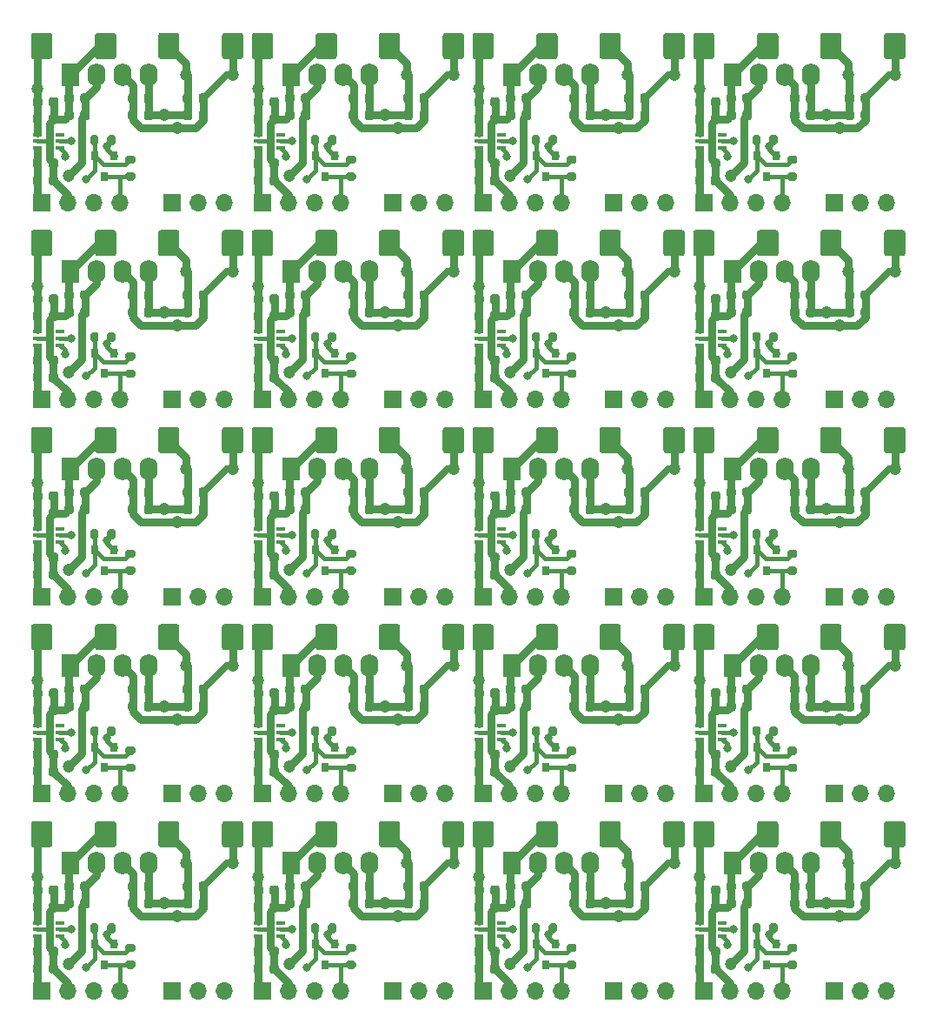
<source format=gbr>
%TF.GenerationSoftware,KiCad,Pcbnew,(5.1.10)-1*%
%TF.CreationDate,2022-01-18T16:22:40+07:00*%
%TF.ProjectId,DC5V_DC5V3V3_v3_pnlz4x5,44433556-5f44-4433-9556-3356335f7633,rev?*%
%TF.SameCoordinates,Original*%
%TF.FileFunction,Copper,L2,Bot*%
%TF.FilePolarity,Positive*%
%FSLAX46Y46*%
G04 Gerber Fmt 4.6, Leading zero omitted, Abs format (unit mm)*
G04 Created by KiCad (PCBNEW (5.1.10)-1) date 2022-01-18 16:22:40*
%MOMM*%
%LPD*%
G01*
G04 APERTURE LIST*
%TA.AperFunction,SMDPad,CuDef*%
%ADD10R,0.950000X0.450000*%
%TD*%
%TA.AperFunction,ComponentPad*%
%ADD11R,1.700000X1.700000*%
%TD*%
%TA.AperFunction,ComponentPad*%
%ADD12O,1.700000X1.700000*%
%TD*%
%TA.AperFunction,ComponentPad*%
%ADD13O,1.750000X2.250000*%
%TD*%
%TA.AperFunction,ComponentPad*%
%ADD14R,1.750000X2.250000*%
%TD*%
%TA.AperFunction,SMDPad,CuDef*%
%ADD15R,0.800000X0.900000*%
%TD*%
%TA.AperFunction,ViaPad*%
%ADD16C,0.800000*%
%TD*%
%TA.AperFunction,ViaPad*%
%ADD17C,1.200000*%
%TD*%
%TA.AperFunction,Conductor*%
%ADD18C,0.800000*%
%TD*%
%TA.AperFunction,Conductor*%
%ADD19C,0.400000*%
%TD*%
%TA.AperFunction,Conductor*%
%ADD20C,0.700000*%
%TD*%
G04 APERTURE END LIST*
%TO.P,C14,1*%
%TO.N,GND2*%
%TA.AperFunction,SMDPad,CuDef*%
G36*
G01*
X135550000Y-128375000D02*
X135550000Y-128875000D01*
G75*
G02*
X135325000Y-129100000I-225000J0D01*
G01*
X134875000Y-129100000D01*
G75*
G02*
X134650000Y-128875000I0J225000D01*
G01*
X134650000Y-128375000D01*
G75*
G02*
X134875000Y-128150000I225000J0D01*
G01*
X135325000Y-128150000D01*
G75*
G02*
X135550000Y-128375000I0J-225000D01*
G01*
G37*
%TD.AperFunction*%
%TO.P,C14,2*%
%TO.N,+5VP*%
%TA.AperFunction,SMDPad,CuDef*%
G36*
G01*
X134000000Y-128375000D02*
X134000000Y-128875000D01*
G75*
G02*
X133775000Y-129100000I-225000J0D01*
G01*
X133325000Y-129100000D01*
G75*
G02*
X133100000Y-128875000I0J225000D01*
G01*
X133100000Y-128375000D01*
G75*
G02*
X133325000Y-128150000I225000J0D01*
G01*
X133775000Y-128150000D01*
G75*
G02*
X134000000Y-128375000I0J-225000D01*
G01*
G37*
%TD.AperFunction*%
%TD*%
%TO.P,C14,1*%
%TO.N,GND2*%
%TA.AperFunction,SMDPad,CuDef*%
G36*
G01*
X114050000Y-128375000D02*
X114050000Y-128875000D01*
G75*
G02*
X113825000Y-129100000I-225000J0D01*
G01*
X113375000Y-129100000D01*
G75*
G02*
X113150000Y-128875000I0J225000D01*
G01*
X113150000Y-128375000D01*
G75*
G02*
X113375000Y-128150000I225000J0D01*
G01*
X113825000Y-128150000D01*
G75*
G02*
X114050000Y-128375000I0J-225000D01*
G01*
G37*
%TD.AperFunction*%
%TO.P,C14,2*%
%TO.N,+5VP*%
%TA.AperFunction,SMDPad,CuDef*%
G36*
G01*
X112500000Y-128375000D02*
X112500000Y-128875000D01*
G75*
G02*
X112275000Y-129100000I-225000J0D01*
G01*
X111825000Y-129100000D01*
G75*
G02*
X111600000Y-128875000I0J225000D01*
G01*
X111600000Y-128375000D01*
G75*
G02*
X111825000Y-128150000I225000J0D01*
G01*
X112275000Y-128150000D01*
G75*
G02*
X112500000Y-128375000I0J-225000D01*
G01*
G37*
%TD.AperFunction*%
%TD*%
%TO.P,C14,1*%
%TO.N,GND2*%
%TA.AperFunction,SMDPad,CuDef*%
G36*
G01*
X92550000Y-128375000D02*
X92550000Y-128875000D01*
G75*
G02*
X92325000Y-129100000I-225000J0D01*
G01*
X91875000Y-129100000D01*
G75*
G02*
X91650000Y-128875000I0J225000D01*
G01*
X91650000Y-128375000D01*
G75*
G02*
X91875000Y-128150000I225000J0D01*
G01*
X92325000Y-128150000D01*
G75*
G02*
X92550000Y-128375000I0J-225000D01*
G01*
G37*
%TD.AperFunction*%
%TO.P,C14,2*%
%TO.N,+5VP*%
%TA.AperFunction,SMDPad,CuDef*%
G36*
G01*
X91000000Y-128375000D02*
X91000000Y-128875000D01*
G75*
G02*
X90775000Y-129100000I-225000J0D01*
G01*
X90325000Y-129100000D01*
G75*
G02*
X90100000Y-128875000I0J225000D01*
G01*
X90100000Y-128375000D01*
G75*
G02*
X90325000Y-128150000I225000J0D01*
G01*
X90775000Y-128150000D01*
G75*
G02*
X91000000Y-128375000I0J-225000D01*
G01*
G37*
%TD.AperFunction*%
%TD*%
%TO.P,C14,1*%
%TO.N,GND2*%
%TA.AperFunction,SMDPad,CuDef*%
G36*
G01*
X71050000Y-128375000D02*
X71050000Y-128875000D01*
G75*
G02*
X70825000Y-129100000I-225000J0D01*
G01*
X70375000Y-129100000D01*
G75*
G02*
X70150000Y-128875000I0J225000D01*
G01*
X70150000Y-128375000D01*
G75*
G02*
X70375000Y-128150000I225000J0D01*
G01*
X70825000Y-128150000D01*
G75*
G02*
X71050000Y-128375000I0J-225000D01*
G01*
G37*
%TD.AperFunction*%
%TO.P,C14,2*%
%TO.N,+5VP*%
%TA.AperFunction,SMDPad,CuDef*%
G36*
G01*
X69500000Y-128375000D02*
X69500000Y-128875000D01*
G75*
G02*
X69275000Y-129100000I-225000J0D01*
G01*
X68825000Y-129100000D01*
G75*
G02*
X68600000Y-128875000I0J225000D01*
G01*
X68600000Y-128375000D01*
G75*
G02*
X68825000Y-128150000I225000J0D01*
G01*
X69275000Y-128150000D01*
G75*
G02*
X69500000Y-128375000I0J-225000D01*
G01*
G37*
%TD.AperFunction*%
%TD*%
%TO.P,C14,1*%
%TO.N,GND2*%
%TA.AperFunction,SMDPad,CuDef*%
G36*
G01*
X135550000Y-109198000D02*
X135550000Y-109698000D01*
G75*
G02*
X135325000Y-109923000I-225000J0D01*
G01*
X134875000Y-109923000D01*
G75*
G02*
X134650000Y-109698000I0J225000D01*
G01*
X134650000Y-109198000D01*
G75*
G02*
X134875000Y-108973000I225000J0D01*
G01*
X135325000Y-108973000D01*
G75*
G02*
X135550000Y-109198000I0J-225000D01*
G01*
G37*
%TD.AperFunction*%
%TO.P,C14,2*%
%TO.N,+5VP*%
%TA.AperFunction,SMDPad,CuDef*%
G36*
G01*
X134000000Y-109198000D02*
X134000000Y-109698000D01*
G75*
G02*
X133775000Y-109923000I-225000J0D01*
G01*
X133325000Y-109923000D01*
G75*
G02*
X133100000Y-109698000I0J225000D01*
G01*
X133100000Y-109198000D01*
G75*
G02*
X133325000Y-108973000I225000J0D01*
G01*
X133775000Y-108973000D01*
G75*
G02*
X134000000Y-109198000I0J-225000D01*
G01*
G37*
%TD.AperFunction*%
%TD*%
%TO.P,C14,1*%
%TO.N,GND2*%
%TA.AperFunction,SMDPad,CuDef*%
G36*
G01*
X114050000Y-109198000D02*
X114050000Y-109698000D01*
G75*
G02*
X113825000Y-109923000I-225000J0D01*
G01*
X113375000Y-109923000D01*
G75*
G02*
X113150000Y-109698000I0J225000D01*
G01*
X113150000Y-109198000D01*
G75*
G02*
X113375000Y-108973000I225000J0D01*
G01*
X113825000Y-108973000D01*
G75*
G02*
X114050000Y-109198000I0J-225000D01*
G01*
G37*
%TD.AperFunction*%
%TO.P,C14,2*%
%TO.N,+5VP*%
%TA.AperFunction,SMDPad,CuDef*%
G36*
G01*
X112500000Y-109198000D02*
X112500000Y-109698000D01*
G75*
G02*
X112275000Y-109923000I-225000J0D01*
G01*
X111825000Y-109923000D01*
G75*
G02*
X111600000Y-109698000I0J225000D01*
G01*
X111600000Y-109198000D01*
G75*
G02*
X111825000Y-108973000I225000J0D01*
G01*
X112275000Y-108973000D01*
G75*
G02*
X112500000Y-109198000I0J-225000D01*
G01*
G37*
%TD.AperFunction*%
%TD*%
%TO.P,C14,1*%
%TO.N,GND2*%
%TA.AperFunction,SMDPad,CuDef*%
G36*
G01*
X92550000Y-109198000D02*
X92550000Y-109698000D01*
G75*
G02*
X92325000Y-109923000I-225000J0D01*
G01*
X91875000Y-109923000D01*
G75*
G02*
X91650000Y-109698000I0J225000D01*
G01*
X91650000Y-109198000D01*
G75*
G02*
X91875000Y-108973000I225000J0D01*
G01*
X92325000Y-108973000D01*
G75*
G02*
X92550000Y-109198000I0J-225000D01*
G01*
G37*
%TD.AperFunction*%
%TO.P,C14,2*%
%TO.N,+5VP*%
%TA.AperFunction,SMDPad,CuDef*%
G36*
G01*
X91000000Y-109198000D02*
X91000000Y-109698000D01*
G75*
G02*
X90775000Y-109923000I-225000J0D01*
G01*
X90325000Y-109923000D01*
G75*
G02*
X90100000Y-109698000I0J225000D01*
G01*
X90100000Y-109198000D01*
G75*
G02*
X90325000Y-108973000I225000J0D01*
G01*
X90775000Y-108973000D01*
G75*
G02*
X91000000Y-109198000I0J-225000D01*
G01*
G37*
%TD.AperFunction*%
%TD*%
%TO.P,C14,1*%
%TO.N,GND2*%
%TA.AperFunction,SMDPad,CuDef*%
G36*
G01*
X71050000Y-109198000D02*
X71050000Y-109698000D01*
G75*
G02*
X70825000Y-109923000I-225000J0D01*
G01*
X70375000Y-109923000D01*
G75*
G02*
X70150000Y-109698000I0J225000D01*
G01*
X70150000Y-109198000D01*
G75*
G02*
X70375000Y-108973000I225000J0D01*
G01*
X70825000Y-108973000D01*
G75*
G02*
X71050000Y-109198000I0J-225000D01*
G01*
G37*
%TD.AperFunction*%
%TO.P,C14,2*%
%TO.N,+5VP*%
%TA.AperFunction,SMDPad,CuDef*%
G36*
G01*
X69500000Y-109198000D02*
X69500000Y-109698000D01*
G75*
G02*
X69275000Y-109923000I-225000J0D01*
G01*
X68825000Y-109923000D01*
G75*
G02*
X68600000Y-109698000I0J225000D01*
G01*
X68600000Y-109198000D01*
G75*
G02*
X68825000Y-108973000I225000J0D01*
G01*
X69275000Y-108973000D01*
G75*
G02*
X69500000Y-109198000I0J-225000D01*
G01*
G37*
%TD.AperFunction*%
%TD*%
%TO.P,C14,1*%
%TO.N,GND2*%
%TA.AperFunction,SMDPad,CuDef*%
G36*
G01*
X135550000Y-90021000D02*
X135550000Y-90521000D01*
G75*
G02*
X135325000Y-90746000I-225000J0D01*
G01*
X134875000Y-90746000D01*
G75*
G02*
X134650000Y-90521000I0J225000D01*
G01*
X134650000Y-90021000D01*
G75*
G02*
X134875000Y-89796000I225000J0D01*
G01*
X135325000Y-89796000D01*
G75*
G02*
X135550000Y-90021000I0J-225000D01*
G01*
G37*
%TD.AperFunction*%
%TO.P,C14,2*%
%TO.N,+5VP*%
%TA.AperFunction,SMDPad,CuDef*%
G36*
G01*
X134000000Y-90021000D02*
X134000000Y-90521000D01*
G75*
G02*
X133775000Y-90746000I-225000J0D01*
G01*
X133325000Y-90746000D01*
G75*
G02*
X133100000Y-90521000I0J225000D01*
G01*
X133100000Y-90021000D01*
G75*
G02*
X133325000Y-89796000I225000J0D01*
G01*
X133775000Y-89796000D01*
G75*
G02*
X134000000Y-90021000I0J-225000D01*
G01*
G37*
%TD.AperFunction*%
%TD*%
%TO.P,C14,1*%
%TO.N,GND2*%
%TA.AperFunction,SMDPad,CuDef*%
G36*
G01*
X114050000Y-90021000D02*
X114050000Y-90521000D01*
G75*
G02*
X113825000Y-90746000I-225000J0D01*
G01*
X113375000Y-90746000D01*
G75*
G02*
X113150000Y-90521000I0J225000D01*
G01*
X113150000Y-90021000D01*
G75*
G02*
X113375000Y-89796000I225000J0D01*
G01*
X113825000Y-89796000D01*
G75*
G02*
X114050000Y-90021000I0J-225000D01*
G01*
G37*
%TD.AperFunction*%
%TO.P,C14,2*%
%TO.N,+5VP*%
%TA.AperFunction,SMDPad,CuDef*%
G36*
G01*
X112500000Y-90021000D02*
X112500000Y-90521000D01*
G75*
G02*
X112275000Y-90746000I-225000J0D01*
G01*
X111825000Y-90746000D01*
G75*
G02*
X111600000Y-90521000I0J225000D01*
G01*
X111600000Y-90021000D01*
G75*
G02*
X111825000Y-89796000I225000J0D01*
G01*
X112275000Y-89796000D01*
G75*
G02*
X112500000Y-90021000I0J-225000D01*
G01*
G37*
%TD.AperFunction*%
%TD*%
%TO.P,C14,1*%
%TO.N,GND2*%
%TA.AperFunction,SMDPad,CuDef*%
G36*
G01*
X92550000Y-90021000D02*
X92550000Y-90521000D01*
G75*
G02*
X92325000Y-90746000I-225000J0D01*
G01*
X91875000Y-90746000D01*
G75*
G02*
X91650000Y-90521000I0J225000D01*
G01*
X91650000Y-90021000D01*
G75*
G02*
X91875000Y-89796000I225000J0D01*
G01*
X92325000Y-89796000D01*
G75*
G02*
X92550000Y-90021000I0J-225000D01*
G01*
G37*
%TD.AperFunction*%
%TO.P,C14,2*%
%TO.N,+5VP*%
%TA.AperFunction,SMDPad,CuDef*%
G36*
G01*
X91000000Y-90021000D02*
X91000000Y-90521000D01*
G75*
G02*
X90775000Y-90746000I-225000J0D01*
G01*
X90325000Y-90746000D01*
G75*
G02*
X90100000Y-90521000I0J225000D01*
G01*
X90100000Y-90021000D01*
G75*
G02*
X90325000Y-89796000I225000J0D01*
G01*
X90775000Y-89796000D01*
G75*
G02*
X91000000Y-90021000I0J-225000D01*
G01*
G37*
%TD.AperFunction*%
%TD*%
%TO.P,C14,1*%
%TO.N,GND2*%
%TA.AperFunction,SMDPad,CuDef*%
G36*
G01*
X71050000Y-90021000D02*
X71050000Y-90521000D01*
G75*
G02*
X70825000Y-90746000I-225000J0D01*
G01*
X70375000Y-90746000D01*
G75*
G02*
X70150000Y-90521000I0J225000D01*
G01*
X70150000Y-90021000D01*
G75*
G02*
X70375000Y-89796000I225000J0D01*
G01*
X70825000Y-89796000D01*
G75*
G02*
X71050000Y-90021000I0J-225000D01*
G01*
G37*
%TD.AperFunction*%
%TO.P,C14,2*%
%TO.N,+5VP*%
%TA.AperFunction,SMDPad,CuDef*%
G36*
G01*
X69500000Y-90021000D02*
X69500000Y-90521000D01*
G75*
G02*
X69275000Y-90746000I-225000J0D01*
G01*
X68825000Y-90746000D01*
G75*
G02*
X68600000Y-90521000I0J225000D01*
G01*
X68600000Y-90021000D01*
G75*
G02*
X68825000Y-89796000I225000J0D01*
G01*
X69275000Y-89796000D01*
G75*
G02*
X69500000Y-90021000I0J-225000D01*
G01*
G37*
%TD.AperFunction*%
%TD*%
%TO.P,C14,1*%
%TO.N,GND2*%
%TA.AperFunction,SMDPad,CuDef*%
G36*
G01*
X135550000Y-70844000D02*
X135550000Y-71344000D01*
G75*
G02*
X135325000Y-71569000I-225000J0D01*
G01*
X134875000Y-71569000D01*
G75*
G02*
X134650000Y-71344000I0J225000D01*
G01*
X134650000Y-70844000D01*
G75*
G02*
X134875000Y-70619000I225000J0D01*
G01*
X135325000Y-70619000D01*
G75*
G02*
X135550000Y-70844000I0J-225000D01*
G01*
G37*
%TD.AperFunction*%
%TO.P,C14,2*%
%TO.N,+5VP*%
%TA.AperFunction,SMDPad,CuDef*%
G36*
G01*
X134000000Y-70844000D02*
X134000000Y-71344000D01*
G75*
G02*
X133775000Y-71569000I-225000J0D01*
G01*
X133325000Y-71569000D01*
G75*
G02*
X133100000Y-71344000I0J225000D01*
G01*
X133100000Y-70844000D01*
G75*
G02*
X133325000Y-70619000I225000J0D01*
G01*
X133775000Y-70619000D01*
G75*
G02*
X134000000Y-70844000I0J-225000D01*
G01*
G37*
%TD.AperFunction*%
%TD*%
%TO.P,C14,1*%
%TO.N,GND2*%
%TA.AperFunction,SMDPad,CuDef*%
G36*
G01*
X114050000Y-70844000D02*
X114050000Y-71344000D01*
G75*
G02*
X113825000Y-71569000I-225000J0D01*
G01*
X113375000Y-71569000D01*
G75*
G02*
X113150000Y-71344000I0J225000D01*
G01*
X113150000Y-70844000D01*
G75*
G02*
X113375000Y-70619000I225000J0D01*
G01*
X113825000Y-70619000D01*
G75*
G02*
X114050000Y-70844000I0J-225000D01*
G01*
G37*
%TD.AperFunction*%
%TO.P,C14,2*%
%TO.N,+5VP*%
%TA.AperFunction,SMDPad,CuDef*%
G36*
G01*
X112500000Y-70844000D02*
X112500000Y-71344000D01*
G75*
G02*
X112275000Y-71569000I-225000J0D01*
G01*
X111825000Y-71569000D01*
G75*
G02*
X111600000Y-71344000I0J225000D01*
G01*
X111600000Y-70844000D01*
G75*
G02*
X111825000Y-70619000I225000J0D01*
G01*
X112275000Y-70619000D01*
G75*
G02*
X112500000Y-70844000I0J-225000D01*
G01*
G37*
%TD.AperFunction*%
%TD*%
%TO.P,C14,1*%
%TO.N,GND2*%
%TA.AperFunction,SMDPad,CuDef*%
G36*
G01*
X92550000Y-70844000D02*
X92550000Y-71344000D01*
G75*
G02*
X92325000Y-71569000I-225000J0D01*
G01*
X91875000Y-71569000D01*
G75*
G02*
X91650000Y-71344000I0J225000D01*
G01*
X91650000Y-70844000D01*
G75*
G02*
X91875000Y-70619000I225000J0D01*
G01*
X92325000Y-70619000D01*
G75*
G02*
X92550000Y-70844000I0J-225000D01*
G01*
G37*
%TD.AperFunction*%
%TO.P,C14,2*%
%TO.N,+5VP*%
%TA.AperFunction,SMDPad,CuDef*%
G36*
G01*
X91000000Y-70844000D02*
X91000000Y-71344000D01*
G75*
G02*
X90775000Y-71569000I-225000J0D01*
G01*
X90325000Y-71569000D01*
G75*
G02*
X90100000Y-71344000I0J225000D01*
G01*
X90100000Y-70844000D01*
G75*
G02*
X90325000Y-70619000I225000J0D01*
G01*
X90775000Y-70619000D01*
G75*
G02*
X91000000Y-70844000I0J-225000D01*
G01*
G37*
%TD.AperFunction*%
%TD*%
%TO.P,C14,1*%
%TO.N,GND2*%
%TA.AperFunction,SMDPad,CuDef*%
G36*
G01*
X71050000Y-70844000D02*
X71050000Y-71344000D01*
G75*
G02*
X70825000Y-71569000I-225000J0D01*
G01*
X70375000Y-71569000D01*
G75*
G02*
X70150000Y-71344000I0J225000D01*
G01*
X70150000Y-70844000D01*
G75*
G02*
X70375000Y-70619000I225000J0D01*
G01*
X70825000Y-70619000D01*
G75*
G02*
X71050000Y-70844000I0J-225000D01*
G01*
G37*
%TD.AperFunction*%
%TO.P,C14,2*%
%TO.N,+5VP*%
%TA.AperFunction,SMDPad,CuDef*%
G36*
G01*
X69500000Y-70844000D02*
X69500000Y-71344000D01*
G75*
G02*
X69275000Y-71569000I-225000J0D01*
G01*
X68825000Y-71569000D01*
G75*
G02*
X68600000Y-71344000I0J225000D01*
G01*
X68600000Y-70844000D01*
G75*
G02*
X68825000Y-70619000I225000J0D01*
G01*
X69275000Y-70619000D01*
G75*
G02*
X69500000Y-70844000I0J-225000D01*
G01*
G37*
%TD.AperFunction*%
%TD*%
%TO.P,C14,1*%
%TO.N,GND2*%
%TA.AperFunction,SMDPad,CuDef*%
G36*
G01*
X135550000Y-51667000D02*
X135550000Y-52167000D01*
G75*
G02*
X135325000Y-52392000I-225000J0D01*
G01*
X134875000Y-52392000D01*
G75*
G02*
X134650000Y-52167000I0J225000D01*
G01*
X134650000Y-51667000D01*
G75*
G02*
X134875000Y-51442000I225000J0D01*
G01*
X135325000Y-51442000D01*
G75*
G02*
X135550000Y-51667000I0J-225000D01*
G01*
G37*
%TD.AperFunction*%
%TO.P,C14,2*%
%TO.N,+5VP*%
%TA.AperFunction,SMDPad,CuDef*%
G36*
G01*
X134000000Y-51667000D02*
X134000000Y-52167000D01*
G75*
G02*
X133775000Y-52392000I-225000J0D01*
G01*
X133325000Y-52392000D01*
G75*
G02*
X133100000Y-52167000I0J225000D01*
G01*
X133100000Y-51667000D01*
G75*
G02*
X133325000Y-51442000I225000J0D01*
G01*
X133775000Y-51442000D01*
G75*
G02*
X134000000Y-51667000I0J-225000D01*
G01*
G37*
%TD.AperFunction*%
%TD*%
%TO.P,C14,1*%
%TO.N,GND2*%
%TA.AperFunction,SMDPad,CuDef*%
G36*
G01*
X114050000Y-51667000D02*
X114050000Y-52167000D01*
G75*
G02*
X113825000Y-52392000I-225000J0D01*
G01*
X113375000Y-52392000D01*
G75*
G02*
X113150000Y-52167000I0J225000D01*
G01*
X113150000Y-51667000D01*
G75*
G02*
X113375000Y-51442000I225000J0D01*
G01*
X113825000Y-51442000D01*
G75*
G02*
X114050000Y-51667000I0J-225000D01*
G01*
G37*
%TD.AperFunction*%
%TO.P,C14,2*%
%TO.N,+5VP*%
%TA.AperFunction,SMDPad,CuDef*%
G36*
G01*
X112500000Y-51667000D02*
X112500000Y-52167000D01*
G75*
G02*
X112275000Y-52392000I-225000J0D01*
G01*
X111825000Y-52392000D01*
G75*
G02*
X111600000Y-52167000I0J225000D01*
G01*
X111600000Y-51667000D01*
G75*
G02*
X111825000Y-51442000I225000J0D01*
G01*
X112275000Y-51442000D01*
G75*
G02*
X112500000Y-51667000I0J-225000D01*
G01*
G37*
%TD.AperFunction*%
%TD*%
%TO.P,C14,1*%
%TO.N,GND2*%
%TA.AperFunction,SMDPad,CuDef*%
G36*
G01*
X92550000Y-51667000D02*
X92550000Y-52167000D01*
G75*
G02*
X92325000Y-52392000I-225000J0D01*
G01*
X91875000Y-52392000D01*
G75*
G02*
X91650000Y-52167000I0J225000D01*
G01*
X91650000Y-51667000D01*
G75*
G02*
X91875000Y-51442000I225000J0D01*
G01*
X92325000Y-51442000D01*
G75*
G02*
X92550000Y-51667000I0J-225000D01*
G01*
G37*
%TD.AperFunction*%
%TO.P,C14,2*%
%TO.N,+5VP*%
%TA.AperFunction,SMDPad,CuDef*%
G36*
G01*
X91000000Y-51667000D02*
X91000000Y-52167000D01*
G75*
G02*
X90775000Y-52392000I-225000J0D01*
G01*
X90325000Y-52392000D01*
G75*
G02*
X90100000Y-52167000I0J225000D01*
G01*
X90100000Y-51667000D01*
G75*
G02*
X90325000Y-51442000I225000J0D01*
G01*
X90775000Y-51442000D01*
G75*
G02*
X91000000Y-51667000I0J-225000D01*
G01*
G37*
%TD.AperFunction*%
%TD*%
%TO.P,C13,1*%
%TO.N,GND2*%
%TA.AperFunction,SMDPad,CuDef*%
G36*
G01*
X135550000Y-126724000D02*
X135550000Y-127224000D01*
G75*
G02*
X135325000Y-127449000I-225000J0D01*
G01*
X134875000Y-127449000D01*
G75*
G02*
X134650000Y-127224000I0J225000D01*
G01*
X134650000Y-126724000D01*
G75*
G02*
X134875000Y-126499000I225000J0D01*
G01*
X135325000Y-126499000D01*
G75*
G02*
X135550000Y-126724000I0J-225000D01*
G01*
G37*
%TD.AperFunction*%
%TO.P,C13,2*%
%TO.N,+5VP*%
%TA.AperFunction,SMDPad,CuDef*%
G36*
G01*
X134000000Y-126724000D02*
X134000000Y-127224000D01*
G75*
G02*
X133775000Y-127449000I-225000J0D01*
G01*
X133325000Y-127449000D01*
G75*
G02*
X133100000Y-127224000I0J225000D01*
G01*
X133100000Y-126724000D01*
G75*
G02*
X133325000Y-126499000I225000J0D01*
G01*
X133775000Y-126499000D01*
G75*
G02*
X134000000Y-126724000I0J-225000D01*
G01*
G37*
%TD.AperFunction*%
%TD*%
%TO.P,C13,1*%
%TO.N,GND2*%
%TA.AperFunction,SMDPad,CuDef*%
G36*
G01*
X114050000Y-126724000D02*
X114050000Y-127224000D01*
G75*
G02*
X113825000Y-127449000I-225000J0D01*
G01*
X113375000Y-127449000D01*
G75*
G02*
X113150000Y-127224000I0J225000D01*
G01*
X113150000Y-126724000D01*
G75*
G02*
X113375000Y-126499000I225000J0D01*
G01*
X113825000Y-126499000D01*
G75*
G02*
X114050000Y-126724000I0J-225000D01*
G01*
G37*
%TD.AperFunction*%
%TO.P,C13,2*%
%TO.N,+5VP*%
%TA.AperFunction,SMDPad,CuDef*%
G36*
G01*
X112500000Y-126724000D02*
X112500000Y-127224000D01*
G75*
G02*
X112275000Y-127449000I-225000J0D01*
G01*
X111825000Y-127449000D01*
G75*
G02*
X111600000Y-127224000I0J225000D01*
G01*
X111600000Y-126724000D01*
G75*
G02*
X111825000Y-126499000I225000J0D01*
G01*
X112275000Y-126499000D01*
G75*
G02*
X112500000Y-126724000I0J-225000D01*
G01*
G37*
%TD.AperFunction*%
%TD*%
%TO.P,C13,1*%
%TO.N,GND2*%
%TA.AperFunction,SMDPad,CuDef*%
G36*
G01*
X92550000Y-126724000D02*
X92550000Y-127224000D01*
G75*
G02*
X92325000Y-127449000I-225000J0D01*
G01*
X91875000Y-127449000D01*
G75*
G02*
X91650000Y-127224000I0J225000D01*
G01*
X91650000Y-126724000D01*
G75*
G02*
X91875000Y-126499000I225000J0D01*
G01*
X92325000Y-126499000D01*
G75*
G02*
X92550000Y-126724000I0J-225000D01*
G01*
G37*
%TD.AperFunction*%
%TO.P,C13,2*%
%TO.N,+5VP*%
%TA.AperFunction,SMDPad,CuDef*%
G36*
G01*
X91000000Y-126724000D02*
X91000000Y-127224000D01*
G75*
G02*
X90775000Y-127449000I-225000J0D01*
G01*
X90325000Y-127449000D01*
G75*
G02*
X90100000Y-127224000I0J225000D01*
G01*
X90100000Y-126724000D01*
G75*
G02*
X90325000Y-126499000I225000J0D01*
G01*
X90775000Y-126499000D01*
G75*
G02*
X91000000Y-126724000I0J-225000D01*
G01*
G37*
%TD.AperFunction*%
%TD*%
%TO.P,C13,1*%
%TO.N,GND2*%
%TA.AperFunction,SMDPad,CuDef*%
G36*
G01*
X71050000Y-126724000D02*
X71050000Y-127224000D01*
G75*
G02*
X70825000Y-127449000I-225000J0D01*
G01*
X70375000Y-127449000D01*
G75*
G02*
X70150000Y-127224000I0J225000D01*
G01*
X70150000Y-126724000D01*
G75*
G02*
X70375000Y-126499000I225000J0D01*
G01*
X70825000Y-126499000D01*
G75*
G02*
X71050000Y-126724000I0J-225000D01*
G01*
G37*
%TD.AperFunction*%
%TO.P,C13,2*%
%TO.N,+5VP*%
%TA.AperFunction,SMDPad,CuDef*%
G36*
G01*
X69500000Y-126724000D02*
X69500000Y-127224000D01*
G75*
G02*
X69275000Y-127449000I-225000J0D01*
G01*
X68825000Y-127449000D01*
G75*
G02*
X68600000Y-127224000I0J225000D01*
G01*
X68600000Y-126724000D01*
G75*
G02*
X68825000Y-126499000I225000J0D01*
G01*
X69275000Y-126499000D01*
G75*
G02*
X69500000Y-126724000I0J-225000D01*
G01*
G37*
%TD.AperFunction*%
%TD*%
%TO.P,C13,1*%
%TO.N,GND2*%
%TA.AperFunction,SMDPad,CuDef*%
G36*
G01*
X135550000Y-107547000D02*
X135550000Y-108047000D01*
G75*
G02*
X135325000Y-108272000I-225000J0D01*
G01*
X134875000Y-108272000D01*
G75*
G02*
X134650000Y-108047000I0J225000D01*
G01*
X134650000Y-107547000D01*
G75*
G02*
X134875000Y-107322000I225000J0D01*
G01*
X135325000Y-107322000D01*
G75*
G02*
X135550000Y-107547000I0J-225000D01*
G01*
G37*
%TD.AperFunction*%
%TO.P,C13,2*%
%TO.N,+5VP*%
%TA.AperFunction,SMDPad,CuDef*%
G36*
G01*
X134000000Y-107547000D02*
X134000000Y-108047000D01*
G75*
G02*
X133775000Y-108272000I-225000J0D01*
G01*
X133325000Y-108272000D01*
G75*
G02*
X133100000Y-108047000I0J225000D01*
G01*
X133100000Y-107547000D01*
G75*
G02*
X133325000Y-107322000I225000J0D01*
G01*
X133775000Y-107322000D01*
G75*
G02*
X134000000Y-107547000I0J-225000D01*
G01*
G37*
%TD.AperFunction*%
%TD*%
%TO.P,C13,1*%
%TO.N,GND2*%
%TA.AperFunction,SMDPad,CuDef*%
G36*
G01*
X114050000Y-107547000D02*
X114050000Y-108047000D01*
G75*
G02*
X113825000Y-108272000I-225000J0D01*
G01*
X113375000Y-108272000D01*
G75*
G02*
X113150000Y-108047000I0J225000D01*
G01*
X113150000Y-107547000D01*
G75*
G02*
X113375000Y-107322000I225000J0D01*
G01*
X113825000Y-107322000D01*
G75*
G02*
X114050000Y-107547000I0J-225000D01*
G01*
G37*
%TD.AperFunction*%
%TO.P,C13,2*%
%TO.N,+5VP*%
%TA.AperFunction,SMDPad,CuDef*%
G36*
G01*
X112500000Y-107547000D02*
X112500000Y-108047000D01*
G75*
G02*
X112275000Y-108272000I-225000J0D01*
G01*
X111825000Y-108272000D01*
G75*
G02*
X111600000Y-108047000I0J225000D01*
G01*
X111600000Y-107547000D01*
G75*
G02*
X111825000Y-107322000I225000J0D01*
G01*
X112275000Y-107322000D01*
G75*
G02*
X112500000Y-107547000I0J-225000D01*
G01*
G37*
%TD.AperFunction*%
%TD*%
%TO.P,C13,1*%
%TO.N,GND2*%
%TA.AperFunction,SMDPad,CuDef*%
G36*
G01*
X92550000Y-107547000D02*
X92550000Y-108047000D01*
G75*
G02*
X92325000Y-108272000I-225000J0D01*
G01*
X91875000Y-108272000D01*
G75*
G02*
X91650000Y-108047000I0J225000D01*
G01*
X91650000Y-107547000D01*
G75*
G02*
X91875000Y-107322000I225000J0D01*
G01*
X92325000Y-107322000D01*
G75*
G02*
X92550000Y-107547000I0J-225000D01*
G01*
G37*
%TD.AperFunction*%
%TO.P,C13,2*%
%TO.N,+5VP*%
%TA.AperFunction,SMDPad,CuDef*%
G36*
G01*
X91000000Y-107547000D02*
X91000000Y-108047000D01*
G75*
G02*
X90775000Y-108272000I-225000J0D01*
G01*
X90325000Y-108272000D01*
G75*
G02*
X90100000Y-108047000I0J225000D01*
G01*
X90100000Y-107547000D01*
G75*
G02*
X90325000Y-107322000I225000J0D01*
G01*
X90775000Y-107322000D01*
G75*
G02*
X91000000Y-107547000I0J-225000D01*
G01*
G37*
%TD.AperFunction*%
%TD*%
%TO.P,C13,1*%
%TO.N,GND2*%
%TA.AperFunction,SMDPad,CuDef*%
G36*
G01*
X71050000Y-107547000D02*
X71050000Y-108047000D01*
G75*
G02*
X70825000Y-108272000I-225000J0D01*
G01*
X70375000Y-108272000D01*
G75*
G02*
X70150000Y-108047000I0J225000D01*
G01*
X70150000Y-107547000D01*
G75*
G02*
X70375000Y-107322000I225000J0D01*
G01*
X70825000Y-107322000D01*
G75*
G02*
X71050000Y-107547000I0J-225000D01*
G01*
G37*
%TD.AperFunction*%
%TO.P,C13,2*%
%TO.N,+5VP*%
%TA.AperFunction,SMDPad,CuDef*%
G36*
G01*
X69500000Y-107547000D02*
X69500000Y-108047000D01*
G75*
G02*
X69275000Y-108272000I-225000J0D01*
G01*
X68825000Y-108272000D01*
G75*
G02*
X68600000Y-108047000I0J225000D01*
G01*
X68600000Y-107547000D01*
G75*
G02*
X68825000Y-107322000I225000J0D01*
G01*
X69275000Y-107322000D01*
G75*
G02*
X69500000Y-107547000I0J-225000D01*
G01*
G37*
%TD.AperFunction*%
%TD*%
%TO.P,C13,1*%
%TO.N,GND2*%
%TA.AperFunction,SMDPad,CuDef*%
G36*
G01*
X135550000Y-88370000D02*
X135550000Y-88870000D01*
G75*
G02*
X135325000Y-89095000I-225000J0D01*
G01*
X134875000Y-89095000D01*
G75*
G02*
X134650000Y-88870000I0J225000D01*
G01*
X134650000Y-88370000D01*
G75*
G02*
X134875000Y-88145000I225000J0D01*
G01*
X135325000Y-88145000D01*
G75*
G02*
X135550000Y-88370000I0J-225000D01*
G01*
G37*
%TD.AperFunction*%
%TO.P,C13,2*%
%TO.N,+5VP*%
%TA.AperFunction,SMDPad,CuDef*%
G36*
G01*
X134000000Y-88370000D02*
X134000000Y-88870000D01*
G75*
G02*
X133775000Y-89095000I-225000J0D01*
G01*
X133325000Y-89095000D01*
G75*
G02*
X133100000Y-88870000I0J225000D01*
G01*
X133100000Y-88370000D01*
G75*
G02*
X133325000Y-88145000I225000J0D01*
G01*
X133775000Y-88145000D01*
G75*
G02*
X134000000Y-88370000I0J-225000D01*
G01*
G37*
%TD.AperFunction*%
%TD*%
%TO.P,C13,1*%
%TO.N,GND2*%
%TA.AperFunction,SMDPad,CuDef*%
G36*
G01*
X114050000Y-88370000D02*
X114050000Y-88870000D01*
G75*
G02*
X113825000Y-89095000I-225000J0D01*
G01*
X113375000Y-89095000D01*
G75*
G02*
X113150000Y-88870000I0J225000D01*
G01*
X113150000Y-88370000D01*
G75*
G02*
X113375000Y-88145000I225000J0D01*
G01*
X113825000Y-88145000D01*
G75*
G02*
X114050000Y-88370000I0J-225000D01*
G01*
G37*
%TD.AperFunction*%
%TO.P,C13,2*%
%TO.N,+5VP*%
%TA.AperFunction,SMDPad,CuDef*%
G36*
G01*
X112500000Y-88370000D02*
X112500000Y-88870000D01*
G75*
G02*
X112275000Y-89095000I-225000J0D01*
G01*
X111825000Y-89095000D01*
G75*
G02*
X111600000Y-88870000I0J225000D01*
G01*
X111600000Y-88370000D01*
G75*
G02*
X111825000Y-88145000I225000J0D01*
G01*
X112275000Y-88145000D01*
G75*
G02*
X112500000Y-88370000I0J-225000D01*
G01*
G37*
%TD.AperFunction*%
%TD*%
%TO.P,C13,1*%
%TO.N,GND2*%
%TA.AperFunction,SMDPad,CuDef*%
G36*
G01*
X92550000Y-88370000D02*
X92550000Y-88870000D01*
G75*
G02*
X92325000Y-89095000I-225000J0D01*
G01*
X91875000Y-89095000D01*
G75*
G02*
X91650000Y-88870000I0J225000D01*
G01*
X91650000Y-88370000D01*
G75*
G02*
X91875000Y-88145000I225000J0D01*
G01*
X92325000Y-88145000D01*
G75*
G02*
X92550000Y-88370000I0J-225000D01*
G01*
G37*
%TD.AperFunction*%
%TO.P,C13,2*%
%TO.N,+5VP*%
%TA.AperFunction,SMDPad,CuDef*%
G36*
G01*
X91000000Y-88370000D02*
X91000000Y-88870000D01*
G75*
G02*
X90775000Y-89095000I-225000J0D01*
G01*
X90325000Y-89095000D01*
G75*
G02*
X90100000Y-88870000I0J225000D01*
G01*
X90100000Y-88370000D01*
G75*
G02*
X90325000Y-88145000I225000J0D01*
G01*
X90775000Y-88145000D01*
G75*
G02*
X91000000Y-88370000I0J-225000D01*
G01*
G37*
%TD.AperFunction*%
%TD*%
%TO.P,C13,1*%
%TO.N,GND2*%
%TA.AperFunction,SMDPad,CuDef*%
G36*
G01*
X71050000Y-88370000D02*
X71050000Y-88870000D01*
G75*
G02*
X70825000Y-89095000I-225000J0D01*
G01*
X70375000Y-89095000D01*
G75*
G02*
X70150000Y-88870000I0J225000D01*
G01*
X70150000Y-88370000D01*
G75*
G02*
X70375000Y-88145000I225000J0D01*
G01*
X70825000Y-88145000D01*
G75*
G02*
X71050000Y-88370000I0J-225000D01*
G01*
G37*
%TD.AperFunction*%
%TO.P,C13,2*%
%TO.N,+5VP*%
%TA.AperFunction,SMDPad,CuDef*%
G36*
G01*
X69500000Y-88370000D02*
X69500000Y-88870000D01*
G75*
G02*
X69275000Y-89095000I-225000J0D01*
G01*
X68825000Y-89095000D01*
G75*
G02*
X68600000Y-88870000I0J225000D01*
G01*
X68600000Y-88370000D01*
G75*
G02*
X68825000Y-88145000I225000J0D01*
G01*
X69275000Y-88145000D01*
G75*
G02*
X69500000Y-88370000I0J-225000D01*
G01*
G37*
%TD.AperFunction*%
%TD*%
%TO.P,C13,1*%
%TO.N,GND2*%
%TA.AperFunction,SMDPad,CuDef*%
G36*
G01*
X135550000Y-69193000D02*
X135550000Y-69693000D01*
G75*
G02*
X135325000Y-69918000I-225000J0D01*
G01*
X134875000Y-69918000D01*
G75*
G02*
X134650000Y-69693000I0J225000D01*
G01*
X134650000Y-69193000D01*
G75*
G02*
X134875000Y-68968000I225000J0D01*
G01*
X135325000Y-68968000D01*
G75*
G02*
X135550000Y-69193000I0J-225000D01*
G01*
G37*
%TD.AperFunction*%
%TO.P,C13,2*%
%TO.N,+5VP*%
%TA.AperFunction,SMDPad,CuDef*%
G36*
G01*
X134000000Y-69193000D02*
X134000000Y-69693000D01*
G75*
G02*
X133775000Y-69918000I-225000J0D01*
G01*
X133325000Y-69918000D01*
G75*
G02*
X133100000Y-69693000I0J225000D01*
G01*
X133100000Y-69193000D01*
G75*
G02*
X133325000Y-68968000I225000J0D01*
G01*
X133775000Y-68968000D01*
G75*
G02*
X134000000Y-69193000I0J-225000D01*
G01*
G37*
%TD.AperFunction*%
%TD*%
%TO.P,C13,1*%
%TO.N,GND2*%
%TA.AperFunction,SMDPad,CuDef*%
G36*
G01*
X114050000Y-69193000D02*
X114050000Y-69693000D01*
G75*
G02*
X113825000Y-69918000I-225000J0D01*
G01*
X113375000Y-69918000D01*
G75*
G02*
X113150000Y-69693000I0J225000D01*
G01*
X113150000Y-69193000D01*
G75*
G02*
X113375000Y-68968000I225000J0D01*
G01*
X113825000Y-68968000D01*
G75*
G02*
X114050000Y-69193000I0J-225000D01*
G01*
G37*
%TD.AperFunction*%
%TO.P,C13,2*%
%TO.N,+5VP*%
%TA.AperFunction,SMDPad,CuDef*%
G36*
G01*
X112500000Y-69193000D02*
X112500000Y-69693000D01*
G75*
G02*
X112275000Y-69918000I-225000J0D01*
G01*
X111825000Y-69918000D01*
G75*
G02*
X111600000Y-69693000I0J225000D01*
G01*
X111600000Y-69193000D01*
G75*
G02*
X111825000Y-68968000I225000J0D01*
G01*
X112275000Y-68968000D01*
G75*
G02*
X112500000Y-69193000I0J-225000D01*
G01*
G37*
%TD.AperFunction*%
%TD*%
%TO.P,C13,1*%
%TO.N,GND2*%
%TA.AperFunction,SMDPad,CuDef*%
G36*
G01*
X92550000Y-69193000D02*
X92550000Y-69693000D01*
G75*
G02*
X92325000Y-69918000I-225000J0D01*
G01*
X91875000Y-69918000D01*
G75*
G02*
X91650000Y-69693000I0J225000D01*
G01*
X91650000Y-69193000D01*
G75*
G02*
X91875000Y-68968000I225000J0D01*
G01*
X92325000Y-68968000D01*
G75*
G02*
X92550000Y-69193000I0J-225000D01*
G01*
G37*
%TD.AperFunction*%
%TO.P,C13,2*%
%TO.N,+5VP*%
%TA.AperFunction,SMDPad,CuDef*%
G36*
G01*
X91000000Y-69193000D02*
X91000000Y-69693000D01*
G75*
G02*
X90775000Y-69918000I-225000J0D01*
G01*
X90325000Y-69918000D01*
G75*
G02*
X90100000Y-69693000I0J225000D01*
G01*
X90100000Y-69193000D01*
G75*
G02*
X90325000Y-68968000I225000J0D01*
G01*
X90775000Y-68968000D01*
G75*
G02*
X91000000Y-69193000I0J-225000D01*
G01*
G37*
%TD.AperFunction*%
%TD*%
%TO.P,C13,1*%
%TO.N,GND2*%
%TA.AperFunction,SMDPad,CuDef*%
G36*
G01*
X71050000Y-69193000D02*
X71050000Y-69693000D01*
G75*
G02*
X70825000Y-69918000I-225000J0D01*
G01*
X70375000Y-69918000D01*
G75*
G02*
X70150000Y-69693000I0J225000D01*
G01*
X70150000Y-69193000D01*
G75*
G02*
X70375000Y-68968000I225000J0D01*
G01*
X70825000Y-68968000D01*
G75*
G02*
X71050000Y-69193000I0J-225000D01*
G01*
G37*
%TD.AperFunction*%
%TO.P,C13,2*%
%TO.N,+5VP*%
%TA.AperFunction,SMDPad,CuDef*%
G36*
G01*
X69500000Y-69193000D02*
X69500000Y-69693000D01*
G75*
G02*
X69275000Y-69918000I-225000J0D01*
G01*
X68825000Y-69918000D01*
G75*
G02*
X68600000Y-69693000I0J225000D01*
G01*
X68600000Y-69193000D01*
G75*
G02*
X68825000Y-68968000I225000J0D01*
G01*
X69275000Y-68968000D01*
G75*
G02*
X69500000Y-69193000I0J-225000D01*
G01*
G37*
%TD.AperFunction*%
%TD*%
%TO.P,C13,1*%
%TO.N,GND2*%
%TA.AperFunction,SMDPad,CuDef*%
G36*
G01*
X135550000Y-50016000D02*
X135550000Y-50516000D01*
G75*
G02*
X135325000Y-50741000I-225000J0D01*
G01*
X134875000Y-50741000D01*
G75*
G02*
X134650000Y-50516000I0J225000D01*
G01*
X134650000Y-50016000D01*
G75*
G02*
X134875000Y-49791000I225000J0D01*
G01*
X135325000Y-49791000D01*
G75*
G02*
X135550000Y-50016000I0J-225000D01*
G01*
G37*
%TD.AperFunction*%
%TO.P,C13,2*%
%TO.N,+5VP*%
%TA.AperFunction,SMDPad,CuDef*%
G36*
G01*
X134000000Y-50016000D02*
X134000000Y-50516000D01*
G75*
G02*
X133775000Y-50741000I-225000J0D01*
G01*
X133325000Y-50741000D01*
G75*
G02*
X133100000Y-50516000I0J225000D01*
G01*
X133100000Y-50016000D01*
G75*
G02*
X133325000Y-49791000I225000J0D01*
G01*
X133775000Y-49791000D01*
G75*
G02*
X134000000Y-50016000I0J-225000D01*
G01*
G37*
%TD.AperFunction*%
%TD*%
%TO.P,C13,1*%
%TO.N,GND2*%
%TA.AperFunction,SMDPad,CuDef*%
G36*
G01*
X114050000Y-50016000D02*
X114050000Y-50516000D01*
G75*
G02*
X113825000Y-50741000I-225000J0D01*
G01*
X113375000Y-50741000D01*
G75*
G02*
X113150000Y-50516000I0J225000D01*
G01*
X113150000Y-50016000D01*
G75*
G02*
X113375000Y-49791000I225000J0D01*
G01*
X113825000Y-49791000D01*
G75*
G02*
X114050000Y-50016000I0J-225000D01*
G01*
G37*
%TD.AperFunction*%
%TO.P,C13,2*%
%TO.N,+5VP*%
%TA.AperFunction,SMDPad,CuDef*%
G36*
G01*
X112500000Y-50016000D02*
X112500000Y-50516000D01*
G75*
G02*
X112275000Y-50741000I-225000J0D01*
G01*
X111825000Y-50741000D01*
G75*
G02*
X111600000Y-50516000I0J225000D01*
G01*
X111600000Y-50016000D01*
G75*
G02*
X111825000Y-49791000I225000J0D01*
G01*
X112275000Y-49791000D01*
G75*
G02*
X112500000Y-50016000I0J-225000D01*
G01*
G37*
%TD.AperFunction*%
%TD*%
%TO.P,C13,1*%
%TO.N,GND2*%
%TA.AperFunction,SMDPad,CuDef*%
G36*
G01*
X92550000Y-50016000D02*
X92550000Y-50516000D01*
G75*
G02*
X92325000Y-50741000I-225000J0D01*
G01*
X91875000Y-50741000D01*
G75*
G02*
X91650000Y-50516000I0J225000D01*
G01*
X91650000Y-50016000D01*
G75*
G02*
X91875000Y-49791000I225000J0D01*
G01*
X92325000Y-49791000D01*
G75*
G02*
X92550000Y-50016000I0J-225000D01*
G01*
G37*
%TD.AperFunction*%
%TO.P,C13,2*%
%TO.N,+5VP*%
%TA.AperFunction,SMDPad,CuDef*%
G36*
G01*
X91000000Y-50016000D02*
X91000000Y-50516000D01*
G75*
G02*
X90775000Y-50741000I-225000J0D01*
G01*
X90325000Y-50741000D01*
G75*
G02*
X90100000Y-50516000I0J225000D01*
G01*
X90100000Y-50016000D01*
G75*
G02*
X90325000Y-49791000I225000J0D01*
G01*
X90775000Y-49791000D01*
G75*
G02*
X91000000Y-50016000I0J-225000D01*
G01*
G37*
%TD.AperFunction*%
%TD*%
D10*
%TO.P,D1,1*%
%TO.N,+5V*%
X118971000Y-131815000D03*
%TO.P,D1,2*%
%TO.N,GND1*%
X118971000Y-131165000D03*
%TO.P,D1,3*%
%TO.N,+5P*%
X118971000Y-130515000D03*
%TO.P,D1,4*%
%TO.N,N/C*%
X121171000Y-130515000D03*
%TO.P,D1,5*%
%TO.N,Net-(D1-Pad5)*%
X121171000Y-131165000D03*
%TO.P,D1,6*%
%TO.N,+5P*%
X121171000Y-131815000D03*
%TD*%
%TO.P,D1,1*%
%TO.N,+5V*%
X97471000Y-131815000D03*
%TO.P,D1,2*%
%TO.N,GND1*%
X97471000Y-131165000D03*
%TO.P,D1,3*%
%TO.N,+5P*%
X97471000Y-130515000D03*
%TO.P,D1,4*%
%TO.N,N/C*%
X99671000Y-130515000D03*
%TO.P,D1,5*%
%TO.N,Net-(D1-Pad5)*%
X99671000Y-131165000D03*
%TO.P,D1,6*%
%TO.N,+5P*%
X99671000Y-131815000D03*
%TD*%
%TO.P,D1,1*%
%TO.N,+5V*%
X75971000Y-131815000D03*
%TO.P,D1,2*%
%TO.N,GND1*%
X75971000Y-131165000D03*
%TO.P,D1,3*%
%TO.N,+5P*%
X75971000Y-130515000D03*
%TO.P,D1,4*%
%TO.N,N/C*%
X78171000Y-130515000D03*
%TO.P,D1,5*%
%TO.N,Net-(D1-Pad5)*%
X78171000Y-131165000D03*
%TO.P,D1,6*%
%TO.N,+5P*%
X78171000Y-131815000D03*
%TD*%
%TO.P,D1,1*%
%TO.N,+5V*%
X54471000Y-131815000D03*
%TO.P,D1,2*%
%TO.N,GND1*%
X54471000Y-131165000D03*
%TO.P,D1,3*%
%TO.N,+5P*%
X54471000Y-130515000D03*
%TO.P,D1,4*%
%TO.N,N/C*%
X56671000Y-130515000D03*
%TO.P,D1,5*%
%TO.N,Net-(D1-Pad5)*%
X56671000Y-131165000D03*
%TO.P,D1,6*%
%TO.N,+5P*%
X56671000Y-131815000D03*
%TD*%
%TO.P,D1,1*%
%TO.N,+5V*%
X118971000Y-112638000D03*
%TO.P,D1,2*%
%TO.N,GND1*%
X118971000Y-111988000D03*
%TO.P,D1,3*%
%TO.N,+5P*%
X118971000Y-111338000D03*
%TO.P,D1,4*%
%TO.N,N/C*%
X121171000Y-111338000D03*
%TO.P,D1,5*%
%TO.N,Net-(D1-Pad5)*%
X121171000Y-111988000D03*
%TO.P,D1,6*%
%TO.N,+5P*%
X121171000Y-112638000D03*
%TD*%
%TO.P,D1,1*%
%TO.N,+5V*%
X97471000Y-112638000D03*
%TO.P,D1,2*%
%TO.N,GND1*%
X97471000Y-111988000D03*
%TO.P,D1,3*%
%TO.N,+5P*%
X97471000Y-111338000D03*
%TO.P,D1,4*%
%TO.N,N/C*%
X99671000Y-111338000D03*
%TO.P,D1,5*%
%TO.N,Net-(D1-Pad5)*%
X99671000Y-111988000D03*
%TO.P,D1,6*%
%TO.N,+5P*%
X99671000Y-112638000D03*
%TD*%
%TO.P,D1,1*%
%TO.N,+5V*%
X75971000Y-112638000D03*
%TO.P,D1,2*%
%TO.N,GND1*%
X75971000Y-111988000D03*
%TO.P,D1,3*%
%TO.N,+5P*%
X75971000Y-111338000D03*
%TO.P,D1,4*%
%TO.N,N/C*%
X78171000Y-111338000D03*
%TO.P,D1,5*%
%TO.N,Net-(D1-Pad5)*%
X78171000Y-111988000D03*
%TO.P,D1,6*%
%TO.N,+5P*%
X78171000Y-112638000D03*
%TD*%
%TO.P,D1,1*%
%TO.N,+5V*%
X54471000Y-112638000D03*
%TO.P,D1,2*%
%TO.N,GND1*%
X54471000Y-111988000D03*
%TO.P,D1,3*%
%TO.N,+5P*%
X54471000Y-111338000D03*
%TO.P,D1,4*%
%TO.N,N/C*%
X56671000Y-111338000D03*
%TO.P,D1,5*%
%TO.N,Net-(D1-Pad5)*%
X56671000Y-111988000D03*
%TO.P,D1,6*%
%TO.N,+5P*%
X56671000Y-112638000D03*
%TD*%
%TO.P,D1,1*%
%TO.N,+5V*%
X118971000Y-93461000D03*
%TO.P,D1,2*%
%TO.N,GND1*%
X118971000Y-92811000D03*
%TO.P,D1,3*%
%TO.N,+5P*%
X118971000Y-92161000D03*
%TO.P,D1,4*%
%TO.N,N/C*%
X121171000Y-92161000D03*
%TO.P,D1,5*%
%TO.N,Net-(D1-Pad5)*%
X121171000Y-92811000D03*
%TO.P,D1,6*%
%TO.N,+5P*%
X121171000Y-93461000D03*
%TD*%
%TO.P,D1,1*%
%TO.N,+5V*%
X97471000Y-93461000D03*
%TO.P,D1,2*%
%TO.N,GND1*%
X97471000Y-92811000D03*
%TO.P,D1,3*%
%TO.N,+5P*%
X97471000Y-92161000D03*
%TO.P,D1,4*%
%TO.N,N/C*%
X99671000Y-92161000D03*
%TO.P,D1,5*%
%TO.N,Net-(D1-Pad5)*%
X99671000Y-92811000D03*
%TO.P,D1,6*%
%TO.N,+5P*%
X99671000Y-93461000D03*
%TD*%
%TO.P,D1,1*%
%TO.N,+5V*%
X75971000Y-93461000D03*
%TO.P,D1,2*%
%TO.N,GND1*%
X75971000Y-92811000D03*
%TO.P,D1,3*%
%TO.N,+5P*%
X75971000Y-92161000D03*
%TO.P,D1,4*%
%TO.N,N/C*%
X78171000Y-92161000D03*
%TO.P,D1,5*%
%TO.N,Net-(D1-Pad5)*%
X78171000Y-92811000D03*
%TO.P,D1,6*%
%TO.N,+5P*%
X78171000Y-93461000D03*
%TD*%
%TO.P,D1,1*%
%TO.N,+5V*%
X54471000Y-93461000D03*
%TO.P,D1,2*%
%TO.N,GND1*%
X54471000Y-92811000D03*
%TO.P,D1,3*%
%TO.N,+5P*%
X54471000Y-92161000D03*
%TO.P,D1,4*%
%TO.N,N/C*%
X56671000Y-92161000D03*
%TO.P,D1,5*%
%TO.N,Net-(D1-Pad5)*%
X56671000Y-92811000D03*
%TO.P,D1,6*%
%TO.N,+5P*%
X56671000Y-93461000D03*
%TD*%
%TO.P,D1,1*%
%TO.N,+5V*%
X118971000Y-74284000D03*
%TO.P,D1,2*%
%TO.N,GND1*%
X118971000Y-73634000D03*
%TO.P,D1,3*%
%TO.N,+5P*%
X118971000Y-72984000D03*
%TO.P,D1,4*%
%TO.N,N/C*%
X121171000Y-72984000D03*
%TO.P,D1,5*%
%TO.N,Net-(D1-Pad5)*%
X121171000Y-73634000D03*
%TO.P,D1,6*%
%TO.N,+5P*%
X121171000Y-74284000D03*
%TD*%
%TO.P,D1,1*%
%TO.N,+5V*%
X97471000Y-74284000D03*
%TO.P,D1,2*%
%TO.N,GND1*%
X97471000Y-73634000D03*
%TO.P,D1,3*%
%TO.N,+5P*%
X97471000Y-72984000D03*
%TO.P,D1,4*%
%TO.N,N/C*%
X99671000Y-72984000D03*
%TO.P,D1,5*%
%TO.N,Net-(D1-Pad5)*%
X99671000Y-73634000D03*
%TO.P,D1,6*%
%TO.N,+5P*%
X99671000Y-74284000D03*
%TD*%
%TO.P,D1,1*%
%TO.N,+5V*%
X75971000Y-74284000D03*
%TO.P,D1,2*%
%TO.N,GND1*%
X75971000Y-73634000D03*
%TO.P,D1,3*%
%TO.N,+5P*%
X75971000Y-72984000D03*
%TO.P,D1,4*%
%TO.N,N/C*%
X78171000Y-72984000D03*
%TO.P,D1,5*%
%TO.N,Net-(D1-Pad5)*%
X78171000Y-73634000D03*
%TO.P,D1,6*%
%TO.N,+5P*%
X78171000Y-74284000D03*
%TD*%
%TO.P,D1,1*%
%TO.N,+5V*%
X54471000Y-74284000D03*
%TO.P,D1,2*%
%TO.N,GND1*%
X54471000Y-73634000D03*
%TO.P,D1,3*%
%TO.N,+5P*%
X54471000Y-72984000D03*
%TO.P,D1,4*%
%TO.N,N/C*%
X56671000Y-72984000D03*
%TO.P,D1,5*%
%TO.N,Net-(D1-Pad5)*%
X56671000Y-73634000D03*
%TO.P,D1,6*%
%TO.N,+5P*%
X56671000Y-74284000D03*
%TD*%
%TO.P,D1,1*%
%TO.N,+5V*%
X118971000Y-55107000D03*
%TO.P,D1,2*%
%TO.N,GND1*%
X118971000Y-54457000D03*
%TO.P,D1,3*%
%TO.N,+5P*%
X118971000Y-53807000D03*
%TO.P,D1,4*%
%TO.N,N/C*%
X121171000Y-53807000D03*
%TO.P,D1,5*%
%TO.N,Net-(D1-Pad5)*%
X121171000Y-54457000D03*
%TO.P,D1,6*%
%TO.N,+5P*%
X121171000Y-55107000D03*
%TD*%
%TO.P,D1,1*%
%TO.N,+5V*%
X97471000Y-55107000D03*
%TO.P,D1,2*%
%TO.N,GND1*%
X97471000Y-54457000D03*
%TO.P,D1,3*%
%TO.N,+5P*%
X97471000Y-53807000D03*
%TO.P,D1,4*%
%TO.N,N/C*%
X99671000Y-53807000D03*
%TO.P,D1,5*%
%TO.N,Net-(D1-Pad5)*%
X99671000Y-54457000D03*
%TO.P,D1,6*%
%TO.N,+5P*%
X99671000Y-55107000D03*
%TD*%
%TO.P,D1,1*%
%TO.N,+5V*%
X75971000Y-55107000D03*
%TO.P,D1,2*%
%TO.N,GND1*%
X75971000Y-54457000D03*
%TO.P,D1,3*%
%TO.N,+5P*%
X75971000Y-53807000D03*
%TO.P,D1,4*%
%TO.N,N/C*%
X78171000Y-53807000D03*
%TO.P,D1,5*%
%TO.N,Net-(D1-Pad5)*%
X78171000Y-54457000D03*
%TO.P,D1,6*%
%TO.N,+5P*%
X78171000Y-55107000D03*
%TD*%
D11*
%TO.P,J1,1*%
%TO.N,+5V*%
X119352000Y-137134000D03*
D12*
%TO.P,J1,2*%
%TO.N,GND1*%
X121892000Y-137134000D03*
%TO.P,J1,3*%
%TO.N,+5P*%
X124432000Y-137134000D03*
%TO.P,J1,4*%
%TO.N,/+5V_state*%
X126972000Y-137134000D03*
%TD*%
D11*
%TO.P,J1,1*%
%TO.N,+5V*%
X97852000Y-137134000D03*
D12*
%TO.P,J1,2*%
%TO.N,GND1*%
X100392000Y-137134000D03*
%TO.P,J1,3*%
%TO.N,+5P*%
X102932000Y-137134000D03*
%TO.P,J1,4*%
%TO.N,/+5V_state*%
X105472000Y-137134000D03*
%TD*%
D11*
%TO.P,J1,1*%
%TO.N,+5V*%
X76352000Y-137134000D03*
D12*
%TO.P,J1,2*%
%TO.N,GND1*%
X78892000Y-137134000D03*
%TO.P,J1,3*%
%TO.N,+5P*%
X81432000Y-137134000D03*
%TO.P,J1,4*%
%TO.N,/+5V_state*%
X83972000Y-137134000D03*
%TD*%
D11*
%TO.P,J1,1*%
%TO.N,+5V*%
X54852000Y-137134000D03*
D12*
%TO.P,J1,2*%
%TO.N,GND1*%
X57392000Y-137134000D03*
%TO.P,J1,3*%
%TO.N,+5P*%
X59932000Y-137134000D03*
%TO.P,J1,4*%
%TO.N,/+5V_state*%
X62472000Y-137134000D03*
%TD*%
D11*
%TO.P,J1,1*%
%TO.N,+5V*%
X119352000Y-117957000D03*
D12*
%TO.P,J1,2*%
%TO.N,GND1*%
X121892000Y-117957000D03*
%TO.P,J1,3*%
%TO.N,+5P*%
X124432000Y-117957000D03*
%TO.P,J1,4*%
%TO.N,/+5V_state*%
X126972000Y-117957000D03*
%TD*%
D11*
%TO.P,J1,1*%
%TO.N,+5V*%
X97852000Y-117957000D03*
D12*
%TO.P,J1,2*%
%TO.N,GND1*%
X100392000Y-117957000D03*
%TO.P,J1,3*%
%TO.N,+5P*%
X102932000Y-117957000D03*
%TO.P,J1,4*%
%TO.N,/+5V_state*%
X105472000Y-117957000D03*
%TD*%
D11*
%TO.P,J1,1*%
%TO.N,+5V*%
X76352000Y-117957000D03*
D12*
%TO.P,J1,2*%
%TO.N,GND1*%
X78892000Y-117957000D03*
%TO.P,J1,3*%
%TO.N,+5P*%
X81432000Y-117957000D03*
%TO.P,J1,4*%
%TO.N,/+5V_state*%
X83972000Y-117957000D03*
%TD*%
D11*
%TO.P,J1,1*%
%TO.N,+5V*%
X54852000Y-117957000D03*
D12*
%TO.P,J1,2*%
%TO.N,GND1*%
X57392000Y-117957000D03*
%TO.P,J1,3*%
%TO.N,+5P*%
X59932000Y-117957000D03*
%TO.P,J1,4*%
%TO.N,/+5V_state*%
X62472000Y-117957000D03*
%TD*%
D11*
%TO.P,J1,1*%
%TO.N,+5V*%
X119352000Y-98780000D03*
D12*
%TO.P,J1,2*%
%TO.N,GND1*%
X121892000Y-98780000D03*
%TO.P,J1,3*%
%TO.N,+5P*%
X124432000Y-98780000D03*
%TO.P,J1,4*%
%TO.N,/+5V_state*%
X126972000Y-98780000D03*
%TD*%
D11*
%TO.P,J1,1*%
%TO.N,+5V*%
X97852000Y-98780000D03*
D12*
%TO.P,J1,2*%
%TO.N,GND1*%
X100392000Y-98780000D03*
%TO.P,J1,3*%
%TO.N,+5P*%
X102932000Y-98780000D03*
%TO.P,J1,4*%
%TO.N,/+5V_state*%
X105472000Y-98780000D03*
%TD*%
D11*
%TO.P,J1,1*%
%TO.N,+5V*%
X76352000Y-98780000D03*
D12*
%TO.P,J1,2*%
%TO.N,GND1*%
X78892000Y-98780000D03*
%TO.P,J1,3*%
%TO.N,+5P*%
X81432000Y-98780000D03*
%TO.P,J1,4*%
%TO.N,/+5V_state*%
X83972000Y-98780000D03*
%TD*%
D11*
%TO.P,J1,1*%
%TO.N,+5V*%
X54852000Y-98780000D03*
D12*
%TO.P,J1,2*%
%TO.N,GND1*%
X57392000Y-98780000D03*
%TO.P,J1,3*%
%TO.N,+5P*%
X59932000Y-98780000D03*
%TO.P,J1,4*%
%TO.N,/+5V_state*%
X62472000Y-98780000D03*
%TD*%
D11*
%TO.P,J1,1*%
%TO.N,+5V*%
X119352000Y-79603000D03*
D12*
%TO.P,J1,2*%
%TO.N,GND1*%
X121892000Y-79603000D03*
%TO.P,J1,3*%
%TO.N,+5P*%
X124432000Y-79603000D03*
%TO.P,J1,4*%
%TO.N,/+5V_state*%
X126972000Y-79603000D03*
%TD*%
D11*
%TO.P,J1,1*%
%TO.N,+5V*%
X97852000Y-79603000D03*
D12*
%TO.P,J1,2*%
%TO.N,GND1*%
X100392000Y-79603000D03*
%TO.P,J1,3*%
%TO.N,+5P*%
X102932000Y-79603000D03*
%TO.P,J1,4*%
%TO.N,/+5V_state*%
X105472000Y-79603000D03*
%TD*%
D11*
%TO.P,J1,1*%
%TO.N,+5V*%
X76352000Y-79603000D03*
D12*
%TO.P,J1,2*%
%TO.N,GND1*%
X78892000Y-79603000D03*
%TO.P,J1,3*%
%TO.N,+5P*%
X81432000Y-79603000D03*
%TO.P,J1,4*%
%TO.N,/+5V_state*%
X83972000Y-79603000D03*
%TD*%
D11*
%TO.P,J1,1*%
%TO.N,+5V*%
X54852000Y-79603000D03*
D12*
%TO.P,J1,2*%
%TO.N,GND1*%
X57392000Y-79603000D03*
%TO.P,J1,3*%
%TO.N,+5P*%
X59932000Y-79603000D03*
%TO.P,J1,4*%
%TO.N,/+5V_state*%
X62472000Y-79603000D03*
%TD*%
D11*
%TO.P,J1,1*%
%TO.N,+5V*%
X119352000Y-60426000D03*
D12*
%TO.P,J1,2*%
%TO.N,GND1*%
X121892000Y-60426000D03*
%TO.P,J1,3*%
%TO.N,+5P*%
X124432000Y-60426000D03*
%TO.P,J1,4*%
%TO.N,/+5V_state*%
X126972000Y-60426000D03*
%TD*%
D11*
%TO.P,J1,1*%
%TO.N,+5V*%
X97852000Y-60426000D03*
D12*
%TO.P,J1,2*%
%TO.N,GND1*%
X100392000Y-60426000D03*
%TO.P,J1,3*%
%TO.N,+5P*%
X102932000Y-60426000D03*
%TO.P,J1,4*%
%TO.N,/+5V_state*%
X105472000Y-60426000D03*
%TD*%
D11*
%TO.P,J1,1*%
%TO.N,+5V*%
X76352000Y-60426000D03*
D12*
%TO.P,J1,2*%
%TO.N,GND1*%
X78892000Y-60426000D03*
%TO.P,J1,3*%
%TO.N,+5P*%
X81432000Y-60426000D03*
%TO.P,J1,4*%
%TO.N,/+5V_state*%
X83972000Y-60426000D03*
%TD*%
D11*
%TO.P,J2,1*%
%TO.N,+5VP*%
X132052000Y-137134000D03*
D12*
%TO.P,J2,2*%
%TO.N,GND2*%
X134592000Y-137134000D03*
%TO.P,J2,3*%
%TO.N,+3.3VP*%
X137132000Y-137134000D03*
%TD*%
D11*
%TO.P,J2,1*%
%TO.N,+5VP*%
X110552000Y-137134000D03*
D12*
%TO.P,J2,2*%
%TO.N,GND2*%
X113092000Y-137134000D03*
%TO.P,J2,3*%
%TO.N,+3.3VP*%
X115632000Y-137134000D03*
%TD*%
D11*
%TO.P,J2,1*%
%TO.N,+5VP*%
X89052000Y-137134000D03*
D12*
%TO.P,J2,2*%
%TO.N,GND2*%
X91592000Y-137134000D03*
%TO.P,J2,3*%
%TO.N,+3.3VP*%
X94132000Y-137134000D03*
%TD*%
D11*
%TO.P,J2,1*%
%TO.N,+5VP*%
X67552000Y-137134000D03*
D12*
%TO.P,J2,2*%
%TO.N,GND2*%
X70092000Y-137134000D03*
%TO.P,J2,3*%
%TO.N,+3.3VP*%
X72632000Y-137134000D03*
%TD*%
D11*
%TO.P,J2,1*%
%TO.N,+5VP*%
X132052000Y-117957000D03*
D12*
%TO.P,J2,2*%
%TO.N,GND2*%
X134592000Y-117957000D03*
%TO.P,J2,3*%
%TO.N,+3.3VP*%
X137132000Y-117957000D03*
%TD*%
D11*
%TO.P,J2,1*%
%TO.N,+5VP*%
X110552000Y-117957000D03*
D12*
%TO.P,J2,2*%
%TO.N,GND2*%
X113092000Y-117957000D03*
%TO.P,J2,3*%
%TO.N,+3.3VP*%
X115632000Y-117957000D03*
%TD*%
D11*
%TO.P,J2,1*%
%TO.N,+5VP*%
X89052000Y-117957000D03*
D12*
%TO.P,J2,2*%
%TO.N,GND2*%
X91592000Y-117957000D03*
%TO.P,J2,3*%
%TO.N,+3.3VP*%
X94132000Y-117957000D03*
%TD*%
D11*
%TO.P,J2,1*%
%TO.N,+5VP*%
X67552000Y-117957000D03*
D12*
%TO.P,J2,2*%
%TO.N,GND2*%
X70092000Y-117957000D03*
%TO.P,J2,3*%
%TO.N,+3.3VP*%
X72632000Y-117957000D03*
%TD*%
D11*
%TO.P,J2,1*%
%TO.N,+5VP*%
X132052000Y-98780000D03*
D12*
%TO.P,J2,2*%
%TO.N,GND2*%
X134592000Y-98780000D03*
%TO.P,J2,3*%
%TO.N,+3.3VP*%
X137132000Y-98780000D03*
%TD*%
D11*
%TO.P,J2,1*%
%TO.N,+5VP*%
X110552000Y-98780000D03*
D12*
%TO.P,J2,2*%
%TO.N,GND2*%
X113092000Y-98780000D03*
%TO.P,J2,3*%
%TO.N,+3.3VP*%
X115632000Y-98780000D03*
%TD*%
D11*
%TO.P,J2,1*%
%TO.N,+5VP*%
X89052000Y-98780000D03*
D12*
%TO.P,J2,2*%
%TO.N,GND2*%
X91592000Y-98780000D03*
%TO.P,J2,3*%
%TO.N,+3.3VP*%
X94132000Y-98780000D03*
%TD*%
D11*
%TO.P,J2,1*%
%TO.N,+5VP*%
X67552000Y-98780000D03*
D12*
%TO.P,J2,2*%
%TO.N,GND2*%
X70092000Y-98780000D03*
%TO.P,J2,3*%
%TO.N,+3.3VP*%
X72632000Y-98780000D03*
%TD*%
D11*
%TO.P,J2,1*%
%TO.N,+5VP*%
X132052000Y-79603000D03*
D12*
%TO.P,J2,2*%
%TO.N,GND2*%
X134592000Y-79603000D03*
%TO.P,J2,3*%
%TO.N,+3.3VP*%
X137132000Y-79603000D03*
%TD*%
D11*
%TO.P,J2,1*%
%TO.N,+5VP*%
X110552000Y-79603000D03*
D12*
%TO.P,J2,2*%
%TO.N,GND2*%
X113092000Y-79603000D03*
%TO.P,J2,3*%
%TO.N,+3.3VP*%
X115632000Y-79603000D03*
%TD*%
D11*
%TO.P,J2,1*%
%TO.N,+5VP*%
X89052000Y-79603000D03*
D12*
%TO.P,J2,2*%
%TO.N,GND2*%
X91592000Y-79603000D03*
%TO.P,J2,3*%
%TO.N,+3.3VP*%
X94132000Y-79603000D03*
%TD*%
D11*
%TO.P,J2,1*%
%TO.N,+5VP*%
X67552000Y-79603000D03*
D12*
%TO.P,J2,2*%
%TO.N,GND2*%
X70092000Y-79603000D03*
%TO.P,J2,3*%
%TO.N,+3.3VP*%
X72632000Y-79603000D03*
%TD*%
D11*
%TO.P,J2,1*%
%TO.N,+5VP*%
X132052000Y-60426000D03*
D12*
%TO.P,J2,2*%
%TO.N,GND2*%
X134592000Y-60426000D03*
%TO.P,J2,3*%
%TO.N,+3.3VP*%
X137132000Y-60426000D03*
%TD*%
D11*
%TO.P,J2,1*%
%TO.N,+5VP*%
X110552000Y-60426000D03*
D12*
%TO.P,J2,2*%
%TO.N,GND2*%
X113092000Y-60426000D03*
%TO.P,J2,3*%
%TO.N,+3.3VP*%
X115632000Y-60426000D03*
%TD*%
D11*
%TO.P,J2,1*%
%TO.N,+5VP*%
X89052000Y-60426000D03*
D12*
%TO.P,J2,2*%
%TO.N,GND2*%
X91592000Y-60426000D03*
%TO.P,J2,3*%
%TO.N,+3.3VP*%
X94132000Y-60426000D03*
%TD*%
%TO.P,C12,1*%
%TO.N,+5VP*%
%TA.AperFunction,SMDPad,CuDef*%
G36*
G01*
X130696000Y-122919000D02*
X130696000Y-120869000D01*
G75*
G02*
X130946000Y-120619000I250000J0D01*
G01*
X132521000Y-120619000D01*
G75*
G02*
X132771000Y-120869000I0J-250000D01*
G01*
X132771000Y-122919000D01*
G75*
G02*
X132521000Y-123169000I-250000J0D01*
G01*
X130946000Y-123169000D01*
G75*
G02*
X130696000Y-122919000I0J250000D01*
G01*
G37*
%TD.AperFunction*%
%TO.P,C12,2*%
%TO.N,GND2*%
%TA.AperFunction,SMDPad,CuDef*%
G36*
G01*
X136921000Y-122919000D02*
X136921000Y-120869000D01*
G75*
G02*
X137171000Y-120619000I250000J0D01*
G01*
X138746000Y-120619000D01*
G75*
G02*
X138996000Y-120869000I0J-250000D01*
G01*
X138996000Y-122919000D01*
G75*
G02*
X138746000Y-123169000I-250000J0D01*
G01*
X137171000Y-123169000D01*
G75*
G02*
X136921000Y-122919000I0J250000D01*
G01*
G37*
%TD.AperFunction*%
%TD*%
%TO.P,C12,1*%
%TO.N,+5VP*%
%TA.AperFunction,SMDPad,CuDef*%
G36*
G01*
X109196000Y-122919000D02*
X109196000Y-120869000D01*
G75*
G02*
X109446000Y-120619000I250000J0D01*
G01*
X111021000Y-120619000D01*
G75*
G02*
X111271000Y-120869000I0J-250000D01*
G01*
X111271000Y-122919000D01*
G75*
G02*
X111021000Y-123169000I-250000J0D01*
G01*
X109446000Y-123169000D01*
G75*
G02*
X109196000Y-122919000I0J250000D01*
G01*
G37*
%TD.AperFunction*%
%TO.P,C12,2*%
%TO.N,GND2*%
%TA.AperFunction,SMDPad,CuDef*%
G36*
G01*
X115421000Y-122919000D02*
X115421000Y-120869000D01*
G75*
G02*
X115671000Y-120619000I250000J0D01*
G01*
X117246000Y-120619000D01*
G75*
G02*
X117496000Y-120869000I0J-250000D01*
G01*
X117496000Y-122919000D01*
G75*
G02*
X117246000Y-123169000I-250000J0D01*
G01*
X115671000Y-123169000D01*
G75*
G02*
X115421000Y-122919000I0J250000D01*
G01*
G37*
%TD.AperFunction*%
%TD*%
%TO.P,C12,1*%
%TO.N,+5VP*%
%TA.AperFunction,SMDPad,CuDef*%
G36*
G01*
X87696000Y-122919000D02*
X87696000Y-120869000D01*
G75*
G02*
X87946000Y-120619000I250000J0D01*
G01*
X89521000Y-120619000D01*
G75*
G02*
X89771000Y-120869000I0J-250000D01*
G01*
X89771000Y-122919000D01*
G75*
G02*
X89521000Y-123169000I-250000J0D01*
G01*
X87946000Y-123169000D01*
G75*
G02*
X87696000Y-122919000I0J250000D01*
G01*
G37*
%TD.AperFunction*%
%TO.P,C12,2*%
%TO.N,GND2*%
%TA.AperFunction,SMDPad,CuDef*%
G36*
G01*
X93921000Y-122919000D02*
X93921000Y-120869000D01*
G75*
G02*
X94171000Y-120619000I250000J0D01*
G01*
X95746000Y-120619000D01*
G75*
G02*
X95996000Y-120869000I0J-250000D01*
G01*
X95996000Y-122919000D01*
G75*
G02*
X95746000Y-123169000I-250000J0D01*
G01*
X94171000Y-123169000D01*
G75*
G02*
X93921000Y-122919000I0J250000D01*
G01*
G37*
%TD.AperFunction*%
%TD*%
%TO.P,C12,1*%
%TO.N,+5VP*%
%TA.AperFunction,SMDPad,CuDef*%
G36*
G01*
X66196000Y-122919000D02*
X66196000Y-120869000D01*
G75*
G02*
X66446000Y-120619000I250000J0D01*
G01*
X68021000Y-120619000D01*
G75*
G02*
X68271000Y-120869000I0J-250000D01*
G01*
X68271000Y-122919000D01*
G75*
G02*
X68021000Y-123169000I-250000J0D01*
G01*
X66446000Y-123169000D01*
G75*
G02*
X66196000Y-122919000I0J250000D01*
G01*
G37*
%TD.AperFunction*%
%TO.P,C12,2*%
%TO.N,GND2*%
%TA.AperFunction,SMDPad,CuDef*%
G36*
G01*
X72421000Y-122919000D02*
X72421000Y-120869000D01*
G75*
G02*
X72671000Y-120619000I250000J0D01*
G01*
X74246000Y-120619000D01*
G75*
G02*
X74496000Y-120869000I0J-250000D01*
G01*
X74496000Y-122919000D01*
G75*
G02*
X74246000Y-123169000I-250000J0D01*
G01*
X72671000Y-123169000D01*
G75*
G02*
X72421000Y-122919000I0J250000D01*
G01*
G37*
%TD.AperFunction*%
%TD*%
%TO.P,C12,1*%
%TO.N,+5VP*%
%TA.AperFunction,SMDPad,CuDef*%
G36*
G01*
X130696000Y-103742000D02*
X130696000Y-101692000D01*
G75*
G02*
X130946000Y-101442000I250000J0D01*
G01*
X132521000Y-101442000D01*
G75*
G02*
X132771000Y-101692000I0J-250000D01*
G01*
X132771000Y-103742000D01*
G75*
G02*
X132521000Y-103992000I-250000J0D01*
G01*
X130946000Y-103992000D01*
G75*
G02*
X130696000Y-103742000I0J250000D01*
G01*
G37*
%TD.AperFunction*%
%TO.P,C12,2*%
%TO.N,GND2*%
%TA.AperFunction,SMDPad,CuDef*%
G36*
G01*
X136921000Y-103742000D02*
X136921000Y-101692000D01*
G75*
G02*
X137171000Y-101442000I250000J0D01*
G01*
X138746000Y-101442000D01*
G75*
G02*
X138996000Y-101692000I0J-250000D01*
G01*
X138996000Y-103742000D01*
G75*
G02*
X138746000Y-103992000I-250000J0D01*
G01*
X137171000Y-103992000D01*
G75*
G02*
X136921000Y-103742000I0J250000D01*
G01*
G37*
%TD.AperFunction*%
%TD*%
%TO.P,C12,1*%
%TO.N,+5VP*%
%TA.AperFunction,SMDPad,CuDef*%
G36*
G01*
X109196000Y-103742000D02*
X109196000Y-101692000D01*
G75*
G02*
X109446000Y-101442000I250000J0D01*
G01*
X111021000Y-101442000D01*
G75*
G02*
X111271000Y-101692000I0J-250000D01*
G01*
X111271000Y-103742000D01*
G75*
G02*
X111021000Y-103992000I-250000J0D01*
G01*
X109446000Y-103992000D01*
G75*
G02*
X109196000Y-103742000I0J250000D01*
G01*
G37*
%TD.AperFunction*%
%TO.P,C12,2*%
%TO.N,GND2*%
%TA.AperFunction,SMDPad,CuDef*%
G36*
G01*
X115421000Y-103742000D02*
X115421000Y-101692000D01*
G75*
G02*
X115671000Y-101442000I250000J0D01*
G01*
X117246000Y-101442000D01*
G75*
G02*
X117496000Y-101692000I0J-250000D01*
G01*
X117496000Y-103742000D01*
G75*
G02*
X117246000Y-103992000I-250000J0D01*
G01*
X115671000Y-103992000D01*
G75*
G02*
X115421000Y-103742000I0J250000D01*
G01*
G37*
%TD.AperFunction*%
%TD*%
%TO.P,C12,1*%
%TO.N,+5VP*%
%TA.AperFunction,SMDPad,CuDef*%
G36*
G01*
X87696000Y-103742000D02*
X87696000Y-101692000D01*
G75*
G02*
X87946000Y-101442000I250000J0D01*
G01*
X89521000Y-101442000D01*
G75*
G02*
X89771000Y-101692000I0J-250000D01*
G01*
X89771000Y-103742000D01*
G75*
G02*
X89521000Y-103992000I-250000J0D01*
G01*
X87946000Y-103992000D01*
G75*
G02*
X87696000Y-103742000I0J250000D01*
G01*
G37*
%TD.AperFunction*%
%TO.P,C12,2*%
%TO.N,GND2*%
%TA.AperFunction,SMDPad,CuDef*%
G36*
G01*
X93921000Y-103742000D02*
X93921000Y-101692000D01*
G75*
G02*
X94171000Y-101442000I250000J0D01*
G01*
X95746000Y-101442000D01*
G75*
G02*
X95996000Y-101692000I0J-250000D01*
G01*
X95996000Y-103742000D01*
G75*
G02*
X95746000Y-103992000I-250000J0D01*
G01*
X94171000Y-103992000D01*
G75*
G02*
X93921000Y-103742000I0J250000D01*
G01*
G37*
%TD.AperFunction*%
%TD*%
%TO.P,C12,1*%
%TO.N,+5VP*%
%TA.AperFunction,SMDPad,CuDef*%
G36*
G01*
X66196000Y-103742000D02*
X66196000Y-101692000D01*
G75*
G02*
X66446000Y-101442000I250000J0D01*
G01*
X68021000Y-101442000D01*
G75*
G02*
X68271000Y-101692000I0J-250000D01*
G01*
X68271000Y-103742000D01*
G75*
G02*
X68021000Y-103992000I-250000J0D01*
G01*
X66446000Y-103992000D01*
G75*
G02*
X66196000Y-103742000I0J250000D01*
G01*
G37*
%TD.AperFunction*%
%TO.P,C12,2*%
%TO.N,GND2*%
%TA.AperFunction,SMDPad,CuDef*%
G36*
G01*
X72421000Y-103742000D02*
X72421000Y-101692000D01*
G75*
G02*
X72671000Y-101442000I250000J0D01*
G01*
X74246000Y-101442000D01*
G75*
G02*
X74496000Y-101692000I0J-250000D01*
G01*
X74496000Y-103742000D01*
G75*
G02*
X74246000Y-103992000I-250000J0D01*
G01*
X72671000Y-103992000D01*
G75*
G02*
X72421000Y-103742000I0J250000D01*
G01*
G37*
%TD.AperFunction*%
%TD*%
%TO.P,C12,1*%
%TO.N,+5VP*%
%TA.AperFunction,SMDPad,CuDef*%
G36*
G01*
X130696000Y-84565000D02*
X130696000Y-82515000D01*
G75*
G02*
X130946000Y-82265000I250000J0D01*
G01*
X132521000Y-82265000D01*
G75*
G02*
X132771000Y-82515000I0J-250000D01*
G01*
X132771000Y-84565000D01*
G75*
G02*
X132521000Y-84815000I-250000J0D01*
G01*
X130946000Y-84815000D01*
G75*
G02*
X130696000Y-84565000I0J250000D01*
G01*
G37*
%TD.AperFunction*%
%TO.P,C12,2*%
%TO.N,GND2*%
%TA.AperFunction,SMDPad,CuDef*%
G36*
G01*
X136921000Y-84565000D02*
X136921000Y-82515000D01*
G75*
G02*
X137171000Y-82265000I250000J0D01*
G01*
X138746000Y-82265000D01*
G75*
G02*
X138996000Y-82515000I0J-250000D01*
G01*
X138996000Y-84565000D01*
G75*
G02*
X138746000Y-84815000I-250000J0D01*
G01*
X137171000Y-84815000D01*
G75*
G02*
X136921000Y-84565000I0J250000D01*
G01*
G37*
%TD.AperFunction*%
%TD*%
%TO.P,C12,1*%
%TO.N,+5VP*%
%TA.AperFunction,SMDPad,CuDef*%
G36*
G01*
X109196000Y-84565000D02*
X109196000Y-82515000D01*
G75*
G02*
X109446000Y-82265000I250000J0D01*
G01*
X111021000Y-82265000D01*
G75*
G02*
X111271000Y-82515000I0J-250000D01*
G01*
X111271000Y-84565000D01*
G75*
G02*
X111021000Y-84815000I-250000J0D01*
G01*
X109446000Y-84815000D01*
G75*
G02*
X109196000Y-84565000I0J250000D01*
G01*
G37*
%TD.AperFunction*%
%TO.P,C12,2*%
%TO.N,GND2*%
%TA.AperFunction,SMDPad,CuDef*%
G36*
G01*
X115421000Y-84565000D02*
X115421000Y-82515000D01*
G75*
G02*
X115671000Y-82265000I250000J0D01*
G01*
X117246000Y-82265000D01*
G75*
G02*
X117496000Y-82515000I0J-250000D01*
G01*
X117496000Y-84565000D01*
G75*
G02*
X117246000Y-84815000I-250000J0D01*
G01*
X115671000Y-84815000D01*
G75*
G02*
X115421000Y-84565000I0J250000D01*
G01*
G37*
%TD.AperFunction*%
%TD*%
%TO.P,C12,1*%
%TO.N,+5VP*%
%TA.AperFunction,SMDPad,CuDef*%
G36*
G01*
X87696000Y-84565000D02*
X87696000Y-82515000D01*
G75*
G02*
X87946000Y-82265000I250000J0D01*
G01*
X89521000Y-82265000D01*
G75*
G02*
X89771000Y-82515000I0J-250000D01*
G01*
X89771000Y-84565000D01*
G75*
G02*
X89521000Y-84815000I-250000J0D01*
G01*
X87946000Y-84815000D01*
G75*
G02*
X87696000Y-84565000I0J250000D01*
G01*
G37*
%TD.AperFunction*%
%TO.P,C12,2*%
%TO.N,GND2*%
%TA.AperFunction,SMDPad,CuDef*%
G36*
G01*
X93921000Y-84565000D02*
X93921000Y-82515000D01*
G75*
G02*
X94171000Y-82265000I250000J0D01*
G01*
X95746000Y-82265000D01*
G75*
G02*
X95996000Y-82515000I0J-250000D01*
G01*
X95996000Y-84565000D01*
G75*
G02*
X95746000Y-84815000I-250000J0D01*
G01*
X94171000Y-84815000D01*
G75*
G02*
X93921000Y-84565000I0J250000D01*
G01*
G37*
%TD.AperFunction*%
%TD*%
%TO.P,C12,1*%
%TO.N,+5VP*%
%TA.AperFunction,SMDPad,CuDef*%
G36*
G01*
X66196000Y-84565000D02*
X66196000Y-82515000D01*
G75*
G02*
X66446000Y-82265000I250000J0D01*
G01*
X68021000Y-82265000D01*
G75*
G02*
X68271000Y-82515000I0J-250000D01*
G01*
X68271000Y-84565000D01*
G75*
G02*
X68021000Y-84815000I-250000J0D01*
G01*
X66446000Y-84815000D01*
G75*
G02*
X66196000Y-84565000I0J250000D01*
G01*
G37*
%TD.AperFunction*%
%TO.P,C12,2*%
%TO.N,GND2*%
%TA.AperFunction,SMDPad,CuDef*%
G36*
G01*
X72421000Y-84565000D02*
X72421000Y-82515000D01*
G75*
G02*
X72671000Y-82265000I250000J0D01*
G01*
X74246000Y-82265000D01*
G75*
G02*
X74496000Y-82515000I0J-250000D01*
G01*
X74496000Y-84565000D01*
G75*
G02*
X74246000Y-84815000I-250000J0D01*
G01*
X72671000Y-84815000D01*
G75*
G02*
X72421000Y-84565000I0J250000D01*
G01*
G37*
%TD.AperFunction*%
%TD*%
%TO.P,C12,1*%
%TO.N,+5VP*%
%TA.AperFunction,SMDPad,CuDef*%
G36*
G01*
X130696000Y-65388000D02*
X130696000Y-63338000D01*
G75*
G02*
X130946000Y-63088000I250000J0D01*
G01*
X132521000Y-63088000D01*
G75*
G02*
X132771000Y-63338000I0J-250000D01*
G01*
X132771000Y-65388000D01*
G75*
G02*
X132521000Y-65638000I-250000J0D01*
G01*
X130946000Y-65638000D01*
G75*
G02*
X130696000Y-65388000I0J250000D01*
G01*
G37*
%TD.AperFunction*%
%TO.P,C12,2*%
%TO.N,GND2*%
%TA.AperFunction,SMDPad,CuDef*%
G36*
G01*
X136921000Y-65388000D02*
X136921000Y-63338000D01*
G75*
G02*
X137171000Y-63088000I250000J0D01*
G01*
X138746000Y-63088000D01*
G75*
G02*
X138996000Y-63338000I0J-250000D01*
G01*
X138996000Y-65388000D01*
G75*
G02*
X138746000Y-65638000I-250000J0D01*
G01*
X137171000Y-65638000D01*
G75*
G02*
X136921000Y-65388000I0J250000D01*
G01*
G37*
%TD.AperFunction*%
%TD*%
%TO.P,C12,1*%
%TO.N,+5VP*%
%TA.AperFunction,SMDPad,CuDef*%
G36*
G01*
X109196000Y-65388000D02*
X109196000Y-63338000D01*
G75*
G02*
X109446000Y-63088000I250000J0D01*
G01*
X111021000Y-63088000D01*
G75*
G02*
X111271000Y-63338000I0J-250000D01*
G01*
X111271000Y-65388000D01*
G75*
G02*
X111021000Y-65638000I-250000J0D01*
G01*
X109446000Y-65638000D01*
G75*
G02*
X109196000Y-65388000I0J250000D01*
G01*
G37*
%TD.AperFunction*%
%TO.P,C12,2*%
%TO.N,GND2*%
%TA.AperFunction,SMDPad,CuDef*%
G36*
G01*
X115421000Y-65388000D02*
X115421000Y-63338000D01*
G75*
G02*
X115671000Y-63088000I250000J0D01*
G01*
X117246000Y-63088000D01*
G75*
G02*
X117496000Y-63338000I0J-250000D01*
G01*
X117496000Y-65388000D01*
G75*
G02*
X117246000Y-65638000I-250000J0D01*
G01*
X115671000Y-65638000D01*
G75*
G02*
X115421000Y-65388000I0J250000D01*
G01*
G37*
%TD.AperFunction*%
%TD*%
%TO.P,C12,1*%
%TO.N,+5VP*%
%TA.AperFunction,SMDPad,CuDef*%
G36*
G01*
X87696000Y-65388000D02*
X87696000Y-63338000D01*
G75*
G02*
X87946000Y-63088000I250000J0D01*
G01*
X89521000Y-63088000D01*
G75*
G02*
X89771000Y-63338000I0J-250000D01*
G01*
X89771000Y-65388000D01*
G75*
G02*
X89521000Y-65638000I-250000J0D01*
G01*
X87946000Y-65638000D01*
G75*
G02*
X87696000Y-65388000I0J250000D01*
G01*
G37*
%TD.AperFunction*%
%TO.P,C12,2*%
%TO.N,GND2*%
%TA.AperFunction,SMDPad,CuDef*%
G36*
G01*
X93921000Y-65388000D02*
X93921000Y-63338000D01*
G75*
G02*
X94171000Y-63088000I250000J0D01*
G01*
X95746000Y-63088000D01*
G75*
G02*
X95996000Y-63338000I0J-250000D01*
G01*
X95996000Y-65388000D01*
G75*
G02*
X95746000Y-65638000I-250000J0D01*
G01*
X94171000Y-65638000D01*
G75*
G02*
X93921000Y-65388000I0J250000D01*
G01*
G37*
%TD.AperFunction*%
%TD*%
%TO.P,C12,1*%
%TO.N,+5VP*%
%TA.AperFunction,SMDPad,CuDef*%
G36*
G01*
X66196000Y-65388000D02*
X66196000Y-63338000D01*
G75*
G02*
X66446000Y-63088000I250000J0D01*
G01*
X68021000Y-63088000D01*
G75*
G02*
X68271000Y-63338000I0J-250000D01*
G01*
X68271000Y-65388000D01*
G75*
G02*
X68021000Y-65638000I-250000J0D01*
G01*
X66446000Y-65638000D01*
G75*
G02*
X66196000Y-65388000I0J250000D01*
G01*
G37*
%TD.AperFunction*%
%TO.P,C12,2*%
%TO.N,GND2*%
%TA.AperFunction,SMDPad,CuDef*%
G36*
G01*
X72421000Y-65388000D02*
X72421000Y-63338000D01*
G75*
G02*
X72671000Y-63088000I250000J0D01*
G01*
X74246000Y-63088000D01*
G75*
G02*
X74496000Y-63338000I0J-250000D01*
G01*
X74496000Y-65388000D01*
G75*
G02*
X74246000Y-65638000I-250000J0D01*
G01*
X72671000Y-65638000D01*
G75*
G02*
X72421000Y-65388000I0J250000D01*
G01*
G37*
%TD.AperFunction*%
%TD*%
%TO.P,C12,1*%
%TO.N,+5VP*%
%TA.AperFunction,SMDPad,CuDef*%
G36*
G01*
X130696000Y-46211000D02*
X130696000Y-44161000D01*
G75*
G02*
X130946000Y-43911000I250000J0D01*
G01*
X132521000Y-43911000D01*
G75*
G02*
X132771000Y-44161000I0J-250000D01*
G01*
X132771000Y-46211000D01*
G75*
G02*
X132521000Y-46461000I-250000J0D01*
G01*
X130946000Y-46461000D01*
G75*
G02*
X130696000Y-46211000I0J250000D01*
G01*
G37*
%TD.AperFunction*%
%TO.P,C12,2*%
%TO.N,GND2*%
%TA.AperFunction,SMDPad,CuDef*%
G36*
G01*
X136921000Y-46211000D02*
X136921000Y-44161000D01*
G75*
G02*
X137171000Y-43911000I250000J0D01*
G01*
X138746000Y-43911000D01*
G75*
G02*
X138996000Y-44161000I0J-250000D01*
G01*
X138996000Y-46211000D01*
G75*
G02*
X138746000Y-46461000I-250000J0D01*
G01*
X137171000Y-46461000D01*
G75*
G02*
X136921000Y-46211000I0J250000D01*
G01*
G37*
%TD.AperFunction*%
%TD*%
%TO.P,C12,1*%
%TO.N,+5VP*%
%TA.AperFunction,SMDPad,CuDef*%
G36*
G01*
X109196000Y-46211000D02*
X109196000Y-44161000D01*
G75*
G02*
X109446000Y-43911000I250000J0D01*
G01*
X111021000Y-43911000D01*
G75*
G02*
X111271000Y-44161000I0J-250000D01*
G01*
X111271000Y-46211000D01*
G75*
G02*
X111021000Y-46461000I-250000J0D01*
G01*
X109446000Y-46461000D01*
G75*
G02*
X109196000Y-46211000I0J250000D01*
G01*
G37*
%TD.AperFunction*%
%TO.P,C12,2*%
%TO.N,GND2*%
%TA.AperFunction,SMDPad,CuDef*%
G36*
G01*
X115421000Y-46211000D02*
X115421000Y-44161000D01*
G75*
G02*
X115671000Y-43911000I250000J0D01*
G01*
X117246000Y-43911000D01*
G75*
G02*
X117496000Y-44161000I0J-250000D01*
G01*
X117496000Y-46211000D01*
G75*
G02*
X117246000Y-46461000I-250000J0D01*
G01*
X115671000Y-46461000D01*
G75*
G02*
X115421000Y-46211000I0J250000D01*
G01*
G37*
%TD.AperFunction*%
%TD*%
%TO.P,C12,1*%
%TO.N,+5VP*%
%TA.AperFunction,SMDPad,CuDef*%
G36*
G01*
X87696000Y-46211000D02*
X87696000Y-44161000D01*
G75*
G02*
X87946000Y-43911000I250000J0D01*
G01*
X89521000Y-43911000D01*
G75*
G02*
X89771000Y-44161000I0J-250000D01*
G01*
X89771000Y-46211000D01*
G75*
G02*
X89521000Y-46461000I-250000J0D01*
G01*
X87946000Y-46461000D01*
G75*
G02*
X87696000Y-46211000I0J250000D01*
G01*
G37*
%TD.AperFunction*%
%TO.P,C12,2*%
%TO.N,GND2*%
%TA.AperFunction,SMDPad,CuDef*%
G36*
G01*
X93921000Y-46211000D02*
X93921000Y-44161000D01*
G75*
G02*
X94171000Y-43911000I250000J0D01*
G01*
X95746000Y-43911000D01*
G75*
G02*
X95996000Y-44161000I0J-250000D01*
G01*
X95996000Y-46211000D01*
G75*
G02*
X95746000Y-46461000I-250000J0D01*
G01*
X94171000Y-46461000D01*
G75*
G02*
X93921000Y-46211000I0J250000D01*
G01*
G37*
%TD.AperFunction*%
%TD*%
%TO.P,C11,1*%
%TO.N,+5P*%
%TA.AperFunction,SMDPad,CuDef*%
G36*
G01*
X118312500Y-122919000D02*
X118312500Y-120869000D01*
G75*
G02*
X118562500Y-120619000I250000J0D01*
G01*
X120137500Y-120619000D01*
G75*
G02*
X120387500Y-120869000I0J-250000D01*
G01*
X120387500Y-122919000D01*
G75*
G02*
X120137500Y-123169000I-250000J0D01*
G01*
X118562500Y-123169000D01*
G75*
G02*
X118312500Y-122919000I0J250000D01*
G01*
G37*
%TD.AperFunction*%
%TO.P,C11,2*%
%TO.N,GND1*%
%TA.AperFunction,SMDPad,CuDef*%
G36*
G01*
X124537500Y-122919000D02*
X124537500Y-120869000D01*
G75*
G02*
X124787500Y-120619000I250000J0D01*
G01*
X126362500Y-120619000D01*
G75*
G02*
X126612500Y-120869000I0J-250000D01*
G01*
X126612500Y-122919000D01*
G75*
G02*
X126362500Y-123169000I-250000J0D01*
G01*
X124787500Y-123169000D01*
G75*
G02*
X124537500Y-122919000I0J250000D01*
G01*
G37*
%TD.AperFunction*%
%TD*%
%TO.P,C11,1*%
%TO.N,+5P*%
%TA.AperFunction,SMDPad,CuDef*%
G36*
G01*
X96812500Y-122919000D02*
X96812500Y-120869000D01*
G75*
G02*
X97062500Y-120619000I250000J0D01*
G01*
X98637500Y-120619000D01*
G75*
G02*
X98887500Y-120869000I0J-250000D01*
G01*
X98887500Y-122919000D01*
G75*
G02*
X98637500Y-123169000I-250000J0D01*
G01*
X97062500Y-123169000D01*
G75*
G02*
X96812500Y-122919000I0J250000D01*
G01*
G37*
%TD.AperFunction*%
%TO.P,C11,2*%
%TO.N,GND1*%
%TA.AperFunction,SMDPad,CuDef*%
G36*
G01*
X103037500Y-122919000D02*
X103037500Y-120869000D01*
G75*
G02*
X103287500Y-120619000I250000J0D01*
G01*
X104862500Y-120619000D01*
G75*
G02*
X105112500Y-120869000I0J-250000D01*
G01*
X105112500Y-122919000D01*
G75*
G02*
X104862500Y-123169000I-250000J0D01*
G01*
X103287500Y-123169000D01*
G75*
G02*
X103037500Y-122919000I0J250000D01*
G01*
G37*
%TD.AperFunction*%
%TD*%
%TO.P,C11,1*%
%TO.N,+5P*%
%TA.AperFunction,SMDPad,CuDef*%
G36*
G01*
X75312500Y-122919000D02*
X75312500Y-120869000D01*
G75*
G02*
X75562500Y-120619000I250000J0D01*
G01*
X77137500Y-120619000D01*
G75*
G02*
X77387500Y-120869000I0J-250000D01*
G01*
X77387500Y-122919000D01*
G75*
G02*
X77137500Y-123169000I-250000J0D01*
G01*
X75562500Y-123169000D01*
G75*
G02*
X75312500Y-122919000I0J250000D01*
G01*
G37*
%TD.AperFunction*%
%TO.P,C11,2*%
%TO.N,GND1*%
%TA.AperFunction,SMDPad,CuDef*%
G36*
G01*
X81537500Y-122919000D02*
X81537500Y-120869000D01*
G75*
G02*
X81787500Y-120619000I250000J0D01*
G01*
X83362500Y-120619000D01*
G75*
G02*
X83612500Y-120869000I0J-250000D01*
G01*
X83612500Y-122919000D01*
G75*
G02*
X83362500Y-123169000I-250000J0D01*
G01*
X81787500Y-123169000D01*
G75*
G02*
X81537500Y-122919000I0J250000D01*
G01*
G37*
%TD.AperFunction*%
%TD*%
%TO.P,C11,1*%
%TO.N,+5P*%
%TA.AperFunction,SMDPad,CuDef*%
G36*
G01*
X53812500Y-122919000D02*
X53812500Y-120869000D01*
G75*
G02*
X54062500Y-120619000I250000J0D01*
G01*
X55637500Y-120619000D01*
G75*
G02*
X55887500Y-120869000I0J-250000D01*
G01*
X55887500Y-122919000D01*
G75*
G02*
X55637500Y-123169000I-250000J0D01*
G01*
X54062500Y-123169000D01*
G75*
G02*
X53812500Y-122919000I0J250000D01*
G01*
G37*
%TD.AperFunction*%
%TO.P,C11,2*%
%TO.N,GND1*%
%TA.AperFunction,SMDPad,CuDef*%
G36*
G01*
X60037500Y-122919000D02*
X60037500Y-120869000D01*
G75*
G02*
X60287500Y-120619000I250000J0D01*
G01*
X61862500Y-120619000D01*
G75*
G02*
X62112500Y-120869000I0J-250000D01*
G01*
X62112500Y-122919000D01*
G75*
G02*
X61862500Y-123169000I-250000J0D01*
G01*
X60287500Y-123169000D01*
G75*
G02*
X60037500Y-122919000I0J250000D01*
G01*
G37*
%TD.AperFunction*%
%TD*%
%TO.P,C11,1*%
%TO.N,+5P*%
%TA.AperFunction,SMDPad,CuDef*%
G36*
G01*
X118312500Y-103742000D02*
X118312500Y-101692000D01*
G75*
G02*
X118562500Y-101442000I250000J0D01*
G01*
X120137500Y-101442000D01*
G75*
G02*
X120387500Y-101692000I0J-250000D01*
G01*
X120387500Y-103742000D01*
G75*
G02*
X120137500Y-103992000I-250000J0D01*
G01*
X118562500Y-103992000D01*
G75*
G02*
X118312500Y-103742000I0J250000D01*
G01*
G37*
%TD.AperFunction*%
%TO.P,C11,2*%
%TO.N,GND1*%
%TA.AperFunction,SMDPad,CuDef*%
G36*
G01*
X124537500Y-103742000D02*
X124537500Y-101692000D01*
G75*
G02*
X124787500Y-101442000I250000J0D01*
G01*
X126362500Y-101442000D01*
G75*
G02*
X126612500Y-101692000I0J-250000D01*
G01*
X126612500Y-103742000D01*
G75*
G02*
X126362500Y-103992000I-250000J0D01*
G01*
X124787500Y-103992000D01*
G75*
G02*
X124537500Y-103742000I0J250000D01*
G01*
G37*
%TD.AperFunction*%
%TD*%
%TO.P,C11,1*%
%TO.N,+5P*%
%TA.AperFunction,SMDPad,CuDef*%
G36*
G01*
X96812500Y-103742000D02*
X96812500Y-101692000D01*
G75*
G02*
X97062500Y-101442000I250000J0D01*
G01*
X98637500Y-101442000D01*
G75*
G02*
X98887500Y-101692000I0J-250000D01*
G01*
X98887500Y-103742000D01*
G75*
G02*
X98637500Y-103992000I-250000J0D01*
G01*
X97062500Y-103992000D01*
G75*
G02*
X96812500Y-103742000I0J250000D01*
G01*
G37*
%TD.AperFunction*%
%TO.P,C11,2*%
%TO.N,GND1*%
%TA.AperFunction,SMDPad,CuDef*%
G36*
G01*
X103037500Y-103742000D02*
X103037500Y-101692000D01*
G75*
G02*
X103287500Y-101442000I250000J0D01*
G01*
X104862500Y-101442000D01*
G75*
G02*
X105112500Y-101692000I0J-250000D01*
G01*
X105112500Y-103742000D01*
G75*
G02*
X104862500Y-103992000I-250000J0D01*
G01*
X103287500Y-103992000D01*
G75*
G02*
X103037500Y-103742000I0J250000D01*
G01*
G37*
%TD.AperFunction*%
%TD*%
%TO.P,C11,1*%
%TO.N,+5P*%
%TA.AperFunction,SMDPad,CuDef*%
G36*
G01*
X75312500Y-103742000D02*
X75312500Y-101692000D01*
G75*
G02*
X75562500Y-101442000I250000J0D01*
G01*
X77137500Y-101442000D01*
G75*
G02*
X77387500Y-101692000I0J-250000D01*
G01*
X77387500Y-103742000D01*
G75*
G02*
X77137500Y-103992000I-250000J0D01*
G01*
X75562500Y-103992000D01*
G75*
G02*
X75312500Y-103742000I0J250000D01*
G01*
G37*
%TD.AperFunction*%
%TO.P,C11,2*%
%TO.N,GND1*%
%TA.AperFunction,SMDPad,CuDef*%
G36*
G01*
X81537500Y-103742000D02*
X81537500Y-101692000D01*
G75*
G02*
X81787500Y-101442000I250000J0D01*
G01*
X83362500Y-101442000D01*
G75*
G02*
X83612500Y-101692000I0J-250000D01*
G01*
X83612500Y-103742000D01*
G75*
G02*
X83362500Y-103992000I-250000J0D01*
G01*
X81787500Y-103992000D01*
G75*
G02*
X81537500Y-103742000I0J250000D01*
G01*
G37*
%TD.AperFunction*%
%TD*%
%TO.P,C11,1*%
%TO.N,+5P*%
%TA.AperFunction,SMDPad,CuDef*%
G36*
G01*
X53812500Y-103742000D02*
X53812500Y-101692000D01*
G75*
G02*
X54062500Y-101442000I250000J0D01*
G01*
X55637500Y-101442000D01*
G75*
G02*
X55887500Y-101692000I0J-250000D01*
G01*
X55887500Y-103742000D01*
G75*
G02*
X55637500Y-103992000I-250000J0D01*
G01*
X54062500Y-103992000D01*
G75*
G02*
X53812500Y-103742000I0J250000D01*
G01*
G37*
%TD.AperFunction*%
%TO.P,C11,2*%
%TO.N,GND1*%
%TA.AperFunction,SMDPad,CuDef*%
G36*
G01*
X60037500Y-103742000D02*
X60037500Y-101692000D01*
G75*
G02*
X60287500Y-101442000I250000J0D01*
G01*
X61862500Y-101442000D01*
G75*
G02*
X62112500Y-101692000I0J-250000D01*
G01*
X62112500Y-103742000D01*
G75*
G02*
X61862500Y-103992000I-250000J0D01*
G01*
X60287500Y-103992000D01*
G75*
G02*
X60037500Y-103742000I0J250000D01*
G01*
G37*
%TD.AperFunction*%
%TD*%
%TO.P,C11,1*%
%TO.N,+5P*%
%TA.AperFunction,SMDPad,CuDef*%
G36*
G01*
X118312500Y-84565000D02*
X118312500Y-82515000D01*
G75*
G02*
X118562500Y-82265000I250000J0D01*
G01*
X120137500Y-82265000D01*
G75*
G02*
X120387500Y-82515000I0J-250000D01*
G01*
X120387500Y-84565000D01*
G75*
G02*
X120137500Y-84815000I-250000J0D01*
G01*
X118562500Y-84815000D01*
G75*
G02*
X118312500Y-84565000I0J250000D01*
G01*
G37*
%TD.AperFunction*%
%TO.P,C11,2*%
%TO.N,GND1*%
%TA.AperFunction,SMDPad,CuDef*%
G36*
G01*
X124537500Y-84565000D02*
X124537500Y-82515000D01*
G75*
G02*
X124787500Y-82265000I250000J0D01*
G01*
X126362500Y-82265000D01*
G75*
G02*
X126612500Y-82515000I0J-250000D01*
G01*
X126612500Y-84565000D01*
G75*
G02*
X126362500Y-84815000I-250000J0D01*
G01*
X124787500Y-84815000D01*
G75*
G02*
X124537500Y-84565000I0J250000D01*
G01*
G37*
%TD.AperFunction*%
%TD*%
%TO.P,C11,1*%
%TO.N,+5P*%
%TA.AperFunction,SMDPad,CuDef*%
G36*
G01*
X96812500Y-84565000D02*
X96812500Y-82515000D01*
G75*
G02*
X97062500Y-82265000I250000J0D01*
G01*
X98637500Y-82265000D01*
G75*
G02*
X98887500Y-82515000I0J-250000D01*
G01*
X98887500Y-84565000D01*
G75*
G02*
X98637500Y-84815000I-250000J0D01*
G01*
X97062500Y-84815000D01*
G75*
G02*
X96812500Y-84565000I0J250000D01*
G01*
G37*
%TD.AperFunction*%
%TO.P,C11,2*%
%TO.N,GND1*%
%TA.AperFunction,SMDPad,CuDef*%
G36*
G01*
X103037500Y-84565000D02*
X103037500Y-82515000D01*
G75*
G02*
X103287500Y-82265000I250000J0D01*
G01*
X104862500Y-82265000D01*
G75*
G02*
X105112500Y-82515000I0J-250000D01*
G01*
X105112500Y-84565000D01*
G75*
G02*
X104862500Y-84815000I-250000J0D01*
G01*
X103287500Y-84815000D01*
G75*
G02*
X103037500Y-84565000I0J250000D01*
G01*
G37*
%TD.AperFunction*%
%TD*%
%TO.P,C11,1*%
%TO.N,+5P*%
%TA.AperFunction,SMDPad,CuDef*%
G36*
G01*
X75312500Y-84565000D02*
X75312500Y-82515000D01*
G75*
G02*
X75562500Y-82265000I250000J0D01*
G01*
X77137500Y-82265000D01*
G75*
G02*
X77387500Y-82515000I0J-250000D01*
G01*
X77387500Y-84565000D01*
G75*
G02*
X77137500Y-84815000I-250000J0D01*
G01*
X75562500Y-84815000D01*
G75*
G02*
X75312500Y-84565000I0J250000D01*
G01*
G37*
%TD.AperFunction*%
%TO.P,C11,2*%
%TO.N,GND1*%
%TA.AperFunction,SMDPad,CuDef*%
G36*
G01*
X81537500Y-84565000D02*
X81537500Y-82515000D01*
G75*
G02*
X81787500Y-82265000I250000J0D01*
G01*
X83362500Y-82265000D01*
G75*
G02*
X83612500Y-82515000I0J-250000D01*
G01*
X83612500Y-84565000D01*
G75*
G02*
X83362500Y-84815000I-250000J0D01*
G01*
X81787500Y-84815000D01*
G75*
G02*
X81537500Y-84565000I0J250000D01*
G01*
G37*
%TD.AperFunction*%
%TD*%
%TO.P,C11,1*%
%TO.N,+5P*%
%TA.AperFunction,SMDPad,CuDef*%
G36*
G01*
X53812500Y-84565000D02*
X53812500Y-82515000D01*
G75*
G02*
X54062500Y-82265000I250000J0D01*
G01*
X55637500Y-82265000D01*
G75*
G02*
X55887500Y-82515000I0J-250000D01*
G01*
X55887500Y-84565000D01*
G75*
G02*
X55637500Y-84815000I-250000J0D01*
G01*
X54062500Y-84815000D01*
G75*
G02*
X53812500Y-84565000I0J250000D01*
G01*
G37*
%TD.AperFunction*%
%TO.P,C11,2*%
%TO.N,GND1*%
%TA.AperFunction,SMDPad,CuDef*%
G36*
G01*
X60037500Y-84565000D02*
X60037500Y-82515000D01*
G75*
G02*
X60287500Y-82265000I250000J0D01*
G01*
X61862500Y-82265000D01*
G75*
G02*
X62112500Y-82515000I0J-250000D01*
G01*
X62112500Y-84565000D01*
G75*
G02*
X61862500Y-84815000I-250000J0D01*
G01*
X60287500Y-84815000D01*
G75*
G02*
X60037500Y-84565000I0J250000D01*
G01*
G37*
%TD.AperFunction*%
%TD*%
%TO.P,C11,1*%
%TO.N,+5P*%
%TA.AperFunction,SMDPad,CuDef*%
G36*
G01*
X118312500Y-65388000D02*
X118312500Y-63338000D01*
G75*
G02*
X118562500Y-63088000I250000J0D01*
G01*
X120137500Y-63088000D01*
G75*
G02*
X120387500Y-63338000I0J-250000D01*
G01*
X120387500Y-65388000D01*
G75*
G02*
X120137500Y-65638000I-250000J0D01*
G01*
X118562500Y-65638000D01*
G75*
G02*
X118312500Y-65388000I0J250000D01*
G01*
G37*
%TD.AperFunction*%
%TO.P,C11,2*%
%TO.N,GND1*%
%TA.AperFunction,SMDPad,CuDef*%
G36*
G01*
X124537500Y-65388000D02*
X124537500Y-63338000D01*
G75*
G02*
X124787500Y-63088000I250000J0D01*
G01*
X126362500Y-63088000D01*
G75*
G02*
X126612500Y-63338000I0J-250000D01*
G01*
X126612500Y-65388000D01*
G75*
G02*
X126362500Y-65638000I-250000J0D01*
G01*
X124787500Y-65638000D01*
G75*
G02*
X124537500Y-65388000I0J250000D01*
G01*
G37*
%TD.AperFunction*%
%TD*%
%TO.P,C11,1*%
%TO.N,+5P*%
%TA.AperFunction,SMDPad,CuDef*%
G36*
G01*
X96812500Y-65388000D02*
X96812500Y-63338000D01*
G75*
G02*
X97062500Y-63088000I250000J0D01*
G01*
X98637500Y-63088000D01*
G75*
G02*
X98887500Y-63338000I0J-250000D01*
G01*
X98887500Y-65388000D01*
G75*
G02*
X98637500Y-65638000I-250000J0D01*
G01*
X97062500Y-65638000D01*
G75*
G02*
X96812500Y-65388000I0J250000D01*
G01*
G37*
%TD.AperFunction*%
%TO.P,C11,2*%
%TO.N,GND1*%
%TA.AperFunction,SMDPad,CuDef*%
G36*
G01*
X103037500Y-65388000D02*
X103037500Y-63338000D01*
G75*
G02*
X103287500Y-63088000I250000J0D01*
G01*
X104862500Y-63088000D01*
G75*
G02*
X105112500Y-63338000I0J-250000D01*
G01*
X105112500Y-65388000D01*
G75*
G02*
X104862500Y-65638000I-250000J0D01*
G01*
X103287500Y-65638000D01*
G75*
G02*
X103037500Y-65388000I0J250000D01*
G01*
G37*
%TD.AperFunction*%
%TD*%
%TO.P,C11,1*%
%TO.N,+5P*%
%TA.AperFunction,SMDPad,CuDef*%
G36*
G01*
X75312500Y-65388000D02*
X75312500Y-63338000D01*
G75*
G02*
X75562500Y-63088000I250000J0D01*
G01*
X77137500Y-63088000D01*
G75*
G02*
X77387500Y-63338000I0J-250000D01*
G01*
X77387500Y-65388000D01*
G75*
G02*
X77137500Y-65638000I-250000J0D01*
G01*
X75562500Y-65638000D01*
G75*
G02*
X75312500Y-65388000I0J250000D01*
G01*
G37*
%TD.AperFunction*%
%TO.P,C11,2*%
%TO.N,GND1*%
%TA.AperFunction,SMDPad,CuDef*%
G36*
G01*
X81537500Y-65388000D02*
X81537500Y-63338000D01*
G75*
G02*
X81787500Y-63088000I250000J0D01*
G01*
X83362500Y-63088000D01*
G75*
G02*
X83612500Y-63338000I0J-250000D01*
G01*
X83612500Y-65388000D01*
G75*
G02*
X83362500Y-65638000I-250000J0D01*
G01*
X81787500Y-65638000D01*
G75*
G02*
X81537500Y-65388000I0J250000D01*
G01*
G37*
%TD.AperFunction*%
%TD*%
%TO.P,C11,1*%
%TO.N,+5P*%
%TA.AperFunction,SMDPad,CuDef*%
G36*
G01*
X53812500Y-65388000D02*
X53812500Y-63338000D01*
G75*
G02*
X54062500Y-63088000I250000J0D01*
G01*
X55637500Y-63088000D01*
G75*
G02*
X55887500Y-63338000I0J-250000D01*
G01*
X55887500Y-65388000D01*
G75*
G02*
X55637500Y-65638000I-250000J0D01*
G01*
X54062500Y-65638000D01*
G75*
G02*
X53812500Y-65388000I0J250000D01*
G01*
G37*
%TD.AperFunction*%
%TO.P,C11,2*%
%TO.N,GND1*%
%TA.AperFunction,SMDPad,CuDef*%
G36*
G01*
X60037500Y-65388000D02*
X60037500Y-63338000D01*
G75*
G02*
X60287500Y-63088000I250000J0D01*
G01*
X61862500Y-63088000D01*
G75*
G02*
X62112500Y-63338000I0J-250000D01*
G01*
X62112500Y-65388000D01*
G75*
G02*
X61862500Y-65638000I-250000J0D01*
G01*
X60287500Y-65638000D01*
G75*
G02*
X60037500Y-65388000I0J250000D01*
G01*
G37*
%TD.AperFunction*%
%TD*%
%TO.P,C11,1*%
%TO.N,+5P*%
%TA.AperFunction,SMDPad,CuDef*%
G36*
G01*
X118312500Y-46211000D02*
X118312500Y-44161000D01*
G75*
G02*
X118562500Y-43911000I250000J0D01*
G01*
X120137500Y-43911000D01*
G75*
G02*
X120387500Y-44161000I0J-250000D01*
G01*
X120387500Y-46211000D01*
G75*
G02*
X120137500Y-46461000I-250000J0D01*
G01*
X118562500Y-46461000D01*
G75*
G02*
X118312500Y-46211000I0J250000D01*
G01*
G37*
%TD.AperFunction*%
%TO.P,C11,2*%
%TO.N,GND1*%
%TA.AperFunction,SMDPad,CuDef*%
G36*
G01*
X124537500Y-46211000D02*
X124537500Y-44161000D01*
G75*
G02*
X124787500Y-43911000I250000J0D01*
G01*
X126362500Y-43911000D01*
G75*
G02*
X126612500Y-44161000I0J-250000D01*
G01*
X126612500Y-46211000D01*
G75*
G02*
X126362500Y-46461000I-250000J0D01*
G01*
X124787500Y-46461000D01*
G75*
G02*
X124537500Y-46211000I0J250000D01*
G01*
G37*
%TD.AperFunction*%
%TD*%
%TO.P,C11,1*%
%TO.N,+5P*%
%TA.AperFunction,SMDPad,CuDef*%
G36*
G01*
X96812500Y-46211000D02*
X96812500Y-44161000D01*
G75*
G02*
X97062500Y-43911000I250000J0D01*
G01*
X98637500Y-43911000D01*
G75*
G02*
X98887500Y-44161000I0J-250000D01*
G01*
X98887500Y-46211000D01*
G75*
G02*
X98637500Y-46461000I-250000J0D01*
G01*
X97062500Y-46461000D01*
G75*
G02*
X96812500Y-46211000I0J250000D01*
G01*
G37*
%TD.AperFunction*%
%TO.P,C11,2*%
%TO.N,GND1*%
%TA.AperFunction,SMDPad,CuDef*%
G36*
G01*
X103037500Y-46211000D02*
X103037500Y-44161000D01*
G75*
G02*
X103287500Y-43911000I250000J0D01*
G01*
X104862500Y-43911000D01*
G75*
G02*
X105112500Y-44161000I0J-250000D01*
G01*
X105112500Y-46211000D01*
G75*
G02*
X104862500Y-46461000I-250000J0D01*
G01*
X103287500Y-46461000D01*
G75*
G02*
X103037500Y-46211000I0J250000D01*
G01*
G37*
%TD.AperFunction*%
%TD*%
%TO.P,C11,1*%
%TO.N,+5P*%
%TA.AperFunction,SMDPad,CuDef*%
G36*
G01*
X75312500Y-46211000D02*
X75312500Y-44161000D01*
G75*
G02*
X75562500Y-43911000I250000J0D01*
G01*
X77137500Y-43911000D01*
G75*
G02*
X77387500Y-44161000I0J-250000D01*
G01*
X77387500Y-46211000D01*
G75*
G02*
X77137500Y-46461000I-250000J0D01*
G01*
X75562500Y-46461000D01*
G75*
G02*
X75312500Y-46211000I0J250000D01*
G01*
G37*
%TD.AperFunction*%
%TO.P,C11,2*%
%TO.N,GND1*%
%TA.AperFunction,SMDPad,CuDef*%
G36*
G01*
X81537500Y-46211000D02*
X81537500Y-44161000D01*
G75*
G02*
X81787500Y-43911000I250000J0D01*
G01*
X83362500Y-43911000D01*
G75*
G02*
X83612500Y-44161000I0J-250000D01*
G01*
X83612500Y-46211000D01*
G75*
G02*
X83362500Y-46461000I-250000J0D01*
G01*
X81787500Y-46461000D01*
G75*
G02*
X81537500Y-46211000I0J250000D01*
G01*
G37*
%TD.AperFunction*%
%TD*%
%TO.P,C1,1*%
%TO.N,GND1*%
%TA.AperFunction,SMDPad,CuDef*%
G36*
G01*
X120945000Y-134725000D02*
X120945000Y-135225000D01*
G75*
G02*
X120720000Y-135450000I-225000J0D01*
G01*
X120270000Y-135450000D01*
G75*
G02*
X120045000Y-135225000I0J225000D01*
G01*
X120045000Y-134725000D01*
G75*
G02*
X120270000Y-134500000I225000J0D01*
G01*
X120720000Y-134500000D01*
G75*
G02*
X120945000Y-134725000I0J-225000D01*
G01*
G37*
%TD.AperFunction*%
%TO.P,C1,2*%
%TO.N,+5V*%
%TA.AperFunction,SMDPad,CuDef*%
G36*
G01*
X119395000Y-134725000D02*
X119395000Y-135225000D01*
G75*
G02*
X119170000Y-135450000I-225000J0D01*
G01*
X118720000Y-135450000D01*
G75*
G02*
X118495000Y-135225000I0J225000D01*
G01*
X118495000Y-134725000D01*
G75*
G02*
X118720000Y-134500000I225000J0D01*
G01*
X119170000Y-134500000D01*
G75*
G02*
X119395000Y-134725000I0J-225000D01*
G01*
G37*
%TD.AperFunction*%
%TD*%
%TO.P,C1,1*%
%TO.N,GND1*%
%TA.AperFunction,SMDPad,CuDef*%
G36*
G01*
X99445000Y-134725000D02*
X99445000Y-135225000D01*
G75*
G02*
X99220000Y-135450000I-225000J0D01*
G01*
X98770000Y-135450000D01*
G75*
G02*
X98545000Y-135225000I0J225000D01*
G01*
X98545000Y-134725000D01*
G75*
G02*
X98770000Y-134500000I225000J0D01*
G01*
X99220000Y-134500000D01*
G75*
G02*
X99445000Y-134725000I0J-225000D01*
G01*
G37*
%TD.AperFunction*%
%TO.P,C1,2*%
%TO.N,+5V*%
%TA.AperFunction,SMDPad,CuDef*%
G36*
G01*
X97895000Y-134725000D02*
X97895000Y-135225000D01*
G75*
G02*
X97670000Y-135450000I-225000J0D01*
G01*
X97220000Y-135450000D01*
G75*
G02*
X96995000Y-135225000I0J225000D01*
G01*
X96995000Y-134725000D01*
G75*
G02*
X97220000Y-134500000I225000J0D01*
G01*
X97670000Y-134500000D01*
G75*
G02*
X97895000Y-134725000I0J-225000D01*
G01*
G37*
%TD.AperFunction*%
%TD*%
%TO.P,C1,1*%
%TO.N,GND1*%
%TA.AperFunction,SMDPad,CuDef*%
G36*
G01*
X77945000Y-134725000D02*
X77945000Y-135225000D01*
G75*
G02*
X77720000Y-135450000I-225000J0D01*
G01*
X77270000Y-135450000D01*
G75*
G02*
X77045000Y-135225000I0J225000D01*
G01*
X77045000Y-134725000D01*
G75*
G02*
X77270000Y-134500000I225000J0D01*
G01*
X77720000Y-134500000D01*
G75*
G02*
X77945000Y-134725000I0J-225000D01*
G01*
G37*
%TD.AperFunction*%
%TO.P,C1,2*%
%TO.N,+5V*%
%TA.AperFunction,SMDPad,CuDef*%
G36*
G01*
X76395000Y-134725000D02*
X76395000Y-135225000D01*
G75*
G02*
X76170000Y-135450000I-225000J0D01*
G01*
X75720000Y-135450000D01*
G75*
G02*
X75495000Y-135225000I0J225000D01*
G01*
X75495000Y-134725000D01*
G75*
G02*
X75720000Y-134500000I225000J0D01*
G01*
X76170000Y-134500000D01*
G75*
G02*
X76395000Y-134725000I0J-225000D01*
G01*
G37*
%TD.AperFunction*%
%TD*%
%TO.P,C1,1*%
%TO.N,GND1*%
%TA.AperFunction,SMDPad,CuDef*%
G36*
G01*
X56445000Y-134725000D02*
X56445000Y-135225000D01*
G75*
G02*
X56220000Y-135450000I-225000J0D01*
G01*
X55770000Y-135450000D01*
G75*
G02*
X55545000Y-135225000I0J225000D01*
G01*
X55545000Y-134725000D01*
G75*
G02*
X55770000Y-134500000I225000J0D01*
G01*
X56220000Y-134500000D01*
G75*
G02*
X56445000Y-134725000I0J-225000D01*
G01*
G37*
%TD.AperFunction*%
%TO.P,C1,2*%
%TO.N,+5V*%
%TA.AperFunction,SMDPad,CuDef*%
G36*
G01*
X54895000Y-134725000D02*
X54895000Y-135225000D01*
G75*
G02*
X54670000Y-135450000I-225000J0D01*
G01*
X54220000Y-135450000D01*
G75*
G02*
X53995000Y-135225000I0J225000D01*
G01*
X53995000Y-134725000D01*
G75*
G02*
X54220000Y-134500000I225000J0D01*
G01*
X54670000Y-134500000D01*
G75*
G02*
X54895000Y-134725000I0J-225000D01*
G01*
G37*
%TD.AperFunction*%
%TD*%
%TO.P,C1,1*%
%TO.N,GND1*%
%TA.AperFunction,SMDPad,CuDef*%
G36*
G01*
X120945000Y-115548000D02*
X120945000Y-116048000D01*
G75*
G02*
X120720000Y-116273000I-225000J0D01*
G01*
X120270000Y-116273000D01*
G75*
G02*
X120045000Y-116048000I0J225000D01*
G01*
X120045000Y-115548000D01*
G75*
G02*
X120270000Y-115323000I225000J0D01*
G01*
X120720000Y-115323000D01*
G75*
G02*
X120945000Y-115548000I0J-225000D01*
G01*
G37*
%TD.AperFunction*%
%TO.P,C1,2*%
%TO.N,+5V*%
%TA.AperFunction,SMDPad,CuDef*%
G36*
G01*
X119395000Y-115548000D02*
X119395000Y-116048000D01*
G75*
G02*
X119170000Y-116273000I-225000J0D01*
G01*
X118720000Y-116273000D01*
G75*
G02*
X118495000Y-116048000I0J225000D01*
G01*
X118495000Y-115548000D01*
G75*
G02*
X118720000Y-115323000I225000J0D01*
G01*
X119170000Y-115323000D01*
G75*
G02*
X119395000Y-115548000I0J-225000D01*
G01*
G37*
%TD.AperFunction*%
%TD*%
%TO.P,C1,1*%
%TO.N,GND1*%
%TA.AperFunction,SMDPad,CuDef*%
G36*
G01*
X99445000Y-115548000D02*
X99445000Y-116048000D01*
G75*
G02*
X99220000Y-116273000I-225000J0D01*
G01*
X98770000Y-116273000D01*
G75*
G02*
X98545000Y-116048000I0J225000D01*
G01*
X98545000Y-115548000D01*
G75*
G02*
X98770000Y-115323000I225000J0D01*
G01*
X99220000Y-115323000D01*
G75*
G02*
X99445000Y-115548000I0J-225000D01*
G01*
G37*
%TD.AperFunction*%
%TO.P,C1,2*%
%TO.N,+5V*%
%TA.AperFunction,SMDPad,CuDef*%
G36*
G01*
X97895000Y-115548000D02*
X97895000Y-116048000D01*
G75*
G02*
X97670000Y-116273000I-225000J0D01*
G01*
X97220000Y-116273000D01*
G75*
G02*
X96995000Y-116048000I0J225000D01*
G01*
X96995000Y-115548000D01*
G75*
G02*
X97220000Y-115323000I225000J0D01*
G01*
X97670000Y-115323000D01*
G75*
G02*
X97895000Y-115548000I0J-225000D01*
G01*
G37*
%TD.AperFunction*%
%TD*%
%TO.P,C1,1*%
%TO.N,GND1*%
%TA.AperFunction,SMDPad,CuDef*%
G36*
G01*
X77945000Y-115548000D02*
X77945000Y-116048000D01*
G75*
G02*
X77720000Y-116273000I-225000J0D01*
G01*
X77270000Y-116273000D01*
G75*
G02*
X77045000Y-116048000I0J225000D01*
G01*
X77045000Y-115548000D01*
G75*
G02*
X77270000Y-115323000I225000J0D01*
G01*
X77720000Y-115323000D01*
G75*
G02*
X77945000Y-115548000I0J-225000D01*
G01*
G37*
%TD.AperFunction*%
%TO.P,C1,2*%
%TO.N,+5V*%
%TA.AperFunction,SMDPad,CuDef*%
G36*
G01*
X76395000Y-115548000D02*
X76395000Y-116048000D01*
G75*
G02*
X76170000Y-116273000I-225000J0D01*
G01*
X75720000Y-116273000D01*
G75*
G02*
X75495000Y-116048000I0J225000D01*
G01*
X75495000Y-115548000D01*
G75*
G02*
X75720000Y-115323000I225000J0D01*
G01*
X76170000Y-115323000D01*
G75*
G02*
X76395000Y-115548000I0J-225000D01*
G01*
G37*
%TD.AperFunction*%
%TD*%
%TO.P,C1,1*%
%TO.N,GND1*%
%TA.AperFunction,SMDPad,CuDef*%
G36*
G01*
X56445000Y-115548000D02*
X56445000Y-116048000D01*
G75*
G02*
X56220000Y-116273000I-225000J0D01*
G01*
X55770000Y-116273000D01*
G75*
G02*
X55545000Y-116048000I0J225000D01*
G01*
X55545000Y-115548000D01*
G75*
G02*
X55770000Y-115323000I225000J0D01*
G01*
X56220000Y-115323000D01*
G75*
G02*
X56445000Y-115548000I0J-225000D01*
G01*
G37*
%TD.AperFunction*%
%TO.P,C1,2*%
%TO.N,+5V*%
%TA.AperFunction,SMDPad,CuDef*%
G36*
G01*
X54895000Y-115548000D02*
X54895000Y-116048000D01*
G75*
G02*
X54670000Y-116273000I-225000J0D01*
G01*
X54220000Y-116273000D01*
G75*
G02*
X53995000Y-116048000I0J225000D01*
G01*
X53995000Y-115548000D01*
G75*
G02*
X54220000Y-115323000I225000J0D01*
G01*
X54670000Y-115323000D01*
G75*
G02*
X54895000Y-115548000I0J-225000D01*
G01*
G37*
%TD.AperFunction*%
%TD*%
%TO.P,C1,1*%
%TO.N,GND1*%
%TA.AperFunction,SMDPad,CuDef*%
G36*
G01*
X120945000Y-96371000D02*
X120945000Y-96871000D01*
G75*
G02*
X120720000Y-97096000I-225000J0D01*
G01*
X120270000Y-97096000D01*
G75*
G02*
X120045000Y-96871000I0J225000D01*
G01*
X120045000Y-96371000D01*
G75*
G02*
X120270000Y-96146000I225000J0D01*
G01*
X120720000Y-96146000D01*
G75*
G02*
X120945000Y-96371000I0J-225000D01*
G01*
G37*
%TD.AperFunction*%
%TO.P,C1,2*%
%TO.N,+5V*%
%TA.AperFunction,SMDPad,CuDef*%
G36*
G01*
X119395000Y-96371000D02*
X119395000Y-96871000D01*
G75*
G02*
X119170000Y-97096000I-225000J0D01*
G01*
X118720000Y-97096000D01*
G75*
G02*
X118495000Y-96871000I0J225000D01*
G01*
X118495000Y-96371000D01*
G75*
G02*
X118720000Y-96146000I225000J0D01*
G01*
X119170000Y-96146000D01*
G75*
G02*
X119395000Y-96371000I0J-225000D01*
G01*
G37*
%TD.AperFunction*%
%TD*%
%TO.P,C1,1*%
%TO.N,GND1*%
%TA.AperFunction,SMDPad,CuDef*%
G36*
G01*
X99445000Y-96371000D02*
X99445000Y-96871000D01*
G75*
G02*
X99220000Y-97096000I-225000J0D01*
G01*
X98770000Y-97096000D01*
G75*
G02*
X98545000Y-96871000I0J225000D01*
G01*
X98545000Y-96371000D01*
G75*
G02*
X98770000Y-96146000I225000J0D01*
G01*
X99220000Y-96146000D01*
G75*
G02*
X99445000Y-96371000I0J-225000D01*
G01*
G37*
%TD.AperFunction*%
%TO.P,C1,2*%
%TO.N,+5V*%
%TA.AperFunction,SMDPad,CuDef*%
G36*
G01*
X97895000Y-96371000D02*
X97895000Y-96871000D01*
G75*
G02*
X97670000Y-97096000I-225000J0D01*
G01*
X97220000Y-97096000D01*
G75*
G02*
X96995000Y-96871000I0J225000D01*
G01*
X96995000Y-96371000D01*
G75*
G02*
X97220000Y-96146000I225000J0D01*
G01*
X97670000Y-96146000D01*
G75*
G02*
X97895000Y-96371000I0J-225000D01*
G01*
G37*
%TD.AperFunction*%
%TD*%
%TO.P,C1,1*%
%TO.N,GND1*%
%TA.AperFunction,SMDPad,CuDef*%
G36*
G01*
X77945000Y-96371000D02*
X77945000Y-96871000D01*
G75*
G02*
X77720000Y-97096000I-225000J0D01*
G01*
X77270000Y-97096000D01*
G75*
G02*
X77045000Y-96871000I0J225000D01*
G01*
X77045000Y-96371000D01*
G75*
G02*
X77270000Y-96146000I225000J0D01*
G01*
X77720000Y-96146000D01*
G75*
G02*
X77945000Y-96371000I0J-225000D01*
G01*
G37*
%TD.AperFunction*%
%TO.P,C1,2*%
%TO.N,+5V*%
%TA.AperFunction,SMDPad,CuDef*%
G36*
G01*
X76395000Y-96371000D02*
X76395000Y-96871000D01*
G75*
G02*
X76170000Y-97096000I-225000J0D01*
G01*
X75720000Y-97096000D01*
G75*
G02*
X75495000Y-96871000I0J225000D01*
G01*
X75495000Y-96371000D01*
G75*
G02*
X75720000Y-96146000I225000J0D01*
G01*
X76170000Y-96146000D01*
G75*
G02*
X76395000Y-96371000I0J-225000D01*
G01*
G37*
%TD.AperFunction*%
%TD*%
%TO.P,C1,1*%
%TO.N,GND1*%
%TA.AperFunction,SMDPad,CuDef*%
G36*
G01*
X56445000Y-96371000D02*
X56445000Y-96871000D01*
G75*
G02*
X56220000Y-97096000I-225000J0D01*
G01*
X55770000Y-97096000D01*
G75*
G02*
X55545000Y-96871000I0J225000D01*
G01*
X55545000Y-96371000D01*
G75*
G02*
X55770000Y-96146000I225000J0D01*
G01*
X56220000Y-96146000D01*
G75*
G02*
X56445000Y-96371000I0J-225000D01*
G01*
G37*
%TD.AperFunction*%
%TO.P,C1,2*%
%TO.N,+5V*%
%TA.AperFunction,SMDPad,CuDef*%
G36*
G01*
X54895000Y-96371000D02*
X54895000Y-96871000D01*
G75*
G02*
X54670000Y-97096000I-225000J0D01*
G01*
X54220000Y-97096000D01*
G75*
G02*
X53995000Y-96871000I0J225000D01*
G01*
X53995000Y-96371000D01*
G75*
G02*
X54220000Y-96146000I225000J0D01*
G01*
X54670000Y-96146000D01*
G75*
G02*
X54895000Y-96371000I0J-225000D01*
G01*
G37*
%TD.AperFunction*%
%TD*%
%TO.P,C1,1*%
%TO.N,GND1*%
%TA.AperFunction,SMDPad,CuDef*%
G36*
G01*
X120945000Y-77194000D02*
X120945000Y-77694000D01*
G75*
G02*
X120720000Y-77919000I-225000J0D01*
G01*
X120270000Y-77919000D01*
G75*
G02*
X120045000Y-77694000I0J225000D01*
G01*
X120045000Y-77194000D01*
G75*
G02*
X120270000Y-76969000I225000J0D01*
G01*
X120720000Y-76969000D01*
G75*
G02*
X120945000Y-77194000I0J-225000D01*
G01*
G37*
%TD.AperFunction*%
%TO.P,C1,2*%
%TO.N,+5V*%
%TA.AperFunction,SMDPad,CuDef*%
G36*
G01*
X119395000Y-77194000D02*
X119395000Y-77694000D01*
G75*
G02*
X119170000Y-77919000I-225000J0D01*
G01*
X118720000Y-77919000D01*
G75*
G02*
X118495000Y-77694000I0J225000D01*
G01*
X118495000Y-77194000D01*
G75*
G02*
X118720000Y-76969000I225000J0D01*
G01*
X119170000Y-76969000D01*
G75*
G02*
X119395000Y-77194000I0J-225000D01*
G01*
G37*
%TD.AperFunction*%
%TD*%
%TO.P,C1,1*%
%TO.N,GND1*%
%TA.AperFunction,SMDPad,CuDef*%
G36*
G01*
X99445000Y-77194000D02*
X99445000Y-77694000D01*
G75*
G02*
X99220000Y-77919000I-225000J0D01*
G01*
X98770000Y-77919000D01*
G75*
G02*
X98545000Y-77694000I0J225000D01*
G01*
X98545000Y-77194000D01*
G75*
G02*
X98770000Y-76969000I225000J0D01*
G01*
X99220000Y-76969000D01*
G75*
G02*
X99445000Y-77194000I0J-225000D01*
G01*
G37*
%TD.AperFunction*%
%TO.P,C1,2*%
%TO.N,+5V*%
%TA.AperFunction,SMDPad,CuDef*%
G36*
G01*
X97895000Y-77194000D02*
X97895000Y-77694000D01*
G75*
G02*
X97670000Y-77919000I-225000J0D01*
G01*
X97220000Y-77919000D01*
G75*
G02*
X96995000Y-77694000I0J225000D01*
G01*
X96995000Y-77194000D01*
G75*
G02*
X97220000Y-76969000I225000J0D01*
G01*
X97670000Y-76969000D01*
G75*
G02*
X97895000Y-77194000I0J-225000D01*
G01*
G37*
%TD.AperFunction*%
%TD*%
%TO.P,C1,1*%
%TO.N,GND1*%
%TA.AperFunction,SMDPad,CuDef*%
G36*
G01*
X77945000Y-77194000D02*
X77945000Y-77694000D01*
G75*
G02*
X77720000Y-77919000I-225000J0D01*
G01*
X77270000Y-77919000D01*
G75*
G02*
X77045000Y-77694000I0J225000D01*
G01*
X77045000Y-77194000D01*
G75*
G02*
X77270000Y-76969000I225000J0D01*
G01*
X77720000Y-76969000D01*
G75*
G02*
X77945000Y-77194000I0J-225000D01*
G01*
G37*
%TD.AperFunction*%
%TO.P,C1,2*%
%TO.N,+5V*%
%TA.AperFunction,SMDPad,CuDef*%
G36*
G01*
X76395000Y-77194000D02*
X76395000Y-77694000D01*
G75*
G02*
X76170000Y-77919000I-225000J0D01*
G01*
X75720000Y-77919000D01*
G75*
G02*
X75495000Y-77694000I0J225000D01*
G01*
X75495000Y-77194000D01*
G75*
G02*
X75720000Y-76969000I225000J0D01*
G01*
X76170000Y-76969000D01*
G75*
G02*
X76395000Y-77194000I0J-225000D01*
G01*
G37*
%TD.AperFunction*%
%TD*%
%TO.P,C1,1*%
%TO.N,GND1*%
%TA.AperFunction,SMDPad,CuDef*%
G36*
G01*
X56445000Y-77194000D02*
X56445000Y-77694000D01*
G75*
G02*
X56220000Y-77919000I-225000J0D01*
G01*
X55770000Y-77919000D01*
G75*
G02*
X55545000Y-77694000I0J225000D01*
G01*
X55545000Y-77194000D01*
G75*
G02*
X55770000Y-76969000I225000J0D01*
G01*
X56220000Y-76969000D01*
G75*
G02*
X56445000Y-77194000I0J-225000D01*
G01*
G37*
%TD.AperFunction*%
%TO.P,C1,2*%
%TO.N,+5V*%
%TA.AperFunction,SMDPad,CuDef*%
G36*
G01*
X54895000Y-77194000D02*
X54895000Y-77694000D01*
G75*
G02*
X54670000Y-77919000I-225000J0D01*
G01*
X54220000Y-77919000D01*
G75*
G02*
X53995000Y-77694000I0J225000D01*
G01*
X53995000Y-77194000D01*
G75*
G02*
X54220000Y-76969000I225000J0D01*
G01*
X54670000Y-76969000D01*
G75*
G02*
X54895000Y-77194000I0J-225000D01*
G01*
G37*
%TD.AperFunction*%
%TD*%
%TO.P,C1,1*%
%TO.N,GND1*%
%TA.AperFunction,SMDPad,CuDef*%
G36*
G01*
X120945000Y-58017000D02*
X120945000Y-58517000D01*
G75*
G02*
X120720000Y-58742000I-225000J0D01*
G01*
X120270000Y-58742000D01*
G75*
G02*
X120045000Y-58517000I0J225000D01*
G01*
X120045000Y-58017000D01*
G75*
G02*
X120270000Y-57792000I225000J0D01*
G01*
X120720000Y-57792000D01*
G75*
G02*
X120945000Y-58017000I0J-225000D01*
G01*
G37*
%TD.AperFunction*%
%TO.P,C1,2*%
%TO.N,+5V*%
%TA.AperFunction,SMDPad,CuDef*%
G36*
G01*
X119395000Y-58017000D02*
X119395000Y-58517000D01*
G75*
G02*
X119170000Y-58742000I-225000J0D01*
G01*
X118720000Y-58742000D01*
G75*
G02*
X118495000Y-58517000I0J225000D01*
G01*
X118495000Y-58017000D01*
G75*
G02*
X118720000Y-57792000I225000J0D01*
G01*
X119170000Y-57792000D01*
G75*
G02*
X119395000Y-58017000I0J-225000D01*
G01*
G37*
%TD.AperFunction*%
%TD*%
%TO.P,C1,1*%
%TO.N,GND1*%
%TA.AperFunction,SMDPad,CuDef*%
G36*
G01*
X99445000Y-58017000D02*
X99445000Y-58517000D01*
G75*
G02*
X99220000Y-58742000I-225000J0D01*
G01*
X98770000Y-58742000D01*
G75*
G02*
X98545000Y-58517000I0J225000D01*
G01*
X98545000Y-58017000D01*
G75*
G02*
X98770000Y-57792000I225000J0D01*
G01*
X99220000Y-57792000D01*
G75*
G02*
X99445000Y-58017000I0J-225000D01*
G01*
G37*
%TD.AperFunction*%
%TO.P,C1,2*%
%TO.N,+5V*%
%TA.AperFunction,SMDPad,CuDef*%
G36*
G01*
X97895000Y-58017000D02*
X97895000Y-58517000D01*
G75*
G02*
X97670000Y-58742000I-225000J0D01*
G01*
X97220000Y-58742000D01*
G75*
G02*
X96995000Y-58517000I0J225000D01*
G01*
X96995000Y-58017000D01*
G75*
G02*
X97220000Y-57792000I225000J0D01*
G01*
X97670000Y-57792000D01*
G75*
G02*
X97895000Y-58017000I0J-225000D01*
G01*
G37*
%TD.AperFunction*%
%TD*%
%TO.P,C1,1*%
%TO.N,GND1*%
%TA.AperFunction,SMDPad,CuDef*%
G36*
G01*
X77945000Y-58017000D02*
X77945000Y-58517000D01*
G75*
G02*
X77720000Y-58742000I-225000J0D01*
G01*
X77270000Y-58742000D01*
G75*
G02*
X77045000Y-58517000I0J225000D01*
G01*
X77045000Y-58017000D01*
G75*
G02*
X77270000Y-57792000I225000J0D01*
G01*
X77720000Y-57792000D01*
G75*
G02*
X77945000Y-58017000I0J-225000D01*
G01*
G37*
%TD.AperFunction*%
%TO.P,C1,2*%
%TO.N,+5V*%
%TA.AperFunction,SMDPad,CuDef*%
G36*
G01*
X76395000Y-58017000D02*
X76395000Y-58517000D01*
G75*
G02*
X76170000Y-58742000I-225000J0D01*
G01*
X75720000Y-58742000D01*
G75*
G02*
X75495000Y-58517000I0J225000D01*
G01*
X75495000Y-58017000D01*
G75*
G02*
X75720000Y-57792000I225000J0D01*
G01*
X76170000Y-57792000D01*
G75*
G02*
X76395000Y-58017000I0J-225000D01*
G01*
G37*
%TD.AperFunction*%
%TD*%
%TO.P,C2,1*%
%TO.N,GND1*%
%TA.AperFunction,SMDPad,CuDef*%
G36*
G01*
X121569000Y-128875000D02*
X121569000Y-128375000D01*
G75*
G02*
X121794000Y-128150000I225000J0D01*
G01*
X122244000Y-128150000D01*
G75*
G02*
X122469000Y-128375000I0J-225000D01*
G01*
X122469000Y-128875000D01*
G75*
G02*
X122244000Y-129100000I-225000J0D01*
G01*
X121794000Y-129100000D01*
G75*
G02*
X121569000Y-128875000I0J225000D01*
G01*
G37*
%TD.AperFunction*%
%TO.P,C2,2*%
%TO.N,+5V*%
%TA.AperFunction,SMDPad,CuDef*%
G36*
G01*
X123119000Y-128875000D02*
X123119000Y-128375000D01*
G75*
G02*
X123344000Y-128150000I225000J0D01*
G01*
X123794000Y-128150000D01*
G75*
G02*
X124019000Y-128375000I0J-225000D01*
G01*
X124019000Y-128875000D01*
G75*
G02*
X123794000Y-129100000I-225000J0D01*
G01*
X123344000Y-129100000D01*
G75*
G02*
X123119000Y-128875000I0J225000D01*
G01*
G37*
%TD.AperFunction*%
%TD*%
%TO.P,C2,1*%
%TO.N,GND1*%
%TA.AperFunction,SMDPad,CuDef*%
G36*
G01*
X100069000Y-128875000D02*
X100069000Y-128375000D01*
G75*
G02*
X100294000Y-128150000I225000J0D01*
G01*
X100744000Y-128150000D01*
G75*
G02*
X100969000Y-128375000I0J-225000D01*
G01*
X100969000Y-128875000D01*
G75*
G02*
X100744000Y-129100000I-225000J0D01*
G01*
X100294000Y-129100000D01*
G75*
G02*
X100069000Y-128875000I0J225000D01*
G01*
G37*
%TD.AperFunction*%
%TO.P,C2,2*%
%TO.N,+5V*%
%TA.AperFunction,SMDPad,CuDef*%
G36*
G01*
X101619000Y-128875000D02*
X101619000Y-128375000D01*
G75*
G02*
X101844000Y-128150000I225000J0D01*
G01*
X102294000Y-128150000D01*
G75*
G02*
X102519000Y-128375000I0J-225000D01*
G01*
X102519000Y-128875000D01*
G75*
G02*
X102294000Y-129100000I-225000J0D01*
G01*
X101844000Y-129100000D01*
G75*
G02*
X101619000Y-128875000I0J225000D01*
G01*
G37*
%TD.AperFunction*%
%TD*%
%TO.P,C2,1*%
%TO.N,GND1*%
%TA.AperFunction,SMDPad,CuDef*%
G36*
G01*
X78569000Y-128875000D02*
X78569000Y-128375000D01*
G75*
G02*
X78794000Y-128150000I225000J0D01*
G01*
X79244000Y-128150000D01*
G75*
G02*
X79469000Y-128375000I0J-225000D01*
G01*
X79469000Y-128875000D01*
G75*
G02*
X79244000Y-129100000I-225000J0D01*
G01*
X78794000Y-129100000D01*
G75*
G02*
X78569000Y-128875000I0J225000D01*
G01*
G37*
%TD.AperFunction*%
%TO.P,C2,2*%
%TO.N,+5V*%
%TA.AperFunction,SMDPad,CuDef*%
G36*
G01*
X80119000Y-128875000D02*
X80119000Y-128375000D01*
G75*
G02*
X80344000Y-128150000I225000J0D01*
G01*
X80794000Y-128150000D01*
G75*
G02*
X81019000Y-128375000I0J-225000D01*
G01*
X81019000Y-128875000D01*
G75*
G02*
X80794000Y-129100000I-225000J0D01*
G01*
X80344000Y-129100000D01*
G75*
G02*
X80119000Y-128875000I0J225000D01*
G01*
G37*
%TD.AperFunction*%
%TD*%
%TO.P,C2,1*%
%TO.N,GND1*%
%TA.AperFunction,SMDPad,CuDef*%
G36*
G01*
X57069000Y-128875000D02*
X57069000Y-128375000D01*
G75*
G02*
X57294000Y-128150000I225000J0D01*
G01*
X57744000Y-128150000D01*
G75*
G02*
X57969000Y-128375000I0J-225000D01*
G01*
X57969000Y-128875000D01*
G75*
G02*
X57744000Y-129100000I-225000J0D01*
G01*
X57294000Y-129100000D01*
G75*
G02*
X57069000Y-128875000I0J225000D01*
G01*
G37*
%TD.AperFunction*%
%TO.P,C2,2*%
%TO.N,+5V*%
%TA.AperFunction,SMDPad,CuDef*%
G36*
G01*
X58619000Y-128875000D02*
X58619000Y-128375000D01*
G75*
G02*
X58844000Y-128150000I225000J0D01*
G01*
X59294000Y-128150000D01*
G75*
G02*
X59519000Y-128375000I0J-225000D01*
G01*
X59519000Y-128875000D01*
G75*
G02*
X59294000Y-129100000I-225000J0D01*
G01*
X58844000Y-129100000D01*
G75*
G02*
X58619000Y-128875000I0J225000D01*
G01*
G37*
%TD.AperFunction*%
%TD*%
%TO.P,C2,1*%
%TO.N,GND1*%
%TA.AperFunction,SMDPad,CuDef*%
G36*
G01*
X121569000Y-109698000D02*
X121569000Y-109198000D01*
G75*
G02*
X121794000Y-108973000I225000J0D01*
G01*
X122244000Y-108973000D01*
G75*
G02*
X122469000Y-109198000I0J-225000D01*
G01*
X122469000Y-109698000D01*
G75*
G02*
X122244000Y-109923000I-225000J0D01*
G01*
X121794000Y-109923000D01*
G75*
G02*
X121569000Y-109698000I0J225000D01*
G01*
G37*
%TD.AperFunction*%
%TO.P,C2,2*%
%TO.N,+5V*%
%TA.AperFunction,SMDPad,CuDef*%
G36*
G01*
X123119000Y-109698000D02*
X123119000Y-109198000D01*
G75*
G02*
X123344000Y-108973000I225000J0D01*
G01*
X123794000Y-108973000D01*
G75*
G02*
X124019000Y-109198000I0J-225000D01*
G01*
X124019000Y-109698000D01*
G75*
G02*
X123794000Y-109923000I-225000J0D01*
G01*
X123344000Y-109923000D01*
G75*
G02*
X123119000Y-109698000I0J225000D01*
G01*
G37*
%TD.AperFunction*%
%TD*%
%TO.P,C2,1*%
%TO.N,GND1*%
%TA.AperFunction,SMDPad,CuDef*%
G36*
G01*
X100069000Y-109698000D02*
X100069000Y-109198000D01*
G75*
G02*
X100294000Y-108973000I225000J0D01*
G01*
X100744000Y-108973000D01*
G75*
G02*
X100969000Y-109198000I0J-225000D01*
G01*
X100969000Y-109698000D01*
G75*
G02*
X100744000Y-109923000I-225000J0D01*
G01*
X100294000Y-109923000D01*
G75*
G02*
X100069000Y-109698000I0J225000D01*
G01*
G37*
%TD.AperFunction*%
%TO.P,C2,2*%
%TO.N,+5V*%
%TA.AperFunction,SMDPad,CuDef*%
G36*
G01*
X101619000Y-109698000D02*
X101619000Y-109198000D01*
G75*
G02*
X101844000Y-108973000I225000J0D01*
G01*
X102294000Y-108973000D01*
G75*
G02*
X102519000Y-109198000I0J-225000D01*
G01*
X102519000Y-109698000D01*
G75*
G02*
X102294000Y-109923000I-225000J0D01*
G01*
X101844000Y-109923000D01*
G75*
G02*
X101619000Y-109698000I0J225000D01*
G01*
G37*
%TD.AperFunction*%
%TD*%
%TO.P,C2,1*%
%TO.N,GND1*%
%TA.AperFunction,SMDPad,CuDef*%
G36*
G01*
X78569000Y-109698000D02*
X78569000Y-109198000D01*
G75*
G02*
X78794000Y-108973000I225000J0D01*
G01*
X79244000Y-108973000D01*
G75*
G02*
X79469000Y-109198000I0J-225000D01*
G01*
X79469000Y-109698000D01*
G75*
G02*
X79244000Y-109923000I-225000J0D01*
G01*
X78794000Y-109923000D01*
G75*
G02*
X78569000Y-109698000I0J225000D01*
G01*
G37*
%TD.AperFunction*%
%TO.P,C2,2*%
%TO.N,+5V*%
%TA.AperFunction,SMDPad,CuDef*%
G36*
G01*
X80119000Y-109698000D02*
X80119000Y-109198000D01*
G75*
G02*
X80344000Y-108973000I225000J0D01*
G01*
X80794000Y-108973000D01*
G75*
G02*
X81019000Y-109198000I0J-225000D01*
G01*
X81019000Y-109698000D01*
G75*
G02*
X80794000Y-109923000I-225000J0D01*
G01*
X80344000Y-109923000D01*
G75*
G02*
X80119000Y-109698000I0J225000D01*
G01*
G37*
%TD.AperFunction*%
%TD*%
%TO.P,C2,1*%
%TO.N,GND1*%
%TA.AperFunction,SMDPad,CuDef*%
G36*
G01*
X57069000Y-109698000D02*
X57069000Y-109198000D01*
G75*
G02*
X57294000Y-108973000I225000J0D01*
G01*
X57744000Y-108973000D01*
G75*
G02*
X57969000Y-109198000I0J-225000D01*
G01*
X57969000Y-109698000D01*
G75*
G02*
X57744000Y-109923000I-225000J0D01*
G01*
X57294000Y-109923000D01*
G75*
G02*
X57069000Y-109698000I0J225000D01*
G01*
G37*
%TD.AperFunction*%
%TO.P,C2,2*%
%TO.N,+5V*%
%TA.AperFunction,SMDPad,CuDef*%
G36*
G01*
X58619000Y-109698000D02*
X58619000Y-109198000D01*
G75*
G02*
X58844000Y-108973000I225000J0D01*
G01*
X59294000Y-108973000D01*
G75*
G02*
X59519000Y-109198000I0J-225000D01*
G01*
X59519000Y-109698000D01*
G75*
G02*
X59294000Y-109923000I-225000J0D01*
G01*
X58844000Y-109923000D01*
G75*
G02*
X58619000Y-109698000I0J225000D01*
G01*
G37*
%TD.AperFunction*%
%TD*%
%TO.P,C2,1*%
%TO.N,GND1*%
%TA.AperFunction,SMDPad,CuDef*%
G36*
G01*
X121569000Y-90521000D02*
X121569000Y-90021000D01*
G75*
G02*
X121794000Y-89796000I225000J0D01*
G01*
X122244000Y-89796000D01*
G75*
G02*
X122469000Y-90021000I0J-225000D01*
G01*
X122469000Y-90521000D01*
G75*
G02*
X122244000Y-90746000I-225000J0D01*
G01*
X121794000Y-90746000D01*
G75*
G02*
X121569000Y-90521000I0J225000D01*
G01*
G37*
%TD.AperFunction*%
%TO.P,C2,2*%
%TO.N,+5V*%
%TA.AperFunction,SMDPad,CuDef*%
G36*
G01*
X123119000Y-90521000D02*
X123119000Y-90021000D01*
G75*
G02*
X123344000Y-89796000I225000J0D01*
G01*
X123794000Y-89796000D01*
G75*
G02*
X124019000Y-90021000I0J-225000D01*
G01*
X124019000Y-90521000D01*
G75*
G02*
X123794000Y-90746000I-225000J0D01*
G01*
X123344000Y-90746000D01*
G75*
G02*
X123119000Y-90521000I0J225000D01*
G01*
G37*
%TD.AperFunction*%
%TD*%
%TO.P,C2,1*%
%TO.N,GND1*%
%TA.AperFunction,SMDPad,CuDef*%
G36*
G01*
X100069000Y-90521000D02*
X100069000Y-90021000D01*
G75*
G02*
X100294000Y-89796000I225000J0D01*
G01*
X100744000Y-89796000D01*
G75*
G02*
X100969000Y-90021000I0J-225000D01*
G01*
X100969000Y-90521000D01*
G75*
G02*
X100744000Y-90746000I-225000J0D01*
G01*
X100294000Y-90746000D01*
G75*
G02*
X100069000Y-90521000I0J225000D01*
G01*
G37*
%TD.AperFunction*%
%TO.P,C2,2*%
%TO.N,+5V*%
%TA.AperFunction,SMDPad,CuDef*%
G36*
G01*
X101619000Y-90521000D02*
X101619000Y-90021000D01*
G75*
G02*
X101844000Y-89796000I225000J0D01*
G01*
X102294000Y-89796000D01*
G75*
G02*
X102519000Y-90021000I0J-225000D01*
G01*
X102519000Y-90521000D01*
G75*
G02*
X102294000Y-90746000I-225000J0D01*
G01*
X101844000Y-90746000D01*
G75*
G02*
X101619000Y-90521000I0J225000D01*
G01*
G37*
%TD.AperFunction*%
%TD*%
%TO.P,C2,1*%
%TO.N,GND1*%
%TA.AperFunction,SMDPad,CuDef*%
G36*
G01*
X78569000Y-90521000D02*
X78569000Y-90021000D01*
G75*
G02*
X78794000Y-89796000I225000J0D01*
G01*
X79244000Y-89796000D01*
G75*
G02*
X79469000Y-90021000I0J-225000D01*
G01*
X79469000Y-90521000D01*
G75*
G02*
X79244000Y-90746000I-225000J0D01*
G01*
X78794000Y-90746000D01*
G75*
G02*
X78569000Y-90521000I0J225000D01*
G01*
G37*
%TD.AperFunction*%
%TO.P,C2,2*%
%TO.N,+5V*%
%TA.AperFunction,SMDPad,CuDef*%
G36*
G01*
X80119000Y-90521000D02*
X80119000Y-90021000D01*
G75*
G02*
X80344000Y-89796000I225000J0D01*
G01*
X80794000Y-89796000D01*
G75*
G02*
X81019000Y-90021000I0J-225000D01*
G01*
X81019000Y-90521000D01*
G75*
G02*
X80794000Y-90746000I-225000J0D01*
G01*
X80344000Y-90746000D01*
G75*
G02*
X80119000Y-90521000I0J225000D01*
G01*
G37*
%TD.AperFunction*%
%TD*%
%TO.P,C2,1*%
%TO.N,GND1*%
%TA.AperFunction,SMDPad,CuDef*%
G36*
G01*
X57069000Y-90521000D02*
X57069000Y-90021000D01*
G75*
G02*
X57294000Y-89796000I225000J0D01*
G01*
X57744000Y-89796000D01*
G75*
G02*
X57969000Y-90021000I0J-225000D01*
G01*
X57969000Y-90521000D01*
G75*
G02*
X57744000Y-90746000I-225000J0D01*
G01*
X57294000Y-90746000D01*
G75*
G02*
X57069000Y-90521000I0J225000D01*
G01*
G37*
%TD.AperFunction*%
%TO.P,C2,2*%
%TO.N,+5V*%
%TA.AperFunction,SMDPad,CuDef*%
G36*
G01*
X58619000Y-90521000D02*
X58619000Y-90021000D01*
G75*
G02*
X58844000Y-89796000I225000J0D01*
G01*
X59294000Y-89796000D01*
G75*
G02*
X59519000Y-90021000I0J-225000D01*
G01*
X59519000Y-90521000D01*
G75*
G02*
X59294000Y-90746000I-225000J0D01*
G01*
X58844000Y-90746000D01*
G75*
G02*
X58619000Y-90521000I0J225000D01*
G01*
G37*
%TD.AperFunction*%
%TD*%
%TO.P,C2,1*%
%TO.N,GND1*%
%TA.AperFunction,SMDPad,CuDef*%
G36*
G01*
X121569000Y-71344000D02*
X121569000Y-70844000D01*
G75*
G02*
X121794000Y-70619000I225000J0D01*
G01*
X122244000Y-70619000D01*
G75*
G02*
X122469000Y-70844000I0J-225000D01*
G01*
X122469000Y-71344000D01*
G75*
G02*
X122244000Y-71569000I-225000J0D01*
G01*
X121794000Y-71569000D01*
G75*
G02*
X121569000Y-71344000I0J225000D01*
G01*
G37*
%TD.AperFunction*%
%TO.P,C2,2*%
%TO.N,+5V*%
%TA.AperFunction,SMDPad,CuDef*%
G36*
G01*
X123119000Y-71344000D02*
X123119000Y-70844000D01*
G75*
G02*
X123344000Y-70619000I225000J0D01*
G01*
X123794000Y-70619000D01*
G75*
G02*
X124019000Y-70844000I0J-225000D01*
G01*
X124019000Y-71344000D01*
G75*
G02*
X123794000Y-71569000I-225000J0D01*
G01*
X123344000Y-71569000D01*
G75*
G02*
X123119000Y-71344000I0J225000D01*
G01*
G37*
%TD.AperFunction*%
%TD*%
%TO.P,C2,1*%
%TO.N,GND1*%
%TA.AperFunction,SMDPad,CuDef*%
G36*
G01*
X100069000Y-71344000D02*
X100069000Y-70844000D01*
G75*
G02*
X100294000Y-70619000I225000J0D01*
G01*
X100744000Y-70619000D01*
G75*
G02*
X100969000Y-70844000I0J-225000D01*
G01*
X100969000Y-71344000D01*
G75*
G02*
X100744000Y-71569000I-225000J0D01*
G01*
X100294000Y-71569000D01*
G75*
G02*
X100069000Y-71344000I0J225000D01*
G01*
G37*
%TD.AperFunction*%
%TO.P,C2,2*%
%TO.N,+5V*%
%TA.AperFunction,SMDPad,CuDef*%
G36*
G01*
X101619000Y-71344000D02*
X101619000Y-70844000D01*
G75*
G02*
X101844000Y-70619000I225000J0D01*
G01*
X102294000Y-70619000D01*
G75*
G02*
X102519000Y-70844000I0J-225000D01*
G01*
X102519000Y-71344000D01*
G75*
G02*
X102294000Y-71569000I-225000J0D01*
G01*
X101844000Y-71569000D01*
G75*
G02*
X101619000Y-71344000I0J225000D01*
G01*
G37*
%TD.AperFunction*%
%TD*%
%TO.P,C2,1*%
%TO.N,GND1*%
%TA.AperFunction,SMDPad,CuDef*%
G36*
G01*
X78569000Y-71344000D02*
X78569000Y-70844000D01*
G75*
G02*
X78794000Y-70619000I225000J0D01*
G01*
X79244000Y-70619000D01*
G75*
G02*
X79469000Y-70844000I0J-225000D01*
G01*
X79469000Y-71344000D01*
G75*
G02*
X79244000Y-71569000I-225000J0D01*
G01*
X78794000Y-71569000D01*
G75*
G02*
X78569000Y-71344000I0J225000D01*
G01*
G37*
%TD.AperFunction*%
%TO.P,C2,2*%
%TO.N,+5V*%
%TA.AperFunction,SMDPad,CuDef*%
G36*
G01*
X80119000Y-71344000D02*
X80119000Y-70844000D01*
G75*
G02*
X80344000Y-70619000I225000J0D01*
G01*
X80794000Y-70619000D01*
G75*
G02*
X81019000Y-70844000I0J-225000D01*
G01*
X81019000Y-71344000D01*
G75*
G02*
X80794000Y-71569000I-225000J0D01*
G01*
X80344000Y-71569000D01*
G75*
G02*
X80119000Y-71344000I0J225000D01*
G01*
G37*
%TD.AperFunction*%
%TD*%
%TO.P,C2,1*%
%TO.N,GND1*%
%TA.AperFunction,SMDPad,CuDef*%
G36*
G01*
X57069000Y-71344000D02*
X57069000Y-70844000D01*
G75*
G02*
X57294000Y-70619000I225000J0D01*
G01*
X57744000Y-70619000D01*
G75*
G02*
X57969000Y-70844000I0J-225000D01*
G01*
X57969000Y-71344000D01*
G75*
G02*
X57744000Y-71569000I-225000J0D01*
G01*
X57294000Y-71569000D01*
G75*
G02*
X57069000Y-71344000I0J225000D01*
G01*
G37*
%TD.AperFunction*%
%TO.P,C2,2*%
%TO.N,+5V*%
%TA.AperFunction,SMDPad,CuDef*%
G36*
G01*
X58619000Y-71344000D02*
X58619000Y-70844000D01*
G75*
G02*
X58844000Y-70619000I225000J0D01*
G01*
X59294000Y-70619000D01*
G75*
G02*
X59519000Y-70844000I0J-225000D01*
G01*
X59519000Y-71344000D01*
G75*
G02*
X59294000Y-71569000I-225000J0D01*
G01*
X58844000Y-71569000D01*
G75*
G02*
X58619000Y-71344000I0J225000D01*
G01*
G37*
%TD.AperFunction*%
%TD*%
%TO.P,C2,1*%
%TO.N,GND1*%
%TA.AperFunction,SMDPad,CuDef*%
G36*
G01*
X121569000Y-52167000D02*
X121569000Y-51667000D01*
G75*
G02*
X121794000Y-51442000I225000J0D01*
G01*
X122244000Y-51442000D01*
G75*
G02*
X122469000Y-51667000I0J-225000D01*
G01*
X122469000Y-52167000D01*
G75*
G02*
X122244000Y-52392000I-225000J0D01*
G01*
X121794000Y-52392000D01*
G75*
G02*
X121569000Y-52167000I0J225000D01*
G01*
G37*
%TD.AperFunction*%
%TO.P,C2,2*%
%TO.N,+5V*%
%TA.AperFunction,SMDPad,CuDef*%
G36*
G01*
X123119000Y-52167000D02*
X123119000Y-51667000D01*
G75*
G02*
X123344000Y-51442000I225000J0D01*
G01*
X123794000Y-51442000D01*
G75*
G02*
X124019000Y-51667000I0J-225000D01*
G01*
X124019000Y-52167000D01*
G75*
G02*
X123794000Y-52392000I-225000J0D01*
G01*
X123344000Y-52392000D01*
G75*
G02*
X123119000Y-52167000I0J225000D01*
G01*
G37*
%TD.AperFunction*%
%TD*%
%TO.P,C2,1*%
%TO.N,GND1*%
%TA.AperFunction,SMDPad,CuDef*%
G36*
G01*
X100069000Y-52167000D02*
X100069000Y-51667000D01*
G75*
G02*
X100294000Y-51442000I225000J0D01*
G01*
X100744000Y-51442000D01*
G75*
G02*
X100969000Y-51667000I0J-225000D01*
G01*
X100969000Y-52167000D01*
G75*
G02*
X100744000Y-52392000I-225000J0D01*
G01*
X100294000Y-52392000D01*
G75*
G02*
X100069000Y-52167000I0J225000D01*
G01*
G37*
%TD.AperFunction*%
%TO.P,C2,2*%
%TO.N,+5V*%
%TA.AperFunction,SMDPad,CuDef*%
G36*
G01*
X101619000Y-52167000D02*
X101619000Y-51667000D01*
G75*
G02*
X101844000Y-51442000I225000J0D01*
G01*
X102294000Y-51442000D01*
G75*
G02*
X102519000Y-51667000I0J-225000D01*
G01*
X102519000Y-52167000D01*
G75*
G02*
X102294000Y-52392000I-225000J0D01*
G01*
X101844000Y-52392000D01*
G75*
G02*
X101619000Y-52167000I0J225000D01*
G01*
G37*
%TD.AperFunction*%
%TD*%
%TO.P,C2,1*%
%TO.N,GND1*%
%TA.AperFunction,SMDPad,CuDef*%
G36*
G01*
X78569000Y-52167000D02*
X78569000Y-51667000D01*
G75*
G02*
X78794000Y-51442000I225000J0D01*
G01*
X79244000Y-51442000D01*
G75*
G02*
X79469000Y-51667000I0J-225000D01*
G01*
X79469000Y-52167000D01*
G75*
G02*
X79244000Y-52392000I-225000J0D01*
G01*
X78794000Y-52392000D01*
G75*
G02*
X78569000Y-52167000I0J225000D01*
G01*
G37*
%TD.AperFunction*%
%TO.P,C2,2*%
%TO.N,+5V*%
%TA.AperFunction,SMDPad,CuDef*%
G36*
G01*
X80119000Y-52167000D02*
X80119000Y-51667000D01*
G75*
G02*
X80344000Y-51442000I225000J0D01*
G01*
X80794000Y-51442000D01*
G75*
G02*
X81019000Y-51667000I0J-225000D01*
G01*
X81019000Y-52167000D01*
G75*
G02*
X80794000Y-52392000I-225000J0D01*
G01*
X80344000Y-52392000D01*
G75*
G02*
X80119000Y-52167000I0J225000D01*
G01*
G37*
%TD.AperFunction*%
%TD*%
%TO.P,C3,1*%
%TO.N,GND1*%
%TA.AperFunction,SMDPad,CuDef*%
G36*
G01*
X120945000Y-133074000D02*
X120945000Y-133574000D01*
G75*
G02*
X120720000Y-133799000I-225000J0D01*
G01*
X120270000Y-133799000D01*
G75*
G02*
X120045000Y-133574000I0J225000D01*
G01*
X120045000Y-133074000D01*
G75*
G02*
X120270000Y-132849000I225000J0D01*
G01*
X120720000Y-132849000D01*
G75*
G02*
X120945000Y-133074000I0J-225000D01*
G01*
G37*
%TD.AperFunction*%
%TO.P,C3,2*%
%TO.N,+5V*%
%TA.AperFunction,SMDPad,CuDef*%
G36*
G01*
X119395000Y-133074000D02*
X119395000Y-133574000D01*
G75*
G02*
X119170000Y-133799000I-225000J0D01*
G01*
X118720000Y-133799000D01*
G75*
G02*
X118495000Y-133574000I0J225000D01*
G01*
X118495000Y-133074000D01*
G75*
G02*
X118720000Y-132849000I225000J0D01*
G01*
X119170000Y-132849000D01*
G75*
G02*
X119395000Y-133074000I0J-225000D01*
G01*
G37*
%TD.AperFunction*%
%TD*%
%TO.P,C3,1*%
%TO.N,GND1*%
%TA.AperFunction,SMDPad,CuDef*%
G36*
G01*
X99445000Y-133074000D02*
X99445000Y-133574000D01*
G75*
G02*
X99220000Y-133799000I-225000J0D01*
G01*
X98770000Y-133799000D01*
G75*
G02*
X98545000Y-133574000I0J225000D01*
G01*
X98545000Y-133074000D01*
G75*
G02*
X98770000Y-132849000I225000J0D01*
G01*
X99220000Y-132849000D01*
G75*
G02*
X99445000Y-133074000I0J-225000D01*
G01*
G37*
%TD.AperFunction*%
%TO.P,C3,2*%
%TO.N,+5V*%
%TA.AperFunction,SMDPad,CuDef*%
G36*
G01*
X97895000Y-133074000D02*
X97895000Y-133574000D01*
G75*
G02*
X97670000Y-133799000I-225000J0D01*
G01*
X97220000Y-133799000D01*
G75*
G02*
X96995000Y-133574000I0J225000D01*
G01*
X96995000Y-133074000D01*
G75*
G02*
X97220000Y-132849000I225000J0D01*
G01*
X97670000Y-132849000D01*
G75*
G02*
X97895000Y-133074000I0J-225000D01*
G01*
G37*
%TD.AperFunction*%
%TD*%
%TO.P,C3,1*%
%TO.N,GND1*%
%TA.AperFunction,SMDPad,CuDef*%
G36*
G01*
X77945000Y-133074000D02*
X77945000Y-133574000D01*
G75*
G02*
X77720000Y-133799000I-225000J0D01*
G01*
X77270000Y-133799000D01*
G75*
G02*
X77045000Y-133574000I0J225000D01*
G01*
X77045000Y-133074000D01*
G75*
G02*
X77270000Y-132849000I225000J0D01*
G01*
X77720000Y-132849000D01*
G75*
G02*
X77945000Y-133074000I0J-225000D01*
G01*
G37*
%TD.AperFunction*%
%TO.P,C3,2*%
%TO.N,+5V*%
%TA.AperFunction,SMDPad,CuDef*%
G36*
G01*
X76395000Y-133074000D02*
X76395000Y-133574000D01*
G75*
G02*
X76170000Y-133799000I-225000J0D01*
G01*
X75720000Y-133799000D01*
G75*
G02*
X75495000Y-133574000I0J225000D01*
G01*
X75495000Y-133074000D01*
G75*
G02*
X75720000Y-132849000I225000J0D01*
G01*
X76170000Y-132849000D01*
G75*
G02*
X76395000Y-133074000I0J-225000D01*
G01*
G37*
%TD.AperFunction*%
%TD*%
%TO.P,C3,1*%
%TO.N,GND1*%
%TA.AperFunction,SMDPad,CuDef*%
G36*
G01*
X56445000Y-133074000D02*
X56445000Y-133574000D01*
G75*
G02*
X56220000Y-133799000I-225000J0D01*
G01*
X55770000Y-133799000D01*
G75*
G02*
X55545000Y-133574000I0J225000D01*
G01*
X55545000Y-133074000D01*
G75*
G02*
X55770000Y-132849000I225000J0D01*
G01*
X56220000Y-132849000D01*
G75*
G02*
X56445000Y-133074000I0J-225000D01*
G01*
G37*
%TD.AperFunction*%
%TO.P,C3,2*%
%TO.N,+5V*%
%TA.AperFunction,SMDPad,CuDef*%
G36*
G01*
X54895000Y-133074000D02*
X54895000Y-133574000D01*
G75*
G02*
X54670000Y-133799000I-225000J0D01*
G01*
X54220000Y-133799000D01*
G75*
G02*
X53995000Y-133574000I0J225000D01*
G01*
X53995000Y-133074000D01*
G75*
G02*
X54220000Y-132849000I225000J0D01*
G01*
X54670000Y-132849000D01*
G75*
G02*
X54895000Y-133074000I0J-225000D01*
G01*
G37*
%TD.AperFunction*%
%TD*%
%TO.P,C3,1*%
%TO.N,GND1*%
%TA.AperFunction,SMDPad,CuDef*%
G36*
G01*
X120945000Y-113897000D02*
X120945000Y-114397000D01*
G75*
G02*
X120720000Y-114622000I-225000J0D01*
G01*
X120270000Y-114622000D01*
G75*
G02*
X120045000Y-114397000I0J225000D01*
G01*
X120045000Y-113897000D01*
G75*
G02*
X120270000Y-113672000I225000J0D01*
G01*
X120720000Y-113672000D01*
G75*
G02*
X120945000Y-113897000I0J-225000D01*
G01*
G37*
%TD.AperFunction*%
%TO.P,C3,2*%
%TO.N,+5V*%
%TA.AperFunction,SMDPad,CuDef*%
G36*
G01*
X119395000Y-113897000D02*
X119395000Y-114397000D01*
G75*
G02*
X119170000Y-114622000I-225000J0D01*
G01*
X118720000Y-114622000D01*
G75*
G02*
X118495000Y-114397000I0J225000D01*
G01*
X118495000Y-113897000D01*
G75*
G02*
X118720000Y-113672000I225000J0D01*
G01*
X119170000Y-113672000D01*
G75*
G02*
X119395000Y-113897000I0J-225000D01*
G01*
G37*
%TD.AperFunction*%
%TD*%
%TO.P,C3,1*%
%TO.N,GND1*%
%TA.AperFunction,SMDPad,CuDef*%
G36*
G01*
X99445000Y-113897000D02*
X99445000Y-114397000D01*
G75*
G02*
X99220000Y-114622000I-225000J0D01*
G01*
X98770000Y-114622000D01*
G75*
G02*
X98545000Y-114397000I0J225000D01*
G01*
X98545000Y-113897000D01*
G75*
G02*
X98770000Y-113672000I225000J0D01*
G01*
X99220000Y-113672000D01*
G75*
G02*
X99445000Y-113897000I0J-225000D01*
G01*
G37*
%TD.AperFunction*%
%TO.P,C3,2*%
%TO.N,+5V*%
%TA.AperFunction,SMDPad,CuDef*%
G36*
G01*
X97895000Y-113897000D02*
X97895000Y-114397000D01*
G75*
G02*
X97670000Y-114622000I-225000J0D01*
G01*
X97220000Y-114622000D01*
G75*
G02*
X96995000Y-114397000I0J225000D01*
G01*
X96995000Y-113897000D01*
G75*
G02*
X97220000Y-113672000I225000J0D01*
G01*
X97670000Y-113672000D01*
G75*
G02*
X97895000Y-113897000I0J-225000D01*
G01*
G37*
%TD.AperFunction*%
%TD*%
%TO.P,C3,1*%
%TO.N,GND1*%
%TA.AperFunction,SMDPad,CuDef*%
G36*
G01*
X77945000Y-113897000D02*
X77945000Y-114397000D01*
G75*
G02*
X77720000Y-114622000I-225000J0D01*
G01*
X77270000Y-114622000D01*
G75*
G02*
X77045000Y-114397000I0J225000D01*
G01*
X77045000Y-113897000D01*
G75*
G02*
X77270000Y-113672000I225000J0D01*
G01*
X77720000Y-113672000D01*
G75*
G02*
X77945000Y-113897000I0J-225000D01*
G01*
G37*
%TD.AperFunction*%
%TO.P,C3,2*%
%TO.N,+5V*%
%TA.AperFunction,SMDPad,CuDef*%
G36*
G01*
X76395000Y-113897000D02*
X76395000Y-114397000D01*
G75*
G02*
X76170000Y-114622000I-225000J0D01*
G01*
X75720000Y-114622000D01*
G75*
G02*
X75495000Y-114397000I0J225000D01*
G01*
X75495000Y-113897000D01*
G75*
G02*
X75720000Y-113672000I225000J0D01*
G01*
X76170000Y-113672000D01*
G75*
G02*
X76395000Y-113897000I0J-225000D01*
G01*
G37*
%TD.AperFunction*%
%TD*%
%TO.P,C3,1*%
%TO.N,GND1*%
%TA.AperFunction,SMDPad,CuDef*%
G36*
G01*
X56445000Y-113897000D02*
X56445000Y-114397000D01*
G75*
G02*
X56220000Y-114622000I-225000J0D01*
G01*
X55770000Y-114622000D01*
G75*
G02*
X55545000Y-114397000I0J225000D01*
G01*
X55545000Y-113897000D01*
G75*
G02*
X55770000Y-113672000I225000J0D01*
G01*
X56220000Y-113672000D01*
G75*
G02*
X56445000Y-113897000I0J-225000D01*
G01*
G37*
%TD.AperFunction*%
%TO.P,C3,2*%
%TO.N,+5V*%
%TA.AperFunction,SMDPad,CuDef*%
G36*
G01*
X54895000Y-113897000D02*
X54895000Y-114397000D01*
G75*
G02*
X54670000Y-114622000I-225000J0D01*
G01*
X54220000Y-114622000D01*
G75*
G02*
X53995000Y-114397000I0J225000D01*
G01*
X53995000Y-113897000D01*
G75*
G02*
X54220000Y-113672000I225000J0D01*
G01*
X54670000Y-113672000D01*
G75*
G02*
X54895000Y-113897000I0J-225000D01*
G01*
G37*
%TD.AperFunction*%
%TD*%
%TO.P,C3,1*%
%TO.N,GND1*%
%TA.AperFunction,SMDPad,CuDef*%
G36*
G01*
X120945000Y-94720000D02*
X120945000Y-95220000D01*
G75*
G02*
X120720000Y-95445000I-225000J0D01*
G01*
X120270000Y-95445000D01*
G75*
G02*
X120045000Y-95220000I0J225000D01*
G01*
X120045000Y-94720000D01*
G75*
G02*
X120270000Y-94495000I225000J0D01*
G01*
X120720000Y-94495000D01*
G75*
G02*
X120945000Y-94720000I0J-225000D01*
G01*
G37*
%TD.AperFunction*%
%TO.P,C3,2*%
%TO.N,+5V*%
%TA.AperFunction,SMDPad,CuDef*%
G36*
G01*
X119395000Y-94720000D02*
X119395000Y-95220000D01*
G75*
G02*
X119170000Y-95445000I-225000J0D01*
G01*
X118720000Y-95445000D01*
G75*
G02*
X118495000Y-95220000I0J225000D01*
G01*
X118495000Y-94720000D01*
G75*
G02*
X118720000Y-94495000I225000J0D01*
G01*
X119170000Y-94495000D01*
G75*
G02*
X119395000Y-94720000I0J-225000D01*
G01*
G37*
%TD.AperFunction*%
%TD*%
%TO.P,C3,1*%
%TO.N,GND1*%
%TA.AperFunction,SMDPad,CuDef*%
G36*
G01*
X99445000Y-94720000D02*
X99445000Y-95220000D01*
G75*
G02*
X99220000Y-95445000I-225000J0D01*
G01*
X98770000Y-95445000D01*
G75*
G02*
X98545000Y-95220000I0J225000D01*
G01*
X98545000Y-94720000D01*
G75*
G02*
X98770000Y-94495000I225000J0D01*
G01*
X99220000Y-94495000D01*
G75*
G02*
X99445000Y-94720000I0J-225000D01*
G01*
G37*
%TD.AperFunction*%
%TO.P,C3,2*%
%TO.N,+5V*%
%TA.AperFunction,SMDPad,CuDef*%
G36*
G01*
X97895000Y-94720000D02*
X97895000Y-95220000D01*
G75*
G02*
X97670000Y-95445000I-225000J0D01*
G01*
X97220000Y-95445000D01*
G75*
G02*
X96995000Y-95220000I0J225000D01*
G01*
X96995000Y-94720000D01*
G75*
G02*
X97220000Y-94495000I225000J0D01*
G01*
X97670000Y-94495000D01*
G75*
G02*
X97895000Y-94720000I0J-225000D01*
G01*
G37*
%TD.AperFunction*%
%TD*%
%TO.P,C3,1*%
%TO.N,GND1*%
%TA.AperFunction,SMDPad,CuDef*%
G36*
G01*
X77945000Y-94720000D02*
X77945000Y-95220000D01*
G75*
G02*
X77720000Y-95445000I-225000J0D01*
G01*
X77270000Y-95445000D01*
G75*
G02*
X77045000Y-95220000I0J225000D01*
G01*
X77045000Y-94720000D01*
G75*
G02*
X77270000Y-94495000I225000J0D01*
G01*
X77720000Y-94495000D01*
G75*
G02*
X77945000Y-94720000I0J-225000D01*
G01*
G37*
%TD.AperFunction*%
%TO.P,C3,2*%
%TO.N,+5V*%
%TA.AperFunction,SMDPad,CuDef*%
G36*
G01*
X76395000Y-94720000D02*
X76395000Y-95220000D01*
G75*
G02*
X76170000Y-95445000I-225000J0D01*
G01*
X75720000Y-95445000D01*
G75*
G02*
X75495000Y-95220000I0J225000D01*
G01*
X75495000Y-94720000D01*
G75*
G02*
X75720000Y-94495000I225000J0D01*
G01*
X76170000Y-94495000D01*
G75*
G02*
X76395000Y-94720000I0J-225000D01*
G01*
G37*
%TD.AperFunction*%
%TD*%
%TO.P,C3,1*%
%TO.N,GND1*%
%TA.AperFunction,SMDPad,CuDef*%
G36*
G01*
X56445000Y-94720000D02*
X56445000Y-95220000D01*
G75*
G02*
X56220000Y-95445000I-225000J0D01*
G01*
X55770000Y-95445000D01*
G75*
G02*
X55545000Y-95220000I0J225000D01*
G01*
X55545000Y-94720000D01*
G75*
G02*
X55770000Y-94495000I225000J0D01*
G01*
X56220000Y-94495000D01*
G75*
G02*
X56445000Y-94720000I0J-225000D01*
G01*
G37*
%TD.AperFunction*%
%TO.P,C3,2*%
%TO.N,+5V*%
%TA.AperFunction,SMDPad,CuDef*%
G36*
G01*
X54895000Y-94720000D02*
X54895000Y-95220000D01*
G75*
G02*
X54670000Y-95445000I-225000J0D01*
G01*
X54220000Y-95445000D01*
G75*
G02*
X53995000Y-95220000I0J225000D01*
G01*
X53995000Y-94720000D01*
G75*
G02*
X54220000Y-94495000I225000J0D01*
G01*
X54670000Y-94495000D01*
G75*
G02*
X54895000Y-94720000I0J-225000D01*
G01*
G37*
%TD.AperFunction*%
%TD*%
%TO.P,C3,1*%
%TO.N,GND1*%
%TA.AperFunction,SMDPad,CuDef*%
G36*
G01*
X120945000Y-75543000D02*
X120945000Y-76043000D01*
G75*
G02*
X120720000Y-76268000I-225000J0D01*
G01*
X120270000Y-76268000D01*
G75*
G02*
X120045000Y-76043000I0J225000D01*
G01*
X120045000Y-75543000D01*
G75*
G02*
X120270000Y-75318000I225000J0D01*
G01*
X120720000Y-75318000D01*
G75*
G02*
X120945000Y-75543000I0J-225000D01*
G01*
G37*
%TD.AperFunction*%
%TO.P,C3,2*%
%TO.N,+5V*%
%TA.AperFunction,SMDPad,CuDef*%
G36*
G01*
X119395000Y-75543000D02*
X119395000Y-76043000D01*
G75*
G02*
X119170000Y-76268000I-225000J0D01*
G01*
X118720000Y-76268000D01*
G75*
G02*
X118495000Y-76043000I0J225000D01*
G01*
X118495000Y-75543000D01*
G75*
G02*
X118720000Y-75318000I225000J0D01*
G01*
X119170000Y-75318000D01*
G75*
G02*
X119395000Y-75543000I0J-225000D01*
G01*
G37*
%TD.AperFunction*%
%TD*%
%TO.P,C3,1*%
%TO.N,GND1*%
%TA.AperFunction,SMDPad,CuDef*%
G36*
G01*
X99445000Y-75543000D02*
X99445000Y-76043000D01*
G75*
G02*
X99220000Y-76268000I-225000J0D01*
G01*
X98770000Y-76268000D01*
G75*
G02*
X98545000Y-76043000I0J225000D01*
G01*
X98545000Y-75543000D01*
G75*
G02*
X98770000Y-75318000I225000J0D01*
G01*
X99220000Y-75318000D01*
G75*
G02*
X99445000Y-75543000I0J-225000D01*
G01*
G37*
%TD.AperFunction*%
%TO.P,C3,2*%
%TO.N,+5V*%
%TA.AperFunction,SMDPad,CuDef*%
G36*
G01*
X97895000Y-75543000D02*
X97895000Y-76043000D01*
G75*
G02*
X97670000Y-76268000I-225000J0D01*
G01*
X97220000Y-76268000D01*
G75*
G02*
X96995000Y-76043000I0J225000D01*
G01*
X96995000Y-75543000D01*
G75*
G02*
X97220000Y-75318000I225000J0D01*
G01*
X97670000Y-75318000D01*
G75*
G02*
X97895000Y-75543000I0J-225000D01*
G01*
G37*
%TD.AperFunction*%
%TD*%
%TO.P,C3,1*%
%TO.N,GND1*%
%TA.AperFunction,SMDPad,CuDef*%
G36*
G01*
X77945000Y-75543000D02*
X77945000Y-76043000D01*
G75*
G02*
X77720000Y-76268000I-225000J0D01*
G01*
X77270000Y-76268000D01*
G75*
G02*
X77045000Y-76043000I0J225000D01*
G01*
X77045000Y-75543000D01*
G75*
G02*
X77270000Y-75318000I225000J0D01*
G01*
X77720000Y-75318000D01*
G75*
G02*
X77945000Y-75543000I0J-225000D01*
G01*
G37*
%TD.AperFunction*%
%TO.P,C3,2*%
%TO.N,+5V*%
%TA.AperFunction,SMDPad,CuDef*%
G36*
G01*
X76395000Y-75543000D02*
X76395000Y-76043000D01*
G75*
G02*
X76170000Y-76268000I-225000J0D01*
G01*
X75720000Y-76268000D01*
G75*
G02*
X75495000Y-76043000I0J225000D01*
G01*
X75495000Y-75543000D01*
G75*
G02*
X75720000Y-75318000I225000J0D01*
G01*
X76170000Y-75318000D01*
G75*
G02*
X76395000Y-75543000I0J-225000D01*
G01*
G37*
%TD.AperFunction*%
%TD*%
%TO.P,C3,1*%
%TO.N,GND1*%
%TA.AperFunction,SMDPad,CuDef*%
G36*
G01*
X56445000Y-75543000D02*
X56445000Y-76043000D01*
G75*
G02*
X56220000Y-76268000I-225000J0D01*
G01*
X55770000Y-76268000D01*
G75*
G02*
X55545000Y-76043000I0J225000D01*
G01*
X55545000Y-75543000D01*
G75*
G02*
X55770000Y-75318000I225000J0D01*
G01*
X56220000Y-75318000D01*
G75*
G02*
X56445000Y-75543000I0J-225000D01*
G01*
G37*
%TD.AperFunction*%
%TO.P,C3,2*%
%TO.N,+5V*%
%TA.AperFunction,SMDPad,CuDef*%
G36*
G01*
X54895000Y-75543000D02*
X54895000Y-76043000D01*
G75*
G02*
X54670000Y-76268000I-225000J0D01*
G01*
X54220000Y-76268000D01*
G75*
G02*
X53995000Y-76043000I0J225000D01*
G01*
X53995000Y-75543000D01*
G75*
G02*
X54220000Y-75318000I225000J0D01*
G01*
X54670000Y-75318000D01*
G75*
G02*
X54895000Y-75543000I0J-225000D01*
G01*
G37*
%TD.AperFunction*%
%TD*%
%TO.P,C3,1*%
%TO.N,GND1*%
%TA.AperFunction,SMDPad,CuDef*%
G36*
G01*
X120945000Y-56366000D02*
X120945000Y-56866000D01*
G75*
G02*
X120720000Y-57091000I-225000J0D01*
G01*
X120270000Y-57091000D01*
G75*
G02*
X120045000Y-56866000I0J225000D01*
G01*
X120045000Y-56366000D01*
G75*
G02*
X120270000Y-56141000I225000J0D01*
G01*
X120720000Y-56141000D01*
G75*
G02*
X120945000Y-56366000I0J-225000D01*
G01*
G37*
%TD.AperFunction*%
%TO.P,C3,2*%
%TO.N,+5V*%
%TA.AperFunction,SMDPad,CuDef*%
G36*
G01*
X119395000Y-56366000D02*
X119395000Y-56866000D01*
G75*
G02*
X119170000Y-57091000I-225000J0D01*
G01*
X118720000Y-57091000D01*
G75*
G02*
X118495000Y-56866000I0J225000D01*
G01*
X118495000Y-56366000D01*
G75*
G02*
X118720000Y-56141000I225000J0D01*
G01*
X119170000Y-56141000D01*
G75*
G02*
X119395000Y-56366000I0J-225000D01*
G01*
G37*
%TD.AperFunction*%
%TD*%
%TO.P,C3,1*%
%TO.N,GND1*%
%TA.AperFunction,SMDPad,CuDef*%
G36*
G01*
X99445000Y-56366000D02*
X99445000Y-56866000D01*
G75*
G02*
X99220000Y-57091000I-225000J0D01*
G01*
X98770000Y-57091000D01*
G75*
G02*
X98545000Y-56866000I0J225000D01*
G01*
X98545000Y-56366000D01*
G75*
G02*
X98770000Y-56141000I225000J0D01*
G01*
X99220000Y-56141000D01*
G75*
G02*
X99445000Y-56366000I0J-225000D01*
G01*
G37*
%TD.AperFunction*%
%TO.P,C3,2*%
%TO.N,+5V*%
%TA.AperFunction,SMDPad,CuDef*%
G36*
G01*
X97895000Y-56366000D02*
X97895000Y-56866000D01*
G75*
G02*
X97670000Y-57091000I-225000J0D01*
G01*
X97220000Y-57091000D01*
G75*
G02*
X96995000Y-56866000I0J225000D01*
G01*
X96995000Y-56366000D01*
G75*
G02*
X97220000Y-56141000I225000J0D01*
G01*
X97670000Y-56141000D01*
G75*
G02*
X97895000Y-56366000I0J-225000D01*
G01*
G37*
%TD.AperFunction*%
%TD*%
%TO.P,C3,1*%
%TO.N,GND1*%
%TA.AperFunction,SMDPad,CuDef*%
G36*
G01*
X77945000Y-56366000D02*
X77945000Y-56866000D01*
G75*
G02*
X77720000Y-57091000I-225000J0D01*
G01*
X77270000Y-57091000D01*
G75*
G02*
X77045000Y-56866000I0J225000D01*
G01*
X77045000Y-56366000D01*
G75*
G02*
X77270000Y-56141000I225000J0D01*
G01*
X77720000Y-56141000D01*
G75*
G02*
X77945000Y-56366000I0J-225000D01*
G01*
G37*
%TD.AperFunction*%
%TO.P,C3,2*%
%TO.N,+5V*%
%TA.AperFunction,SMDPad,CuDef*%
G36*
G01*
X76395000Y-56366000D02*
X76395000Y-56866000D01*
G75*
G02*
X76170000Y-57091000I-225000J0D01*
G01*
X75720000Y-57091000D01*
G75*
G02*
X75495000Y-56866000I0J225000D01*
G01*
X75495000Y-56366000D01*
G75*
G02*
X75720000Y-56141000I225000J0D01*
G01*
X76170000Y-56141000D01*
G75*
G02*
X76395000Y-56366000I0J-225000D01*
G01*
G37*
%TD.AperFunction*%
%TD*%
%TO.P,C4,1*%
%TO.N,GND1*%
%TA.AperFunction,SMDPad,CuDef*%
G36*
G01*
X121569000Y-127224000D02*
X121569000Y-126724000D01*
G75*
G02*
X121794000Y-126499000I225000J0D01*
G01*
X122244000Y-126499000D01*
G75*
G02*
X122469000Y-126724000I0J-225000D01*
G01*
X122469000Y-127224000D01*
G75*
G02*
X122244000Y-127449000I-225000J0D01*
G01*
X121794000Y-127449000D01*
G75*
G02*
X121569000Y-127224000I0J225000D01*
G01*
G37*
%TD.AperFunction*%
%TO.P,C4,2*%
%TO.N,+5V*%
%TA.AperFunction,SMDPad,CuDef*%
G36*
G01*
X123119000Y-127224000D02*
X123119000Y-126724000D01*
G75*
G02*
X123344000Y-126499000I225000J0D01*
G01*
X123794000Y-126499000D01*
G75*
G02*
X124019000Y-126724000I0J-225000D01*
G01*
X124019000Y-127224000D01*
G75*
G02*
X123794000Y-127449000I-225000J0D01*
G01*
X123344000Y-127449000D01*
G75*
G02*
X123119000Y-127224000I0J225000D01*
G01*
G37*
%TD.AperFunction*%
%TD*%
%TO.P,C4,1*%
%TO.N,GND1*%
%TA.AperFunction,SMDPad,CuDef*%
G36*
G01*
X100069000Y-127224000D02*
X100069000Y-126724000D01*
G75*
G02*
X100294000Y-126499000I225000J0D01*
G01*
X100744000Y-126499000D01*
G75*
G02*
X100969000Y-126724000I0J-225000D01*
G01*
X100969000Y-127224000D01*
G75*
G02*
X100744000Y-127449000I-225000J0D01*
G01*
X100294000Y-127449000D01*
G75*
G02*
X100069000Y-127224000I0J225000D01*
G01*
G37*
%TD.AperFunction*%
%TO.P,C4,2*%
%TO.N,+5V*%
%TA.AperFunction,SMDPad,CuDef*%
G36*
G01*
X101619000Y-127224000D02*
X101619000Y-126724000D01*
G75*
G02*
X101844000Y-126499000I225000J0D01*
G01*
X102294000Y-126499000D01*
G75*
G02*
X102519000Y-126724000I0J-225000D01*
G01*
X102519000Y-127224000D01*
G75*
G02*
X102294000Y-127449000I-225000J0D01*
G01*
X101844000Y-127449000D01*
G75*
G02*
X101619000Y-127224000I0J225000D01*
G01*
G37*
%TD.AperFunction*%
%TD*%
%TO.P,C4,1*%
%TO.N,GND1*%
%TA.AperFunction,SMDPad,CuDef*%
G36*
G01*
X78569000Y-127224000D02*
X78569000Y-126724000D01*
G75*
G02*
X78794000Y-126499000I225000J0D01*
G01*
X79244000Y-126499000D01*
G75*
G02*
X79469000Y-126724000I0J-225000D01*
G01*
X79469000Y-127224000D01*
G75*
G02*
X79244000Y-127449000I-225000J0D01*
G01*
X78794000Y-127449000D01*
G75*
G02*
X78569000Y-127224000I0J225000D01*
G01*
G37*
%TD.AperFunction*%
%TO.P,C4,2*%
%TO.N,+5V*%
%TA.AperFunction,SMDPad,CuDef*%
G36*
G01*
X80119000Y-127224000D02*
X80119000Y-126724000D01*
G75*
G02*
X80344000Y-126499000I225000J0D01*
G01*
X80794000Y-126499000D01*
G75*
G02*
X81019000Y-126724000I0J-225000D01*
G01*
X81019000Y-127224000D01*
G75*
G02*
X80794000Y-127449000I-225000J0D01*
G01*
X80344000Y-127449000D01*
G75*
G02*
X80119000Y-127224000I0J225000D01*
G01*
G37*
%TD.AperFunction*%
%TD*%
%TO.P,C4,1*%
%TO.N,GND1*%
%TA.AperFunction,SMDPad,CuDef*%
G36*
G01*
X57069000Y-127224000D02*
X57069000Y-126724000D01*
G75*
G02*
X57294000Y-126499000I225000J0D01*
G01*
X57744000Y-126499000D01*
G75*
G02*
X57969000Y-126724000I0J-225000D01*
G01*
X57969000Y-127224000D01*
G75*
G02*
X57744000Y-127449000I-225000J0D01*
G01*
X57294000Y-127449000D01*
G75*
G02*
X57069000Y-127224000I0J225000D01*
G01*
G37*
%TD.AperFunction*%
%TO.P,C4,2*%
%TO.N,+5V*%
%TA.AperFunction,SMDPad,CuDef*%
G36*
G01*
X58619000Y-127224000D02*
X58619000Y-126724000D01*
G75*
G02*
X58844000Y-126499000I225000J0D01*
G01*
X59294000Y-126499000D01*
G75*
G02*
X59519000Y-126724000I0J-225000D01*
G01*
X59519000Y-127224000D01*
G75*
G02*
X59294000Y-127449000I-225000J0D01*
G01*
X58844000Y-127449000D01*
G75*
G02*
X58619000Y-127224000I0J225000D01*
G01*
G37*
%TD.AperFunction*%
%TD*%
%TO.P,C4,1*%
%TO.N,GND1*%
%TA.AperFunction,SMDPad,CuDef*%
G36*
G01*
X121569000Y-108047000D02*
X121569000Y-107547000D01*
G75*
G02*
X121794000Y-107322000I225000J0D01*
G01*
X122244000Y-107322000D01*
G75*
G02*
X122469000Y-107547000I0J-225000D01*
G01*
X122469000Y-108047000D01*
G75*
G02*
X122244000Y-108272000I-225000J0D01*
G01*
X121794000Y-108272000D01*
G75*
G02*
X121569000Y-108047000I0J225000D01*
G01*
G37*
%TD.AperFunction*%
%TO.P,C4,2*%
%TO.N,+5V*%
%TA.AperFunction,SMDPad,CuDef*%
G36*
G01*
X123119000Y-108047000D02*
X123119000Y-107547000D01*
G75*
G02*
X123344000Y-107322000I225000J0D01*
G01*
X123794000Y-107322000D01*
G75*
G02*
X124019000Y-107547000I0J-225000D01*
G01*
X124019000Y-108047000D01*
G75*
G02*
X123794000Y-108272000I-225000J0D01*
G01*
X123344000Y-108272000D01*
G75*
G02*
X123119000Y-108047000I0J225000D01*
G01*
G37*
%TD.AperFunction*%
%TD*%
%TO.P,C4,1*%
%TO.N,GND1*%
%TA.AperFunction,SMDPad,CuDef*%
G36*
G01*
X100069000Y-108047000D02*
X100069000Y-107547000D01*
G75*
G02*
X100294000Y-107322000I225000J0D01*
G01*
X100744000Y-107322000D01*
G75*
G02*
X100969000Y-107547000I0J-225000D01*
G01*
X100969000Y-108047000D01*
G75*
G02*
X100744000Y-108272000I-225000J0D01*
G01*
X100294000Y-108272000D01*
G75*
G02*
X100069000Y-108047000I0J225000D01*
G01*
G37*
%TD.AperFunction*%
%TO.P,C4,2*%
%TO.N,+5V*%
%TA.AperFunction,SMDPad,CuDef*%
G36*
G01*
X101619000Y-108047000D02*
X101619000Y-107547000D01*
G75*
G02*
X101844000Y-107322000I225000J0D01*
G01*
X102294000Y-107322000D01*
G75*
G02*
X102519000Y-107547000I0J-225000D01*
G01*
X102519000Y-108047000D01*
G75*
G02*
X102294000Y-108272000I-225000J0D01*
G01*
X101844000Y-108272000D01*
G75*
G02*
X101619000Y-108047000I0J225000D01*
G01*
G37*
%TD.AperFunction*%
%TD*%
%TO.P,C4,1*%
%TO.N,GND1*%
%TA.AperFunction,SMDPad,CuDef*%
G36*
G01*
X78569000Y-108047000D02*
X78569000Y-107547000D01*
G75*
G02*
X78794000Y-107322000I225000J0D01*
G01*
X79244000Y-107322000D01*
G75*
G02*
X79469000Y-107547000I0J-225000D01*
G01*
X79469000Y-108047000D01*
G75*
G02*
X79244000Y-108272000I-225000J0D01*
G01*
X78794000Y-108272000D01*
G75*
G02*
X78569000Y-108047000I0J225000D01*
G01*
G37*
%TD.AperFunction*%
%TO.P,C4,2*%
%TO.N,+5V*%
%TA.AperFunction,SMDPad,CuDef*%
G36*
G01*
X80119000Y-108047000D02*
X80119000Y-107547000D01*
G75*
G02*
X80344000Y-107322000I225000J0D01*
G01*
X80794000Y-107322000D01*
G75*
G02*
X81019000Y-107547000I0J-225000D01*
G01*
X81019000Y-108047000D01*
G75*
G02*
X80794000Y-108272000I-225000J0D01*
G01*
X80344000Y-108272000D01*
G75*
G02*
X80119000Y-108047000I0J225000D01*
G01*
G37*
%TD.AperFunction*%
%TD*%
%TO.P,C4,1*%
%TO.N,GND1*%
%TA.AperFunction,SMDPad,CuDef*%
G36*
G01*
X57069000Y-108047000D02*
X57069000Y-107547000D01*
G75*
G02*
X57294000Y-107322000I225000J0D01*
G01*
X57744000Y-107322000D01*
G75*
G02*
X57969000Y-107547000I0J-225000D01*
G01*
X57969000Y-108047000D01*
G75*
G02*
X57744000Y-108272000I-225000J0D01*
G01*
X57294000Y-108272000D01*
G75*
G02*
X57069000Y-108047000I0J225000D01*
G01*
G37*
%TD.AperFunction*%
%TO.P,C4,2*%
%TO.N,+5V*%
%TA.AperFunction,SMDPad,CuDef*%
G36*
G01*
X58619000Y-108047000D02*
X58619000Y-107547000D01*
G75*
G02*
X58844000Y-107322000I225000J0D01*
G01*
X59294000Y-107322000D01*
G75*
G02*
X59519000Y-107547000I0J-225000D01*
G01*
X59519000Y-108047000D01*
G75*
G02*
X59294000Y-108272000I-225000J0D01*
G01*
X58844000Y-108272000D01*
G75*
G02*
X58619000Y-108047000I0J225000D01*
G01*
G37*
%TD.AperFunction*%
%TD*%
%TO.P,C4,1*%
%TO.N,GND1*%
%TA.AperFunction,SMDPad,CuDef*%
G36*
G01*
X121569000Y-88870000D02*
X121569000Y-88370000D01*
G75*
G02*
X121794000Y-88145000I225000J0D01*
G01*
X122244000Y-88145000D01*
G75*
G02*
X122469000Y-88370000I0J-225000D01*
G01*
X122469000Y-88870000D01*
G75*
G02*
X122244000Y-89095000I-225000J0D01*
G01*
X121794000Y-89095000D01*
G75*
G02*
X121569000Y-88870000I0J225000D01*
G01*
G37*
%TD.AperFunction*%
%TO.P,C4,2*%
%TO.N,+5V*%
%TA.AperFunction,SMDPad,CuDef*%
G36*
G01*
X123119000Y-88870000D02*
X123119000Y-88370000D01*
G75*
G02*
X123344000Y-88145000I225000J0D01*
G01*
X123794000Y-88145000D01*
G75*
G02*
X124019000Y-88370000I0J-225000D01*
G01*
X124019000Y-88870000D01*
G75*
G02*
X123794000Y-89095000I-225000J0D01*
G01*
X123344000Y-89095000D01*
G75*
G02*
X123119000Y-88870000I0J225000D01*
G01*
G37*
%TD.AperFunction*%
%TD*%
%TO.P,C4,1*%
%TO.N,GND1*%
%TA.AperFunction,SMDPad,CuDef*%
G36*
G01*
X100069000Y-88870000D02*
X100069000Y-88370000D01*
G75*
G02*
X100294000Y-88145000I225000J0D01*
G01*
X100744000Y-88145000D01*
G75*
G02*
X100969000Y-88370000I0J-225000D01*
G01*
X100969000Y-88870000D01*
G75*
G02*
X100744000Y-89095000I-225000J0D01*
G01*
X100294000Y-89095000D01*
G75*
G02*
X100069000Y-88870000I0J225000D01*
G01*
G37*
%TD.AperFunction*%
%TO.P,C4,2*%
%TO.N,+5V*%
%TA.AperFunction,SMDPad,CuDef*%
G36*
G01*
X101619000Y-88870000D02*
X101619000Y-88370000D01*
G75*
G02*
X101844000Y-88145000I225000J0D01*
G01*
X102294000Y-88145000D01*
G75*
G02*
X102519000Y-88370000I0J-225000D01*
G01*
X102519000Y-88870000D01*
G75*
G02*
X102294000Y-89095000I-225000J0D01*
G01*
X101844000Y-89095000D01*
G75*
G02*
X101619000Y-88870000I0J225000D01*
G01*
G37*
%TD.AperFunction*%
%TD*%
%TO.P,C4,1*%
%TO.N,GND1*%
%TA.AperFunction,SMDPad,CuDef*%
G36*
G01*
X78569000Y-88870000D02*
X78569000Y-88370000D01*
G75*
G02*
X78794000Y-88145000I225000J0D01*
G01*
X79244000Y-88145000D01*
G75*
G02*
X79469000Y-88370000I0J-225000D01*
G01*
X79469000Y-88870000D01*
G75*
G02*
X79244000Y-89095000I-225000J0D01*
G01*
X78794000Y-89095000D01*
G75*
G02*
X78569000Y-88870000I0J225000D01*
G01*
G37*
%TD.AperFunction*%
%TO.P,C4,2*%
%TO.N,+5V*%
%TA.AperFunction,SMDPad,CuDef*%
G36*
G01*
X80119000Y-88870000D02*
X80119000Y-88370000D01*
G75*
G02*
X80344000Y-88145000I225000J0D01*
G01*
X80794000Y-88145000D01*
G75*
G02*
X81019000Y-88370000I0J-225000D01*
G01*
X81019000Y-88870000D01*
G75*
G02*
X80794000Y-89095000I-225000J0D01*
G01*
X80344000Y-89095000D01*
G75*
G02*
X80119000Y-88870000I0J225000D01*
G01*
G37*
%TD.AperFunction*%
%TD*%
%TO.P,C4,1*%
%TO.N,GND1*%
%TA.AperFunction,SMDPad,CuDef*%
G36*
G01*
X57069000Y-88870000D02*
X57069000Y-88370000D01*
G75*
G02*
X57294000Y-88145000I225000J0D01*
G01*
X57744000Y-88145000D01*
G75*
G02*
X57969000Y-88370000I0J-225000D01*
G01*
X57969000Y-88870000D01*
G75*
G02*
X57744000Y-89095000I-225000J0D01*
G01*
X57294000Y-89095000D01*
G75*
G02*
X57069000Y-88870000I0J225000D01*
G01*
G37*
%TD.AperFunction*%
%TO.P,C4,2*%
%TO.N,+5V*%
%TA.AperFunction,SMDPad,CuDef*%
G36*
G01*
X58619000Y-88870000D02*
X58619000Y-88370000D01*
G75*
G02*
X58844000Y-88145000I225000J0D01*
G01*
X59294000Y-88145000D01*
G75*
G02*
X59519000Y-88370000I0J-225000D01*
G01*
X59519000Y-88870000D01*
G75*
G02*
X59294000Y-89095000I-225000J0D01*
G01*
X58844000Y-89095000D01*
G75*
G02*
X58619000Y-88870000I0J225000D01*
G01*
G37*
%TD.AperFunction*%
%TD*%
%TO.P,C4,1*%
%TO.N,GND1*%
%TA.AperFunction,SMDPad,CuDef*%
G36*
G01*
X121569000Y-69693000D02*
X121569000Y-69193000D01*
G75*
G02*
X121794000Y-68968000I225000J0D01*
G01*
X122244000Y-68968000D01*
G75*
G02*
X122469000Y-69193000I0J-225000D01*
G01*
X122469000Y-69693000D01*
G75*
G02*
X122244000Y-69918000I-225000J0D01*
G01*
X121794000Y-69918000D01*
G75*
G02*
X121569000Y-69693000I0J225000D01*
G01*
G37*
%TD.AperFunction*%
%TO.P,C4,2*%
%TO.N,+5V*%
%TA.AperFunction,SMDPad,CuDef*%
G36*
G01*
X123119000Y-69693000D02*
X123119000Y-69193000D01*
G75*
G02*
X123344000Y-68968000I225000J0D01*
G01*
X123794000Y-68968000D01*
G75*
G02*
X124019000Y-69193000I0J-225000D01*
G01*
X124019000Y-69693000D01*
G75*
G02*
X123794000Y-69918000I-225000J0D01*
G01*
X123344000Y-69918000D01*
G75*
G02*
X123119000Y-69693000I0J225000D01*
G01*
G37*
%TD.AperFunction*%
%TD*%
%TO.P,C4,1*%
%TO.N,GND1*%
%TA.AperFunction,SMDPad,CuDef*%
G36*
G01*
X100069000Y-69693000D02*
X100069000Y-69193000D01*
G75*
G02*
X100294000Y-68968000I225000J0D01*
G01*
X100744000Y-68968000D01*
G75*
G02*
X100969000Y-69193000I0J-225000D01*
G01*
X100969000Y-69693000D01*
G75*
G02*
X100744000Y-69918000I-225000J0D01*
G01*
X100294000Y-69918000D01*
G75*
G02*
X100069000Y-69693000I0J225000D01*
G01*
G37*
%TD.AperFunction*%
%TO.P,C4,2*%
%TO.N,+5V*%
%TA.AperFunction,SMDPad,CuDef*%
G36*
G01*
X101619000Y-69693000D02*
X101619000Y-69193000D01*
G75*
G02*
X101844000Y-68968000I225000J0D01*
G01*
X102294000Y-68968000D01*
G75*
G02*
X102519000Y-69193000I0J-225000D01*
G01*
X102519000Y-69693000D01*
G75*
G02*
X102294000Y-69918000I-225000J0D01*
G01*
X101844000Y-69918000D01*
G75*
G02*
X101619000Y-69693000I0J225000D01*
G01*
G37*
%TD.AperFunction*%
%TD*%
%TO.P,C4,1*%
%TO.N,GND1*%
%TA.AperFunction,SMDPad,CuDef*%
G36*
G01*
X78569000Y-69693000D02*
X78569000Y-69193000D01*
G75*
G02*
X78794000Y-68968000I225000J0D01*
G01*
X79244000Y-68968000D01*
G75*
G02*
X79469000Y-69193000I0J-225000D01*
G01*
X79469000Y-69693000D01*
G75*
G02*
X79244000Y-69918000I-225000J0D01*
G01*
X78794000Y-69918000D01*
G75*
G02*
X78569000Y-69693000I0J225000D01*
G01*
G37*
%TD.AperFunction*%
%TO.P,C4,2*%
%TO.N,+5V*%
%TA.AperFunction,SMDPad,CuDef*%
G36*
G01*
X80119000Y-69693000D02*
X80119000Y-69193000D01*
G75*
G02*
X80344000Y-68968000I225000J0D01*
G01*
X80794000Y-68968000D01*
G75*
G02*
X81019000Y-69193000I0J-225000D01*
G01*
X81019000Y-69693000D01*
G75*
G02*
X80794000Y-69918000I-225000J0D01*
G01*
X80344000Y-69918000D01*
G75*
G02*
X80119000Y-69693000I0J225000D01*
G01*
G37*
%TD.AperFunction*%
%TD*%
%TO.P,C4,1*%
%TO.N,GND1*%
%TA.AperFunction,SMDPad,CuDef*%
G36*
G01*
X57069000Y-69693000D02*
X57069000Y-69193000D01*
G75*
G02*
X57294000Y-68968000I225000J0D01*
G01*
X57744000Y-68968000D01*
G75*
G02*
X57969000Y-69193000I0J-225000D01*
G01*
X57969000Y-69693000D01*
G75*
G02*
X57744000Y-69918000I-225000J0D01*
G01*
X57294000Y-69918000D01*
G75*
G02*
X57069000Y-69693000I0J225000D01*
G01*
G37*
%TD.AperFunction*%
%TO.P,C4,2*%
%TO.N,+5V*%
%TA.AperFunction,SMDPad,CuDef*%
G36*
G01*
X58619000Y-69693000D02*
X58619000Y-69193000D01*
G75*
G02*
X58844000Y-68968000I225000J0D01*
G01*
X59294000Y-68968000D01*
G75*
G02*
X59519000Y-69193000I0J-225000D01*
G01*
X59519000Y-69693000D01*
G75*
G02*
X59294000Y-69918000I-225000J0D01*
G01*
X58844000Y-69918000D01*
G75*
G02*
X58619000Y-69693000I0J225000D01*
G01*
G37*
%TD.AperFunction*%
%TD*%
%TO.P,C4,1*%
%TO.N,GND1*%
%TA.AperFunction,SMDPad,CuDef*%
G36*
G01*
X121569000Y-50516000D02*
X121569000Y-50016000D01*
G75*
G02*
X121794000Y-49791000I225000J0D01*
G01*
X122244000Y-49791000D01*
G75*
G02*
X122469000Y-50016000I0J-225000D01*
G01*
X122469000Y-50516000D01*
G75*
G02*
X122244000Y-50741000I-225000J0D01*
G01*
X121794000Y-50741000D01*
G75*
G02*
X121569000Y-50516000I0J225000D01*
G01*
G37*
%TD.AperFunction*%
%TO.P,C4,2*%
%TO.N,+5V*%
%TA.AperFunction,SMDPad,CuDef*%
G36*
G01*
X123119000Y-50516000D02*
X123119000Y-50016000D01*
G75*
G02*
X123344000Y-49791000I225000J0D01*
G01*
X123794000Y-49791000D01*
G75*
G02*
X124019000Y-50016000I0J-225000D01*
G01*
X124019000Y-50516000D01*
G75*
G02*
X123794000Y-50741000I-225000J0D01*
G01*
X123344000Y-50741000D01*
G75*
G02*
X123119000Y-50516000I0J225000D01*
G01*
G37*
%TD.AperFunction*%
%TD*%
%TO.P,C4,1*%
%TO.N,GND1*%
%TA.AperFunction,SMDPad,CuDef*%
G36*
G01*
X100069000Y-50516000D02*
X100069000Y-50016000D01*
G75*
G02*
X100294000Y-49791000I225000J0D01*
G01*
X100744000Y-49791000D01*
G75*
G02*
X100969000Y-50016000I0J-225000D01*
G01*
X100969000Y-50516000D01*
G75*
G02*
X100744000Y-50741000I-225000J0D01*
G01*
X100294000Y-50741000D01*
G75*
G02*
X100069000Y-50516000I0J225000D01*
G01*
G37*
%TD.AperFunction*%
%TO.P,C4,2*%
%TO.N,+5V*%
%TA.AperFunction,SMDPad,CuDef*%
G36*
G01*
X101619000Y-50516000D02*
X101619000Y-50016000D01*
G75*
G02*
X101844000Y-49791000I225000J0D01*
G01*
X102294000Y-49791000D01*
G75*
G02*
X102519000Y-50016000I0J-225000D01*
G01*
X102519000Y-50516000D01*
G75*
G02*
X102294000Y-50741000I-225000J0D01*
G01*
X101844000Y-50741000D01*
G75*
G02*
X101619000Y-50516000I0J225000D01*
G01*
G37*
%TD.AperFunction*%
%TD*%
%TO.P,C4,1*%
%TO.N,GND1*%
%TA.AperFunction,SMDPad,CuDef*%
G36*
G01*
X78569000Y-50516000D02*
X78569000Y-50016000D01*
G75*
G02*
X78794000Y-49791000I225000J0D01*
G01*
X79244000Y-49791000D01*
G75*
G02*
X79469000Y-50016000I0J-225000D01*
G01*
X79469000Y-50516000D01*
G75*
G02*
X79244000Y-50741000I-225000J0D01*
G01*
X78794000Y-50741000D01*
G75*
G02*
X78569000Y-50516000I0J225000D01*
G01*
G37*
%TD.AperFunction*%
%TO.P,C4,2*%
%TO.N,+5V*%
%TA.AperFunction,SMDPad,CuDef*%
G36*
G01*
X80119000Y-50516000D02*
X80119000Y-50016000D01*
G75*
G02*
X80344000Y-49791000I225000J0D01*
G01*
X80794000Y-49791000D01*
G75*
G02*
X81019000Y-50016000I0J-225000D01*
G01*
X81019000Y-50516000D01*
G75*
G02*
X80794000Y-50741000I-225000J0D01*
G01*
X80344000Y-50741000D01*
G75*
G02*
X80119000Y-50516000I0J225000D01*
G01*
G37*
%TD.AperFunction*%
%TD*%
%TO.P,C5,1*%
%TO.N,GND1*%
%TA.AperFunction,SMDPad,CuDef*%
G36*
G01*
X120945000Y-128756000D02*
X120945000Y-129256000D01*
G75*
G02*
X120720000Y-129481000I-225000J0D01*
G01*
X120270000Y-129481000D01*
G75*
G02*
X120045000Y-129256000I0J225000D01*
G01*
X120045000Y-128756000D01*
G75*
G02*
X120270000Y-128531000I225000J0D01*
G01*
X120720000Y-128531000D01*
G75*
G02*
X120945000Y-128756000I0J-225000D01*
G01*
G37*
%TD.AperFunction*%
%TO.P,C5,2*%
%TO.N,+5P*%
%TA.AperFunction,SMDPad,CuDef*%
G36*
G01*
X119395000Y-128756000D02*
X119395000Y-129256000D01*
G75*
G02*
X119170000Y-129481000I-225000J0D01*
G01*
X118720000Y-129481000D01*
G75*
G02*
X118495000Y-129256000I0J225000D01*
G01*
X118495000Y-128756000D01*
G75*
G02*
X118720000Y-128531000I225000J0D01*
G01*
X119170000Y-128531000D01*
G75*
G02*
X119395000Y-128756000I0J-225000D01*
G01*
G37*
%TD.AperFunction*%
%TD*%
%TO.P,C5,1*%
%TO.N,GND1*%
%TA.AperFunction,SMDPad,CuDef*%
G36*
G01*
X99445000Y-128756000D02*
X99445000Y-129256000D01*
G75*
G02*
X99220000Y-129481000I-225000J0D01*
G01*
X98770000Y-129481000D01*
G75*
G02*
X98545000Y-129256000I0J225000D01*
G01*
X98545000Y-128756000D01*
G75*
G02*
X98770000Y-128531000I225000J0D01*
G01*
X99220000Y-128531000D01*
G75*
G02*
X99445000Y-128756000I0J-225000D01*
G01*
G37*
%TD.AperFunction*%
%TO.P,C5,2*%
%TO.N,+5P*%
%TA.AperFunction,SMDPad,CuDef*%
G36*
G01*
X97895000Y-128756000D02*
X97895000Y-129256000D01*
G75*
G02*
X97670000Y-129481000I-225000J0D01*
G01*
X97220000Y-129481000D01*
G75*
G02*
X96995000Y-129256000I0J225000D01*
G01*
X96995000Y-128756000D01*
G75*
G02*
X97220000Y-128531000I225000J0D01*
G01*
X97670000Y-128531000D01*
G75*
G02*
X97895000Y-128756000I0J-225000D01*
G01*
G37*
%TD.AperFunction*%
%TD*%
%TO.P,C5,1*%
%TO.N,GND1*%
%TA.AperFunction,SMDPad,CuDef*%
G36*
G01*
X77945000Y-128756000D02*
X77945000Y-129256000D01*
G75*
G02*
X77720000Y-129481000I-225000J0D01*
G01*
X77270000Y-129481000D01*
G75*
G02*
X77045000Y-129256000I0J225000D01*
G01*
X77045000Y-128756000D01*
G75*
G02*
X77270000Y-128531000I225000J0D01*
G01*
X77720000Y-128531000D01*
G75*
G02*
X77945000Y-128756000I0J-225000D01*
G01*
G37*
%TD.AperFunction*%
%TO.P,C5,2*%
%TO.N,+5P*%
%TA.AperFunction,SMDPad,CuDef*%
G36*
G01*
X76395000Y-128756000D02*
X76395000Y-129256000D01*
G75*
G02*
X76170000Y-129481000I-225000J0D01*
G01*
X75720000Y-129481000D01*
G75*
G02*
X75495000Y-129256000I0J225000D01*
G01*
X75495000Y-128756000D01*
G75*
G02*
X75720000Y-128531000I225000J0D01*
G01*
X76170000Y-128531000D01*
G75*
G02*
X76395000Y-128756000I0J-225000D01*
G01*
G37*
%TD.AperFunction*%
%TD*%
%TO.P,C5,1*%
%TO.N,GND1*%
%TA.AperFunction,SMDPad,CuDef*%
G36*
G01*
X56445000Y-128756000D02*
X56445000Y-129256000D01*
G75*
G02*
X56220000Y-129481000I-225000J0D01*
G01*
X55770000Y-129481000D01*
G75*
G02*
X55545000Y-129256000I0J225000D01*
G01*
X55545000Y-128756000D01*
G75*
G02*
X55770000Y-128531000I225000J0D01*
G01*
X56220000Y-128531000D01*
G75*
G02*
X56445000Y-128756000I0J-225000D01*
G01*
G37*
%TD.AperFunction*%
%TO.P,C5,2*%
%TO.N,+5P*%
%TA.AperFunction,SMDPad,CuDef*%
G36*
G01*
X54895000Y-128756000D02*
X54895000Y-129256000D01*
G75*
G02*
X54670000Y-129481000I-225000J0D01*
G01*
X54220000Y-129481000D01*
G75*
G02*
X53995000Y-129256000I0J225000D01*
G01*
X53995000Y-128756000D01*
G75*
G02*
X54220000Y-128531000I225000J0D01*
G01*
X54670000Y-128531000D01*
G75*
G02*
X54895000Y-128756000I0J-225000D01*
G01*
G37*
%TD.AperFunction*%
%TD*%
%TO.P,C5,1*%
%TO.N,GND1*%
%TA.AperFunction,SMDPad,CuDef*%
G36*
G01*
X120945000Y-109579000D02*
X120945000Y-110079000D01*
G75*
G02*
X120720000Y-110304000I-225000J0D01*
G01*
X120270000Y-110304000D01*
G75*
G02*
X120045000Y-110079000I0J225000D01*
G01*
X120045000Y-109579000D01*
G75*
G02*
X120270000Y-109354000I225000J0D01*
G01*
X120720000Y-109354000D01*
G75*
G02*
X120945000Y-109579000I0J-225000D01*
G01*
G37*
%TD.AperFunction*%
%TO.P,C5,2*%
%TO.N,+5P*%
%TA.AperFunction,SMDPad,CuDef*%
G36*
G01*
X119395000Y-109579000D02*
X119395000Y-110079000D01*
G75*
G02*
X119170000Y-110304000I-225000J0D01*
G01*
X118720000Y-110304000D01*
G75*
G02*
X118495000Y-110079000I0J225000D01*
G01*
X118495000Y-109579000D01*
G75*
G02*
X118720000Y-109354000I225000J0D01*
G01*
X119170000Y-109354000D01*
G75*
G02*
X119395000Y-109579000I0J-225000D01*
G01*
G37*
%TD.AperFunction*%
%TD*%
%TO.P,C5,1*%
%TO.N,GND1*%
%TA.AperFunction,SMDPad,CuDef*%
G36*
G01*
X99445000Y-109579000D02*
X99445000Y-110079000D01*
G75*
G02*
X99220000Y-110304000I-225000J0D01*
G01*
X98770000Y-110304000D01*
G75*
G02*
X98545000Y-110079000I0J225000D01*
G01*
X98545000Y-109579000D01*
G75*
G02*
X98770000Y-109354000I225000J0D01*
G01*
X99220000Y-109354000D01*
G75*
G02*
X99445000Y-109579000I0J-225000D01*
G01*
G37*
%TD.AperFunction*%
%TO.P,C5,2*%
%TO.N,+5P*%
%TA.AperFunction,SMDPad,CuDef*%
G36*
G01*
X97895000Y-109579000D02*
X97895000Y-110079000D01*
G75*
G02*
X97670000Y-110304000I-225000J0D01*
G01*
X97220000Y-110304000D01*
G75*
G02*
X96995000Y-110079000I0J225000D01*
G01*
X96995000Y-109579000D01*
G75*
G02*
X97220000Y-109354000I225000J0D01*
G01*
X97670000Y-109354000D01*
G75*
G02*
X97895000Y-109579000I0J-225000D01*
G01*
G37*
%TD.AperFunction*%
%TD*%
%TO.P,C5,1*%
%TO.N,GND1*%
%TA.AperFunction,SMDPad,CuDef*%
G36*
G01*
X77945000Y-109579000D02*
X77945000Y-110079000D01*
G75*
G02*
X77720000Y-110304000I-225000J0D01*
G01*
X77270000Y-110304000D01*
G75*
G02*
X77045000Y-110079000I0J225000D01*
G01*
X77045000Y-109579000D01*
G75*
G02*
X77270000Y-109354000I225000J0D01*
G01*
X77720000Y-109354000D01*
G75*
G02*
X77945000Y-109579000I0J-225000D01*
G01*
G37*
%TD.AperFunction*%
%TO.P,C5,2*%
%TO.N,+5P*%
%TA.AperFunction,SMDPad,CuDef*%
G36*
G01*
X76395000Y-109579000D02*
X76395000Y-110079000D01*
G75*
G02*
X76170000Y-110304000I-225000J0D01*
G01*
X75720000Y-110304000D01*
G75*
G02*
X75495000Y-110079000I0J225000D01*
G01*
X75495000Y-109579000D01*
G75*
G02*
X75720000Y-109354000I225000J0D01*
G01*
X76170000Y-109354000D01*
G75*
G02*
X76395000Y-109579000I0J-225000D01*
G01*
G37*
%TD.AperFunction*%
%TD*%
%TO.P,C5,1*%
%TO.N,GND1*%
%TA.AperFunction,SMDPad,CuDef*%
G36*
G01*
X56445000Y-109579000D02*
X56445000Y-110079000D01*
G75*
G02*
X56220000Y-110304000I-225000J0D01*
G01*
X55770000Y-110304000D01*
G75*
G02*
X55545000Y-110079000I0J225000D01*
G01*
X55545000Y-109579000D01*
G75*
G02*
X55770000Y-109354000I225000J0D01*
G01*
X56220000Y-109354000D01*
G75*
G02*
X56445000Y-109579000I0J-225000D01*
G01*
G37*
%TD.AperFunction*%
%TO.P,C5,2*%
%TO.N,+5P*%
%TA.AperFunction,SMDPad,CuDef*%
G36*
G01*
X54895000Y-109579000D02*
X54895000Y-110079000D01*
G75*
G02*
X54670000Y-110304000I-225000J0D01*
G01*
X54220000Y-110304000D01*
G75*
G02*
X53995000Y-110079000I0J225000D01*
G01*
X53995000Y-109579000D01*
G75*
G02*
X54220000Y-109354000I225000J0D01*
G01*
X54670000Y-109354000D01*
G75*
G02*
X54895000Y-109579000I0J-225000D01*
G01*
G37*
%TD.AperFunction*%
%TD*%
%TO.P,C5,1*%
%TO.N,GND1*%
%TA.AperFunction,SMDPad,CuDef*%
G36*
G01*
X120945000Y-90402000D02*
X120945000Y-90902000D01*
G75*
G02*
X120720000Y-91127000I-225000J0D01*
G01*
X120270000Y-91127000D01*
G75*
G02*
X120045000Y-90902000I0J225000D01*
G01*
X120045000Y-90402000D01*
G75*
G02*
X120270000Y-90177000I225000J0D01*
G01*
X120720000Y-90177000D01*
G75*
G02*
X120945000Y-90402000I0J-225000D01*
G01*
G37*
%TD.AperFunction*%
%TO.P,C5,2*%
%TO.N,+5P*%
%TA.AperFunction,SMDPad,CuDef*%
G36*
G01*
X119395000Y-90402000D02*
X119395000Y-90902000D01*
G75*
G02*
X119170000Y-91127000I-225000J0D01*
G01*
X118720000Y-91127000D01*
G75*
G02*
X118495000Y-90902000I0J225000D01*
G01*
X118495000Y-90402000D01*
G75*
G02*
X118720000Y-90177000I225000J0D01*
G01*
X119170000Y-90177000D01*
G75*
G02*
X119395000Y-90402000I0J-225000D01*
G01*
G37*
%TD.AperFunction*%
%TD*%
%TO.P,C5,1*%
%TO.N,GND1*%
%TA.AperFunction,SMDPad,CuDef*%
G36*
G01*
X99445000Y-90402000D02*
X99445000Y-90902000D01*
G75*
G02*
X99220000Y-91127000I-225000J0D01*
G01*
X98770000Y-91127000D01*
G75*
G02*
X98545000Y-90902000I0J225000D01*
G01*
X98545000Y-90402000D01*
G75*
G02*
X98770000Y-90177000I225000J0D01*
G01*
X99220000Y-90177000D01*
G75*
G02*
X99445000Y-90402000I0J-225000D01*
G01*
G37*
%TD.AperFunction*%
%TO.P,C5,2*%
%TO.N,+5P*%
%TA.AperFunction,SMDPad,CuDef*%
G36*
G01*
X97895000Y-90402000D02*
X97895000Y-90902000D01*
G75*
G02*
X97670000Y-91127000I-225000J0D01*
G01*
X97220000Y-91127000D01*
G75*
G02*
X96995000Y-90902000I0J225000D01*
G01*
X96995000Y-90402000D01*
G75*
G02*
X97220000Y-90177000I225000J0D01*
G01*
X97670000Y-90177000D01*
G75*
G02*
X97895000Y-90402000I0J-225000D01*
G01*
G37*
%TD.AperFunction*%
%TD*%
%TO.P,C5,1*%
%TO.N,GND1*%
%TA.AperFunction,SMDPad,CuDef*%
G36*
G01*
X77945000Y-90402000D02*
X77945000Y-90902000D01*
G75*
G02*
X77720000Y-91127000I-225000J0D01*
G01*
X77270000Y-91127000D01*
G75*
G02*
X77045000Y-90902000I0J225000D01*
G01*
X77045000Y-90402000D01*
G75*
G02*
X77270000Y-90177000I225000J0D01*
G01*
X77720000Y-90177000D01*
G75*
G02*
X77945000Y-90402000I0J-225000D01*
G01*
G37*
%TD.AperFunction*%
%TO.P,C5,2*%
%TO.N,+5P*%
%TA.AperFunction,SMDPad,CuDef*%
G36*
G01*
X76395000Y-90402000D02*
X76395000Y-90902000D01*
G75*
G02*
X76170000Y-91127000I-225000J0D01*
G01*
X75720000Y-91127000D01*
G75*
G02*
X75495000Y-90902000I0J225000D01*
G01*
X75495000Y-90402000D01*
G75*
G02*
X75720000Y-90177000I225000J0D01*
G01*
X76170000Y-90177000D01*
G75*
G02*
X76395000Y-90402000I0J-225000D01*
G01*
G37*
%TD.AperFunction*%
%TD*%
%TO.P,C5,1*%
%TO.N,GND1*%
%TA.AperFunction,SMDPad,CuDef*%
G36*
G01*
X56445000Y-90402000D02*
X56445000Y-90902000D01*
G75*
G02*
X56220000Y-91127000I-225000J0D01*
G01*
X55770000Y-91127000D01*
G75*
G02*
X55545000Y-90902000I0J225000D01*
G01*
X55545000Y-90402000D01*
G75*
G02*
X55770000Y-90177000I225000J0D01*
G01*
X56220000Y-90177000D01*
G75*
G02*
X56445000Y-90402000I0J-225000D01*
G01*
G37*
%TD.AperFunction*%
%TO.P,C5,2*%
%TO.N,+5P*%
%TA.AperFunction,SMDPad,CuDef*%
G36*
G01*
X54895000Y-90402000D02*
X54895000Y-90902000D01*
G75*
G02*
X54670000Y-91127000I-225000J0D01*
G01*
X54220000Y-91127000D01*
G75*
G02*
X53995000Y-90902000I0J225000D01*
G01*
X53995000Y-90402000D01*
G75*
G02*
X54220000Y-90177000I225000J0D01*
G01*
X54670000Y-90177000D01*
G75*
G02*
X54895000Y-90402000I0J-225000D01*
G01*
G37*
%TD.AperFunction*%
%TD*%
%TO.P,C5,1*%
%TO.N,GND1*%
%TA.AperFunction,SMDPad,CuDef*%
G36*
G01*
X120945000Y-71225000D02*
X120945000Y-71725000D01*
G75*
G02*
X120720000Y-71950000I-225000J0D01*
G01*
X120270000Y-71950000D01*
G75*
G02*
X120045000Y-71725000I0J225000D01*
G01*
X120045000Y-71225000D01*
G75*
G02*
X120270000Y-71000000I225000J0D01*
G01*
X120720000Y-71000000D01*
G75*
G02*
X120945000Y-71225000I0J-225000D01*
G01*
G37*
%TD.AperFunction*%
%TO.P,C5,2*%
%TO.N,+5P*%
%TA.AperFunction,SMDPad,CuDef*%
G36*
G01*
X119395000Y-71225000D02*
X119395000Y-71725000D01*
G75*
G02*
X119170000Y-71950000I-225000J0D01*
G01*
X118720000Y-71950000D01*
G75*
G02*
X118495000Y-71725000I0J225000D01*
G01*
X118495000Y-71225000D01*
G75*
G02*
X118720000Y-71000000I225000J0D01*
G01*
X119170000Y-71000000D01*
G75*
G02*
X119395000Y-71225000I0J-225000D01*
G01*
G37*
%TD.AperFunction*%
%TD*%
%TO.P,C5,1*%
%TO.N,GND1*%
%TA.AperFunction,SMDPad,CuDef*%
G36*
G01*
X99445000Y-71225000D02*
X99445000Y-71725000D01*
G75*
G02*
X99220000Y-71950000I-225000J0D01*
G01*
X98770000Y-71950000D01*
G75*
G02*
X98545000Y-71725000I0J225000D01*
G01*
X98545000Y-71225000D01*
G75*
G02*
X98770000Y-71000000I225000J0D01*
G01*
X99220000Y-71000000D01*
G75*
G02*
X99445000Y-71225000I0J-225000D01*
G01*
G37*
%TD.AperFunction*%
%TO.P,C5,2*%
%TO.N,+5P*%
%TA.AperFunction,SMDPad,CuDef*%
G36*
G01*
X97895000Y-71225000D02*
X97895000Y-71725000D01*
G75*
G02*
X97670000Y-71950000I-225000J0D01*
G01*
X97220000Y-71950000D01*
G75*
G02*
X96995000Y-71725000I0J225000D01*
G01*
X96995000Y-71225000D01*
G75*
G02*
X97220000Y-71000000I225000J0D01*
G01*
X97670000Y-71000000D01*
G75*
G02*
X97895000Y-71225000I0J-225000D01*
G01*
G37*
%TD.AperFunction*%
%TD*%
%TO.P,C5,1*%
%TO.N,GND1*%
%TA.AperFunction,SMDPad,CuDef*%
G36*
G01*
X77945000Y-71225000D02*
X77945000Y-71725000D01*
G75*
G02*
X77720000Y-71950000I-225000J0D01*
G01*
X77270000Y-71950000D01*
G75*
G02*
X77045000Y-71725000I0J225000D01*
G01*
X77045000Y-71225000D01*
G75*
G02*
X77270000Y-71000000I225000J0D01*
G01*
X77720000Y-71000000D01*
G75*
G02*
X77945000Y-71225000I0J-225000D01*
G01*
G37*
%TD.AperFunction*%
%TO.P,C5,2*%
%TO.N,+5P*%
%TA.AperFunction,SMDPad,CuDef*%
G36*
G01*
X76395000Y-71225000D02*
X76395000Y-71725000D01*
G75*
G02*
X76170000Y-71950000I-225000J0D01*
G01*
X75720000Y-71950000D01*
G75*
G02*
X75495000Y-71725000I0J225000D01*
G01*
X75495000Y-71225000D01*
G75*
G02*
X75720000Y-71000000I225000J0D01*
G01*
X76170000Y-71000000D01*
G75*
G02*
X76395000Y-71225000I0J-225000D01*
G01*
G37*
%TD.AperFunction*%
%TD*%
%TO.P,C5,1*%
%TO.N,GND1*%
%TA.AperFunction,SMDPad,CuDef*%
G36*
G01*
X56445000Y-71225000D02*
X56445000Y-71725000D01*
G75*
G02*
X56220000Y-71950000I-225000J0D01*
G01*
X55770000Y-71950000D01*
G75*
G02*
X55545000Y-71725000I0J225000D01*
G01*
X55545000Y-71225000D01*
G75*
G02*
X55770000Y-71000000I225000J0D01*
G01*
X56220000Y-71000000D01*
G75*
G02*
X56445000Y-71225000I0J-225000D01*
G01*
G37*
%TD.AperFunction*%
%TO.P,C5,2*%
%TO.N,+5P*%
%TA.AperFunction,SMDPad,CuDef*%
G36*
G01*
X54895000Y-71225000D02*
X54895000Y-71725000D01*
G75*
G02*
X54670000Y-71950000I-225000J0D01*
G01*
X54220000Y-71950000D01*
G75*
G02*
X53995000Y-71725000I0J225000D01*
G01*
X53995000Y-71225000D01*
G75*
G02*
X54220000Y-71000000I225000J0D01*
G01*
X54670000Y-71000000D01*
G75*
G02*
X54895000Y-71225000I0J-225000D01*
G01*
G37*
%TD.AperFunction*%
%TD*%
%TO.P,C5,1*%
%TO.N,GND1*%
%TA.AperFunction,SMDPad,CuDef*%
G36*
G01*
X120945000Y-52048000D02*
X120945000Y-52548000D01*
G75*
G02*
X120720000Y-52773000I-225000J0D01*
G01*
X120270000Y-52773000D01*
G75*
G02*
X120045000Y-52548000I0J225000D01*
G01*
X120045000Y-52048000D01*
G75*
G02*
X120270000Y-51823000I225000J0D01*
G01*
X120720000Y-51823000D01*
G75*
G02*
X120945000Y-52048000I0J-225000D01*
G01*
G37*
%TD.AperFunction*%
%TO.P,C5,2*%
%TO.N,+5P*%
%TA.AperFunction,SMDPad,CuDef*%
G36*
G01*
X119395000Y-52048000D02*
X119395000Y-52548000D01*
G75*
G02*
X119170000Y-52773000I-225000J0D01*
G01*
X118720000Y-52773000D01*
G75*
G02*
X118495000Y-52548000I0J225000D01*
G01*
X118495000Y-52048000D01*
G75*
G02*
X118720000Y-51823000I225000J0D01*
G01*
X119170000Y-51823000D01*
G75*
G02*
X119395000Y-52048000I0J-225000D01*
G01*
G37*
%TD.AperFunction*%
%TD*%
%TO.P,C5,1*%
%TO.N,GND1*%
%TA.AperFunction,SMDPad,CuDef*%
G36*
G01*
X99445000Y-52048000D02*
X99445000Y-52548000D01*
G75*
G02*
X99220000Y-52773000I-225000J0D01*
G01*
X98770000Y-52773000D01*
G75*
G02*
X98545000Y-52548000I0J225000D01*
G01*
X98545000Y-52048000D01*
G75*
G02*
X98770000Y-51823000I225000J0D01*
G01*
X99220000Y-51823000D01*
G75*
G02*
X99445000Y-52048000I0J-225000D01*
G01*
G37*
%TD.AperFunction*%
%TO.P,C5,2*%
%TO.N,+5P*%
%TA.AperFunction,SMDPad,CuDef*%
G36*
G01*
X97895000Y-52048000D02*
X97895000Y-52548000D01*
G75*
G02*
X97670000Y-52773000I-225000J0D01*
G01*
X97220000Y-52773000D01*
G75*
G02*
X96995000Y-52548000I0J225000D01*
G01*
X96995000Y-52048000D01*
G75*
G02*
X97220000Y-51823000I225000J0D01*
G01*
X97670000Y-51823000D01*
G75*
G02*
X97895000Y-52048000I0J-225000D01*
G01*
G37*
%TD.AperFunction*%
%TD*%
%TO.P,C5,1*%
%TO.N,GND1*%
%TA.AperFunction,SMDPad,CuDef*%
G36*
G01*
X77945000Y-52048000D02*
X77945000Y-52548000D01*
G75*
G02*
X77720000Y-52773000I-225000J0D01*
G01*
X77270000Y-52773000D01*
G75*
G02*
X77045000Y-52548000I0J225000D01*
G01*
X77045000Y-52048000D01*
G75*
G02*
X77270000Y-51823000I225000J0D01*
G01*
X77720000Y-51823000D01*
G75*
G02*
X77945000Y-52048000I0J-225000D01*
G01*
G37*
%TD.AperFunction*%
%TO.P,C5,2*%
%TO.N,+5P*%
%TA.AperFunction,SMDPad,CuDef*%
G36*
G01*
X76395000Y-52048000D02*
X76395000Y-52548000D01*
G75*
G02*
X76170000Y-52773000I-225000J0D01*
G01*
X75720000Y-52773000D01*
G75*
G02*
X75495000Y-52548000I0J225000D01*
G01*
X75495000Y-52048000D01*
G75*
G02*
X75720000Y-51823000I225000J0D01*
G01*
X76170000Y-51823000D01*
G75*
G02*
X76395000Y-52048000I0J-225000D01*
G01*
G37*
%TD.AperFunction*%
%TD*%
%TO.P,C6,1*%
%TO.N,GND1*%
%TA.AperFunction,SMDPad,CuDef*%
G36*
G01*
X120958000Y-127105000D02*
X120958000Y-127605000D01*
G75*
G02*
X120733000Y-127830000I-225000J0D01*
G01*
X120283000Y-127830000D01*
G75*
G02*
X120058000Y-127605000I0J225000D01*
G01*
X120058000Y-127105000D01*
G75*
G02*
X120283000Y-126880000I225000J0D01*
G01*
X120733000Y-126880000D01*
G75*
G02*
X120958000Y-127105000I0J-225000D01*
G01*
G37*
%TD.AperFunction*%
%TO.P,C6,2*%
%TO.N,+5P*%
%TA.AperFunction,SMDPad,CuDef*%
G36*
G01*
X119408000Y-127105000D02*
X119408000Y-127605000D01*
G75*
G02*
X119183000Y-127830000I-225000J0D01*
G01*
X118733000Y-127830000D01*
G75*
G02*
X118508000Y-127605000I0J225000D01*
G01*
X118508000Y-127105000D01*
G75*
G02*
X118733000Y-126880000I225000J0D01*
G01*
X119183000Y-126880000D01*
G75*
G02*
X119408000Y-127105000I0J-225000D01*
G01*
G37*
%TD.AperFunction*%
%TD*%
%TO.P,C6,1*%
%TO.N,GND1*%
%TA.AperFunction,SMDPad,CuDef*%
G36*
G01*
X99458000Y-127105000D02*
X99458000Y-127605000D01*
G75*
G02*
X99233000Y-127830000I-225000J0D01*
G01*
X98783000Y-127830000D01*
G75*
G02*
X98558000Y-127605000I0J225000D01*
G01*
X98558000Y-127105000D01*
G75*
G02*
X98783000Y-126880000I225000J0D01*
G01*
X99233000Y-126880000D01*
G75*
G02*
X99458000Y-127105000I0J-225000D01*
G01*
G37*
%TD.AperFunction*%
%TO.P,C6,2*%
%TO.N,+5P*%
%TA.AperFunction,SMDPad,CuDef*%
G36*
G01*
X97908000Y-127105000D02*
X97908000Y-127605000D01*
G75*
G02*
X97683000Y-127830000I-225000J0D01*
G01*
X97233000Y-127830000D01*
G75*
G02*
X97008000Y-127605000I0J225000D01*
G01*
X97008000Y-127105000D01*
G75*
G02*
X97233000Y-126880000I225000J0D01*
G01*
X97683000Y-126880000D01*
G75*
G02*
X97908000Y-127105000I0J-225000D01*
G01*
G37*
%TD.AperFunction*%
%TD*%
%TO.P,C6,1*%
%TO.N,GND1*%
%TA.AperFunction,SMDPad,CuDef*%
G36*
G01*
X77958000Y-127105000D02*
X77958000Y-127605000D01*
G75*
G02*
X77733000Y-127830000I-225000J0D01*
G01*
X77283000Y-127830000D01*
G75*
G02*
X77058000Y-127605000I0J225000D01*
G01*
X77058000Y-127105000D01*
G75*
G02*
X77283000Y-126880000I225000J0D01*
G01*
X77733000Y-126880000D01*
G75*
G02*
X77958000Y-127105000I0J-225000D01*
G01*
G37*
%TD.AperFunction*%
%TO.P,C6,2*%
%TO.N,+5P*%
%TA.AperFunction,SMDPad,CuDef*%
G36*
G01*
X76408000Y-127105000D02*
X76408000Y-127605000D01*
G75*
G02*
X76183000Y-127830000I-225000J0D01*
G01*
X75733000Y-127830000D01*
G75*
G02*
X75508000Y-127605000I0J225000D01*
G01*
X75508000Y-127105000D01*
G75*
G02*
X75733000Y-126880000I225000J0D01*
G01*
X76183000Y-126880000D01*
G75*
G02*
X76408000Y-127105000I0J-225000D01*
G01*
G37*
%TD.AperFunction*%
%TD*%
%TO.P,C6,1*%
%TO.N,GND1*%
%TA.AperFunction,SMDPad,CuDef*%
G36*
G01*
X56458000Y-127105000D02*
X56458000Y-127605000D01*
G75*
G02*
X56233000Y-127830000I-225000J0D01*
G01*
X55783000Y-127830000D01*
G75*
G02*
X55558000Y-127605000I0J225000D01*
G01*
X55558000Y-127105000D01*
G75*
G02*
X55783000Y-126880000I225000J0D01*
G01*
X56233000Y-126880000D01*
G75*
G02*
X56458000Y-127105000I0J-225000D01*
G01*
G37*
%TD.AperFunction*%
%TO.P,C6,2*%
%TO.N,+5P*%
%TA.AperFunction,SMDPad,CuDef*%
G36*
G01*
X54908000Y-127105000D02*
X54908000Y-127605000D01*
G75*
G02*
X54683000Y-127830000I-225000J0D01*
G01*
X54233000Y-127830000D01*
G75*
G02*
X54008000Y-127605000I0J225000D01*
G01*
X54008000Y-127105000D01*
G75*
G02*
X54233000Y-126880000I225000J0D01*
G01*
X54683000Y-126880000D01*
G75*
G02*
X54908000Y-127105000I0J-225000D01*
G01*
G37*
%TD.AperFunction*%
%TD*%
%TO.P,C6,1*%
%TO.N,GND1*%
%TA.AperFunction,SMDPad,CuDef*%
G36*
G01*
X120958000Y-107928000D02*
X120958000Y-108428000D01*
G75*
G02*
X120733000Y-108653000I-225000J0D01*
G01*
X120283000Y-108653000D01*
G75*
G02*
X120058000Y-108428000I0J225000D01*
G01*
X120058000Y-107928000D01*
G75*
G02*
X120283000Y-107703000I225000J0D01*
G01*
X120733000Y-107703000D01*
G75*
G02*
X120958000Y-107928000I0J-225000D01*
G01*
G37*
%TD.AperFunction*%
%TO.P,C6,2*%
%TO.N,+5P*%
%TA.AperFunction,SMDPad,CuDef*%
G36*
G01*
X119408000Y-107928000D02*
X119408000Y-108428000D01*
G75*
G02*
X119183000Y-108653000I-225000J0D01*
G01*
X118733000Y-108653000D01*
G75*
G02*
X118508000Y-108428000I0J225000D01*
G01*
X118508000Y-107928000D01*
G75*
G02*
X118733000Y-107703000I225000J0D01*
G01*
X119183000Y-107703000D01*
G75*
G02*
X119408000Y-107928000I0J-225000D01*
G01*
G37*
%TD.AperFunction*%
%TD*%
%TO.P,C6,1*%
%TO.N,GND1*%
%TA.AperFunction,SMDPad,CuDef*%
G36*
G01*
X99458000Y-107928000D02*
X99458000Y-108428000D01*
G75*
G02*
X99233000Y-108653000I-225000J0D01*
G01*
X98783000Y-108653000D01*
G75*
G02*
X98558000Y-108428000I0J225000D01*
G01*
X98558000Y-107928000D01*
G75*
G02*
X98783000Y-107703000I225000J0D01*
G01*
X99233000Y-107703000D01*
G75*
G02*
X99458000Y-107928000I0J-225000D01*
G01*
G37*
%TD.AperFunction*%
%TO.P,C6,2*%
%TO.N,+5P*%
%TA.AperFunction,SMDPad,CuDef*%
G36*
G01*
X97908000Y-107928000D02*
X97908000Y-108428000D01*
G75*
G02*
X97683000Y-108653000I-225000J0D01*
G01*
X97233000Y-108653000D01*
G75*
G02*
X97008000Y-108428000I0J225000D01*
G01*
X97008000Y-107928000D01*
G75*
G02*
X97233000Y-107703000I225000J0D01*
G01*
X97683000Y-107703000D01*
G75*
G02*
X97908000Y-107928000I0J-225000D01*
G01*
G37*
%TD.AperFunction*%
%TD*%
%TO.P,C6,1*%
%TO.N,GND1*%
%TA.AperFunction,SMDPad,CuDef*%
G36*
G01*
X77958000Y-107928000D02*
X77958000Y-108428000D01*
G75*
G02*
X77733000Y-108653000I-225000J0D01*
G01*
X77283000Y-108653000D01*
G75*
G02*
X77058000Y-108428000I0J225000D01*
G01*
X77058000Y-107928000D01*
G75*
G02*
X77283000Y-107703000I225000J0D01*
G01*
X77733000Y-107703000D01*
G75*
G02*
X77958000Y-107928000I0J-225000D01*
G01*
G37*
%TD.AperFunction*%
%TO.P,C6,2*%
%TO.N,+5P*%
%TA.AperFunction,SMDPad,CuDef*%
G36*
G01*
X76408000Y-107928000D02*
X76408000Y-108428000D01*
G75*
G02*
X76183000Y-108653000I-225000J0D01*
G01*
X75733000Y-108653000D01*
G75*
G02*
X75508000Y-108428000I0J225000D01*
G01*
X75508000Y-107928000D01*
G75*
G02*
X75733000Y-107703000I225000J0D01*
G01*
X76183000Y-107703000D01*
G75*
G02*
X76408000Y-107928000I0J-225000D01*
G01*
G37*
%TD.AperFunction*%
%TD*%
%TO.P,C6,1*%
%TO.N,GND1*%
%TA.AperFunction,SMDPad,CuDef*%
G36*
G01*
X56458000Y-107928000D02*
X56458000Y-108428000D01*
G75*
G02*
X56233000Y-108653000I-225000J0D01*
G01*
X55783000Y-108653000D01*
G75*
G02*
X55558000Y-108428000I0J225000D01*
G01*
X55558000Y-107928000D01*
G75*
G02*
X55783000Y-107703000I225000J0D01*
G01*
X56233000Y-107703000D01*
G75*
G02*
X56458000Y-107928000I0J-225000D01*
G01*
G37*
%TD.AperFunction*%
%TO.P,C6,2*%
%TO.N,+5P*%
%TA.AperFunction,SMDPad,CuDef*%
G36*
G01*
X54908000Y-107928000D02*
X54908000Y-108428000D01*
G75*
G02*
X54683000Y-108653000I-225000J0D01*
G01*
X54233000Y-108653000D01*
G75*
G02*
X54008000Y-108428000I0J225000D01*
G01*
X54008000Y-107928000D01*
G75*
G02*
X54233000Y-107703000I225000J0D01*
G01*
X54683000Y-107703000D01*
G75*
G02*
X54908000Y-107928000I0J-225000D01*
G01*
G37*
%TD.AperFunction*%
%TD*%
%TO.P,C6,1*%
%TO.N,GND1*%
%TA.AperFunction,SMDPad,CuDef*%
G36*
G01*
X120958000Y-88751000D02*
X120958000Y-89251000D01*
G75*
G02*
X120733000Y-89476000I-225000J0D01*
G01*
X120283000Y-89476000D01*
G75*
G02*
X120058000Y-89251000I0J225000D01*
G01*
X120058000Y-88751000D01*
G75*
G02*
X120283000Y-88526000I225000J0D01*
G01*
X120733000Y-88526000D01*
G75*
G02*
X120958000Y-88751000I0J-225000D01*
G01*
G37*
%TD.AperFunction*%
%TO.P,C6,2*%
%TO.N,+5P*%
%TA.AperFunction,SMDPad,CuDef*%
G36*
G01*
X119408000Y-88751000D02*
X119408000Y-89251000D01*
G75*
G02*
X119183000Y-89476000I-225000J0D01*
G01*
X118733000Y-89476000D01*
G75*
G02*
X118508000Y-89251000I0J225000D01*
G01*
X118508000Y-88751000D01*
G75*
G02*
X118733000Y-88526000I225000J0D01*
G01*
X119183000Y-88526000D01*
G75*
G02*
X119408000Y-88751000I0J-225000D01*
G01*
G37*
%TD.AperFunction*%
%TD*%
%TO.P,C6,1*%
%TO.N,GND1*%
%TA.AperFunction,SMDPad,CuDef*%
G36*
G01*
X99458000Y-88751000D02*
X99458000Y-89251000D01*
G75*
G02*
X99233000Y-89476000I-225000J0D01*
G01*
X98783000Y-89476000D01*
G75*
G02*
X98558000Y-89251000I0J225000D01*
G01*
X98558000Y-88751000D01*
G75*
G02*
X98783000Y-88526000I225000J0D01*
G01*
X99233000Y-88526000D01*
G75*
G02*
X99458000Y-88751000I0J-225000D01*
G01*
G37*
%TD.AperFunction*%
%TO.P,C6,2*%
%TO.N,+5P*%
%TA.AperFunction,SMDPad,CuDef*%
G36*
G01*
X97908000Y-88751000D02*
X97908000Y-89251000D01*
G75*
G02*
X97683000Y-89476000I-225000J0D01*
G01*
X97233000Y-89476000D01*
G75*
G02*
X97008000Y-89251000I0J225000D01*
G01*
X97008000Y-88751000D01*
G75*
G02*
X97233000Y-88526000I225000J0D01*
G01*
X97683000Y-88526000D01*
G75*
G02*
X97908000Y-88751000I0J-225000D01*
G01*
G37*
%TD.AperFunction*%
%TD*%
%TO.P,C6,1*%
%TO.N,GND1*%
%TA.AperFunction,SMDPad,CuDef*%
G36*
G01*
X77958000Y-88751000D02*
X77958000Y-89251000D01*
G75*
G02*
X77733000Y-89476000I-225000J0D01*
G01*
X77283000Y-89476000D01*
G75*
G02*
X77058000Y-89251000I0J225000D01*
G01*
X77058000Y-88751000D01*
G75*
G02*
X77283000Y-88526000I225000J0D01*
G01*
X77733000Y-88526000D01*
G75*
G02*
X77958000Y-88751000I0J-225000D01*
G01*
G37*
%TD.AperFunction*%
%TO.P,C6,2*%
%TO.N,+5P*%
%TA.AperFunction,SMDPad,CuDef*%
G36*
G01*
X76408000Y-88751000D02*
X76408000Y-89251000D01*
G75*
G02*
X76183000Y-89476000I-225000J0D01*
G01*
X75733000Y-89476000D01*
G75*
G02*
X75508000Y-89251000I0J225000D01*
G01*
X75508000Y-88751000D01*
G75*
G02*
X75733000Y-88526000I225000J0D01*
G01*
X76183000Y-88526000D01*
G75*
G02*
X76408000Y-88751000I0J-225000D01*
G01*
G37*
%TD.AperFunction*%
%TD*%
%TO.P,C6,1*%
%TO.N,GND1*%
%TA.AperFunction,SMDPad,CuDef*%
G36*
G01*
X56458000Y-88751000D02*
X56458000Y-89251000D01*
G75*
G02*
X56233000Y-89476000I-225000J0D01*
G01*
X55783000Y-89476000D01*
G75*
G02*
X55558000Y-89251000I0J225000D01*
G01*
X55558000Y-88751000D01*
G75*
G02*
X55783000Y-88526000I225000J0D01*
G01*
X56233000Y-88526000D01*
G75*
G02*
X56458000Y-88751000I0J-225000D01*
G01*
G37*
%TD.AperFunction*%
%TO.P,C6,2*%
%TO.N,+5P*%
%TA.AperFunction,SMDPad,CuDef*%
G36*
G01*
X54908000Y-88751000D02*
X54908000Y-89251000D01*
G75*
G02*
X54683000Y-89476000I-225000J0D01*
G01*
X54233000Y-89476000D01*
G75*
G02*
X54008000Y-89251000I0J225000D01*
G01*
X54008000Y-88751000D01*
G75*
G02*
X54233000Y-88526000I225000J0D01*
G01*
X54683000Y-88526000D01*
G75*
G02*
X54908000Y-88751000I0J-225000D01*
G01*
G37*
%TD.AperFunction*%
%TD*%
%TO.P,C6,1*%
%TO.N,GND1*%
%TA.AperFunction,SMDPad,CuDef*%
G36*
G01*
X120958000Y-69574000D02*
X120958000Y-70074000D01*
G75*
G02*
X120733000Y-70299000I-225000J0D01*
G01*
X120283000Y-70299000D01*
G75*
G02*
X120058000Y-70074000I0J225000D01*
G01*
X120058000Y-69574000D01*
G75*
G02*
X120283000Y-69349000I225000J0D01*
G01*
X120733000Y-69349000D01*
G75*
G02*
X120958000Y-69574000I0J-225000D01*
G01*
G37*
%TD.AperFunction*%
%TO.P,C6,2*%
%TO.N,+5P*%
%TA.AperFunction,SMDPad,CuDef*%
G36*
G01*
X119408000Y-69574000D02*
X119408000Y-70074000D01*
G75*
G02*
X119183000Y-70299000I-225000J0D01*
G01*
X118733000Y-70299000D01*
G75*
G02*
X118508000Y-70074000I0J225000D01*
G01*
X118508000Y-69574000D01*
G75*
G02*
X118733000Y-69349000I225000J0D01*
G01*
X119183000Y-69349000D01*
G75*
G02*
X119408000Y-69574000I0J-225000D01*
G01*
G37*
%TD.AperFunction*%
%TD*%
%TO.P,C6,1*%
%TO.N,GND1*%
%TA.AperFunction,SMDPad,CuDef*%
G36*
G01*
X99458000Y-69574000D02*
X99458000Y-70074000D01*
G75*
G02*
X99233000Y-70299000I-225000J0D01*
G01*
X98783000Y-70299000D01*
G75*
G02*
X98558000Y-70074000I0J225000D01*
G01*
X98558000Y-69574000D01*
G75*
G02*
X98783000Y-69349000I225000J0D01*
G01*
X99233000Y-69349000D01*
G75*
G02*
X99458000Y-69574000I0J-225000D01*
G01*
G37*
%TD.AperFunction*%
%TO.P,C6,2*%
%TO.N,+5P*%
%TA.AperFunction,SMDPad,CuDef*%
G36*
G01*
X97908000Y-69574000D02*
X97908000Y-70074000D01*
G75*
G02*
X97683000Y-70299000I-225000J0D01*
G01*
X97233000Y-70299000D01*
G75*
G02*
X97008000Y-70074000I0J225000D01*
G01*
X97008000Y-69574000D01*
G75*
G02*
X97233000Y-69349000I225000J0D01*
G01*
X97683000Y-69349000D01*
G75*
G02*
X97908000Y-69574000I0J-225000D01*
G01*
G37*
%TD.AperFunction*%
%TD*%
%TO.P,C6,1*%
%TO.N,GND1*%
%TA.AperFunction,SMDPad,CuDef*%
G36*
G01*
X77958000Y-69574000D02*
X77958000Y-70074000D01*
G75*
G02*
X77733000Y-70299000I-225000J0D01*
G01*
X77283000Y-70299000D01*
G75*
G02*
X77058000Y-70074000I0J225000D01*
G01*
X77058000Y-69574000D01*
G75*
G02*
X77283000Y-69349000I225000J0D01*
G01*
X77733000Y-69349000D01*
G75*
G02*
X77958000Y-69574000I0J-225000D01*
G01*
G37*
%TD.AperFunction*%
%TO.P,C6,2*%
%TO.N,+5P*%
%TA.AperFunction,SMDPad,CuDef*%
G36*
G01*
X76408000Y-69574000D02*
X76408000Y-70074000D01*
G75*
G02*
X76183000Y-70299000I-225000J0D01*
G01*
X75733000Y-70299000D01*
G75*
G02*
X75508000Y-70074000I0J225000D01*
G01*
X75508000Y-69574000D01*
G75*
G02*
X75733000Y-69349000I225000J0D01*
G01*
X76183000Y-69349000D01*
G75*
G02*
X76408000Y-69574000I0J-225000D01*
G01*
G37*
%TD.AperFunction*%
%TD*%
%TO.P,C6,1*%
%TO.N,GND1*%
%TA.AperFunction,SMDPad,CuDef*%
G36*
G01*
X56458000Y-69574000D02*
X56458000Y-70074000D01*
G75*
G02*
X56233000Y-70299000I-225000J0D01*
G01*
X55783000Y-70299000D01*
G75*
G02*
X55558000Y-70074000I0J225000D01*
G01*
X55558000Y-69574000D01*
G75*
G02*
X55783000Y-69349000I225000J0D01*
G01*
X56233000Y-69349000D01*
G75*
G02*
X56458000Y-69574000I0J-225000D01*
G01*
G37*
%TD.AperFunction*%
%TO.P,C6,2*%
%TO.N,+5P*%
%TA.AperFunction,SMDPad,CuDef*%
G36*
G01*
X54908000Y-69574000D02*
X54908000Y-70074000D01*
G75*
G02*
X54683000Y-70299000I-225000J0D01*
G01*
X54233000Y-70299000D01*
G75*
G02*
X54008000Y-70074000I0J225000D01*
G01*
X54008000Y-69574000D01*
G75*
G02*
X54233000Y-69349000I225000J0D01*
G01*
X54683000Y-69349000D01*
G75*
G02*
X54908000Y-69574000I0J-225000D01*
G01*
G37*
%TD.AperFunction*%
%TD*%
%TO.P,C6,1*%
%TO.N,GND1*%
%TA.AperFunction,SMDPad,CuDef*%
G36*
G01*
X120958000Y-50397000D02*
X120958000Y-50897000D01*
G75*
G02*
X120733000Y-51122000I-225000J0D01*
G01*
X120283000Y-51122000D01*
G75*
G02*
X120058000Y-50897000I0J225000D01*
G01*
X120058000Y-50397000D01*
G75*
G02*
X120283000Y-50172000I225000J0D01*
G01*
X120733000Y-50172000D01*
G75*
G02*
X120958000Y-50397000I0J-225000D01*
G01*
G37*
%TD.AperFunction*%
%TO.P,C6,2*%
%TO.N,+5P*%
%TA.AperFunction,SMDPad,CuDef*%
G36*
G01*
X119408000Y-50397000D02*
X119408000Y-50897000D01*
G75*
G02*
X119183000Y-51122000I-225000J0D01*
G01*
X118733000Y-51122000D01*
G75*
G02*
X118508000Y-50897000I0J225000D01*
G01*
X118508000Y-50397000D01*
G75*
G02*
X118733000Y-50172000I225000J0D01*
G01*
X119183000Y-50172000D01*
G75*
G02*
X119408000Y-50397000I0J-225000D01*
G01*
G37*
%TD.AperFunction*%
%TD*%
%TO.P,C6,1*%
%TO.N,GND1*%
%TA.AperFunction,SMDPad,CuDef*%
G36*
G01*
X99458000Y-50397000D02*
X99458000Y-50897000D01*
G75*
G02*
X99233000Y-51122000I-225000J0D01*
G01*
X98783000Y-51122000D01*
G75*
G02*
X98558000Y-50897000I0J225000D01*
G01*
X98558000Y-50397000D01*
G75*
G02*
X98783000Y-50172000I225000J0D01*
G01*
X99233000Y-50172000D01*
G75*
G02*
X99458000Y-50397000I0J-225000D01*
G01*
G37*
%TD.AperFunction*%
%TO.P,C6,2*%
%TO.N,+5P*%
%TA.AperFunction,SMDPad,CuDef*%
G36*
G01*
X97908000Y-50397000D02*
X97908000Y-50897000D01*
G75*
G02*
X97683000Y-51122000I-225000J0D01*
G01*
X97233000Y-51122000D01*
G75*
G02*
X97008000Y-50897000I0J225000D01*
G01*
X97008000Y-50397000D01*
G75*
G02*
X97233000Y-50172000I225000J0D01*
G01*
X97683000Y-50172000D01*
G75*
G02*
X97908000Y-50397000I0J-225000D01*
G01*
G37*
%TD.AperFunction*%
%TD*%
%TO.P,C6,1*%
%TO.N,GND1*%
%TA.AperFunction,SMDPad,CuDef*%
G36*
G01*
X77958000Y-50397000D02*
X77958000Y-50897000D01*
G75*
G02*
X77733000Y-51122000I-225000J0D01*
G01*
X77283000Y-51122000D01*
G75*
G02*
X77058000Y-50897000I0J225000D01*
G01*
X77058000Y-50397000D01*
G75*
G02*
X77283000Y-50172000I225000J0D01*
G01*
X77733000Y-50172000D01*
G75*
G02*
X77958000Y-50397000I0J-225000D01*
G01*
G37*
%TD.AperFunction*%
%TO.P,C6,2*%
%TO.N,+5P*%
%TA.AperFunction,SMDPad,CuDef*%
G36*
G01*
X76408000Y-50397000D02*
X76408000Y-50897000D01*
G75*
G02*
X76183000Y-51122000I-225000J0D01*
G01*
X75733000Y-51122000D01*
G75*
G02*
X75508000Y-50897000I0J225000D01*
G01*
X75508000Y-50397000D01*
G75*
G02*
X75733000Y-50172000I225000J0D01*
G01*
X76183000Y-50172000D01*
G75*
G02*
X76408000Y-50397000I0J-225000D01*
G01*
G37*
%TD.AperFunction*%
%TD*%
%TO.P,C9,1*%
%TO.N,GND2*%
%TA.AperFunction,SMDPad,CuDef*%
G36*
G01*
X127766000Y-127224000D02*
X127766000Y-126724000D01*
G75*
G02*
X127991000Y-126499000I225000J0D01*
G01*
X128441000Y-126499000D01*
G75*
G02*
X128666000Y-126724000I0J-225000D01*
G01*
X128666000Y-127224000D01*
G75*
G02*
X128441000Y-127449000I-225000J0D01*
G01*
X127991000Y-127449000D01*
G75*
G02*
X127766000Y-127224000I0J225000D01*
G01*
G37*
%TD.AperFunction*%
%TO.P,C9,2*%
%TO.N,+5VP*%
%TA.AperFunction,SMDPad,CuDef*%
G36*
G01*
X129316000Y-127224000D02*
X129316000Y-126724000D01*
G75*
G02*
X129541000Y-126499000I225000J0D01*
G01*
X129991000Y-126499000D01*
G75*
G02*
X130216000Y-126724000I0J-225000D01*
G01*
X130216000Y-127224000D01*
G75*
G02*
X129991000Y-127449000I-225000J0D01*
G01*
X129541000Y-127449000D01*
G75*
G02*
X129316000Y-127224000I0J225000D01*
G01*
G37*
%TD.AperFunction*%
%TD*%
%TO.P,C9,1*%
%TO.N,GND2*%
%TA.AperFunction,SMDPad,CuDef*%
G36*
G01*
X106266000Y-127224000D02*
X106266000Y-126724000D01*
G75*
G02*
X106491000Y-126499000I225000J0D01*
G01*
X106941000Y-126499000D01*
G75*
G02*
X107166000Y-126724000I0J-225000D01*
G01*
X107166000Y-127224000D01*
G75*
G02*
X106941000Y-127449000I-225000J0D01*
G01*
X106491000Y-127449000D01*
G75*
G02*
X106266000Y-127224000I0J225000D01*
G01*
G37*
%TD.AperFunction*%
%TO.P,C9,2*%
%TO.N,+5VP*%
%TA.AperFunction,SMDPad,CuDef*%
G36*
G01*
X107816000Y-127224000D02*
X107816000Y-126724000D01*
G75*
G02*
X108041000Y-126499000I225000J0D01*
G01*
X108491000Y-126499000D01*
G75*
G02*
X108716000Y-126724000I0J-225000D01*
G01*
X108716000Y-127224000D01*
G75*
G02*
X108491000Y-127449000I-225000J0D01*
G01*
X108041000Y-127449000D01*
G75*
G02*
X107816000Y-127224000I0J225000D01*
G01*
G37*
%TD.AperFunction*%
%TD*%
%TO.P,C9,1*%
%TO.N,GND2*%
%TA.AperFunction,SMDPad,CuDef*%
G36*
G01*
X84766000Y-127224000D02*
X84766000Y-126724000D01*
G75*
G02*
X84991000Y-126499000I225000J0D01*
G01*
X85441000Y-126499000D01*
G75*
G02*
X85666000Y-126724000I0J-225000D01*
G01*
X85666000Y-127224000D01*
G75*
G02*
X85441000Y-127449000I-225000J0D01*
G01*
X84991000Y-127449000D01*
G75*
G02*
X84766000Y-127224000I0J225000D01*
G01*
G37*
%TD.AperFunction*%
%TO.P,C9,2*%
%TO.N,+5VP*%
%TA.AperFunction,SMDPad,CuDef*%
G36*
G01*
X86316000Y-127224000D02*
X86316000Y-126724000D01*
G75*
G02*
X86541000Y-126499000I225000J0D01*
G01*
X86991000Y-126499000D01*
G75*
G02*
X87216000Y-126724000I0J-225000D01*
G01*
X87216000Y-127224000D01*
G75*
G02*
X86991000Y-127449000I-225000J0D01*
G01*
X86541000Y-127449000D01*
G75*
G02*
X86316000Y-127224000I0J225000D01*
G01*
G37*
%TD.AperFunction*%
%TD*%
%TO.P,C9,1*%
%TO.N,GND2*%
%TA.AperFunction,SMDPad,CuDef*%
G36*
G01*
X63266000Y-127224000D02*
X63266000Y-126724000D01*
G75*
G02*
X63491000Y-126499000I225000J0D01*
G01*
X63941000Y-126499000D01*
G75*
G02*
X64166000Y-126724000I0J-225000D01*
G01*
X64166000Y-127224000D01*
G75*
G02*
X63941000Y-127449000I-225000J0D01*
G01*
X63491000Y-127449000D01*
G75*
G02*
X63266000Y-127224000I0J225000D01*
G01*
G37*
%TD.AperFunction*%
%TO.P,C9,2*%
%TO.N,+5VP*%
%TA.AperFunction,SMDPad,CuDef*%
G36*
G01*
X64816000Y-127224000D02*
X64816000Y-126724000D01*
G75*
G02*
X65041000Y-126499000I225000J0D01*
G01*
X65491000Y-126499000D01*
G75*
G02*
X65716000Y-126724000I0J-225000D01*
G01*
X65716000Y-127224000D01*
G75*
G02*
X65491000Y-127449000I-225000J0D01*
G01*
X65041000Y-127449000D01*
G75*
G02*
X64816000Y-127224000I0J225000D01*
G01*
G37*
%TD.AperFunction*%
%TD*%
%TO.P,C9,1*%
%TO.N,GND2*%
%TA.AperFunction,SMDPad,CuDef*%
G36*
G01*
X127766000Y-108047000D02*
X127766000Y-107547000D01*
G75*
G02*
X127991000Y-107322000I225000J0D01*
G01*
X128441000Y-107322000D01*
G75*
G02*
X128666000Y-107547000I0J-225000D01*
G01*
X128666000Y-108047000D01*
G75*
G02*
X128441000Y-108272000I-225000J0D01*
G01*
X127991000Y-108272000D01*
G75*
G02*
X127766000Y-108047000I0J225000D01*
G01*
G37*
%TD.AperFunction*%
%TO.P,C9,2*%
%TO.N,+5VP*%
%TA.AperFunction,SMDPad,CuDef*%
G36*
G01*
X129316000Y-108047000D02*
X129316000Y-107547000D01*
G75*
G02*
X129541000Y-107322000I225000J0D01*
G01*
X129991000Y-107322000D01*
G75*
G02*
X130216000Y-107547000I0J-225000D01*
G01*
X130216000Y-108047000D01*
G75*
G02*
X129991000Y-108272000I-225000J0D01*
G01*
X129541000Y-108272000D01*
G75*
G02*
X129316000Y-108047000I0J225000D01*
G01*
G37*
%TD.AperFunction*%
%TD*%
%TO.P,C9,1*%
%TO.N,GND2*%
%TA.AperFunction,SMDPad,CuDef*%
G36*
G01*
X106266000Y-108047000D02*
X106266000Y-107547000D01*
G75*
G02*
X106491000Y-107322000I225000J0D01*
G01*
X106941000Y-107322000D01*
G75*
G02*
X107166000Y-107547000I0J-225000D01*
G01*
X107166000Y-108047000D01*
G75*
G02*
X106941000Y-108272000I-225000J0D01*
G01*
X106491000Y-108272000D01*
G75*
G02*
X106266000Y-108047000I0J225000D01*
G01*
G37*
%TD.AperFunction*%
%TO.P,C9,2*%
%TO.N,+5VP*%
%TA.AperFunction,SMDPad,CuDef*%
G36*
G01*
X107816000Y-108047000D02*
X107816000Y-107547000D01*
G75*
G02*
X108041000Y-107322000I225000J0D01*
G01*
X108491000Y-107322000D01*
G75*
G02*
X108716000Y-107547000I0J-225000D01*
G01*
X108716000Y-108047000D01*
G75*
G02*
X108491000Y-108272000I-225000J0D01*
G01*
X108041000Y-108272000D01*
G75*
G02*
X107816000Y-108047000I0J225000D01*
G01*
G37*
%TD.AperFunction*%
%TD*%
%TO.P,C9,1*%
%TO.N,GND2*%
%TA.AperFunction,SMDPad,CuDef*%
G36*
G01*
X84766000Y-108047000D02*
X84766000Y-107547000D01*
G75*
G02*
X84991000Y-107322000I225000J0D01*
G01*
X85441000Y-107322000D01*
G75*
G02*
X85666000Y-107547000I0J-225000D01*
G01*
X85666000Y-108047000D01*
G75*
G02*
X85441000Y-108272000I-225000J0D01*
G01*
X84991000Y-108272000D01*
G75*
G02*
X84766000Y-108047000I0J225000D01*
G01*
G37*
%TD.AperFunction*%
%TO.P,C9,2*%
%TO.N,+5VP*%
%TA.AperFunction,SMDPad,CuDef*%
G36*
G01*
X86316000Y-108047000D02*
X86316000Y-107547000D01*
G75*
G02*
X86541000Y-107322000I225000J0D01*
G01*
X86991000Y-107322000D01*
G75*
G02*
X87216000Y-107547000I0J-225000D01*
G01*
X87216000Y-108047000D01*
G75*
G02*
X86991000Y-108272000I-225000J0D01*
G01*
X86541000Y-108272000D01*
G75*
G02*
X86316000Y-108047000I0J225000D01*
G01*
G37*
%TD.AperFunction*%
%TD*%
%TO.P,C9,1*%
%TO.N,GND2*%
%TA.AperFunction,SMDPad,CuDef*%
G36*
G01*
X63266000Y-108047000D02*
X63266000Y-107547000D01*
G75*
G02*
X63491000Y-107322000I225000J0D01*
G01*
X63941000Y-107322000D01*
G75*
G02*
X64166000Y-107547000I0J-225000D01*
G01*
X64166000Y-108047000D01*
G75*
G02*
X63941000Y-108272000I-225000J0D01*
G01*
X63491000Y-108272000D01*
G75*
G02*
X63266000Y-108047000I0J225000D01*
G01*
G37*
%TD.AperFunction*%
%TO.P,C9,2*%
%TO.N,+5VP*%
%TA.AperFunction,SMDPad,CuDef*%
G36*
G01*
X64816000Y-108047000D02*
X64816000Y-107547000D01*
G75*
G02*
X65041000Y-107322000I225000J0D01*
G01*
X65491000Y-107322000D01*
G75*
G02*
X65716000Y-107547000I0J-225000D01*
G01*
X65716000Y-108047000D01*
G75*
G02*
X65491000Y-108272000I-225000J0D01*
G01*
X65041000Y-108272000D01*
G75*
G02*
X64816000Y-108047000I0J225000D01*
G01*
G37*
%TD.AperFunction*%
%TD*%
%TO.P,C9,1*%
%TO.N,GND2*%
%TA.AperFunction,SMDPad,CuDef*%
G36*
G01*
X127766000Y-88870000D02*
X127766000Y-88370000D01*
G75*
G02*
X127991000Y-88145000I225000J0D01*
G01*
X128441000Y-88145000D01*
G75*
G02*
X128666000Y-88370000I0J-225000D01*
G01*
X128666000Y-88870000D01*
G75*
G02*
X128441000Y-89095000I-225000J0D01*
G01*
X127991000Y-89095000D01*
G75*
G02*
X127766000Y-88870000I0J225000D01*
G01*
G37*
%TD.AperFunction*%
%TO.P,C9,2*%
%TO.N,+5VP*%
%TA.AperFunction,SMDPad,CuDef*%
G36*
G01*
X129316000Y-88870000D02*
X129316000Y-88370000D01*
G75*
G02*
X129541000Y-88145000I225000J0D01*
G01*
X129991000Y-88145000D01*
G75*
G02*
X130216000Y-88370000I0J-225000D01*
G01*
X130216000Y-88870000D01*
G75*
G02*
X129991000Y-89095000I-225000J0D01*
G01*
X129541000Y-89095000D01*
G75*
G02*
X129316000Y-88870000I0J225000D01*
G01*
G37*
%TD.AperFunction*%
%TD*%
%TO.P,C9,1*%
%TO.N,GND2*%
%TA.AperFunction,SMDPad,CuDef*%
G36*
G01*
X106266000Y-88870000D02*
X106266000Y-88370000D01*
G75*
G02*
X106491000Y-88145000I225000J0D01*
G01*
X106941000Y-88145000D01*
G75*
G02*
X107166000Y-88370000I0J-225000D01*
G01*
X107166000Y-88870000D01*
G75*
G02*
X106941000Y-89095000I-225000J0D01*
G01*
X106491000Y-89095000D01*
G75*
G02*
X106266000Y-88870000I0J225000D01*
G01*
G37*
%TD.AperFunction*%
%TO.P,C9,2*%
%TO.N,+5VP*%
%TA.AperFunction,SMDPad,CuDef*%
G36*
G01*
X107816000Y-88870000D02*
X107816000Y-88370000D01*
G75*
G02*
X108041000Y-88145000I225000J0D01*
G01*
X108491000Y-88145000D01*
G75*
G02*
X108716000Y-88370000I0J-225000D01*
G01*
X108716000Y-88870000D01*
G75*
G02*
X108491000Y-89095000I-225000J0D01*
G01*
X108041000Y-89095000D01*
G75*
G02*
X107816000Y-88870000I0J225000D01*
G01*
G37*
%TD.AperFunction*%
%TD*%
%TO.P,C9,1*%
%TO.N,GND2*%
%TA.AperFunction,SMDPad,CuDef*%
G36*
G01*
X84766000Y-88870000D02*
X84766000Y-88370000D01*
G75*
G02*
X84991000Y-88145000I225000J0D01*
G01*
X85441000Y-88145000D01*
G75*
G02*
X85666000Y-88370000I0J-225000D01*
G01*
X85666000Y-88870000D01*
G75*
G02*
X85441000Y-89095000I-225000J0D01*
G01*
X84991000Y-89095000D01*
G75*
G02*
X84766000Y-88870000I0J225000D01*
G01*
G37*
%TD.AperFunction*%
%TO.P,C9,2*%
%TO.N,+5VP*%
%TA.AperFunction,SMDPad,CuDef*%
G36*
G01*
X86316000Y-88870000D02*
X86316000Y-88370000D01*
G75*
G02*
X86541000Y-88145000I225000J0D01*
G01*
X86991000Y-88145000D01*
G75*
G02*
X87216000Y-88370000I0J-225000D01*
G01*
X87216000Y-88870000D01*
G75*
G02*
X86991000Y-89095000I-225000J0D01*
G01*
X86541000Y-89095000D01*
G75*
G02*
X86316000Y-88870000I0J225000D01*
G01*
G37*
%TD.AperFunction*%
%TD*%
%TO.P,C9,1*%
%TO.N,GND2*%
%TA.AperFunction,SMDPad,CuDef*%
G36*
G01*
X63266000Y-88870000D02*
X63266000Y-88370000D01*
G75*
G02*
X63491000Y-88145000I225000J0D01*
G01*
X63941000Y-88145000D01*
G75*
G02*
X64166000Y-88370000I0J-225000D01*
G01*
X64166000Y-88870000D01*
G75*
G02*
X63941000Y-89095000I-225000J0D01*
G01*
X63491000Y-89095000D01*
G75*
G02*
X63266000Y-88870000I0J225000D01*
G01*
G37*
%TD.AperFunction*%
%TO.P,C9,2*%
%TO.N,+5VP*%
%TA.AperFunction,SMDPad,CuDef*%
G36*
G01*
X64816000Y-88870000D02*
X64816000Y-88370000D01*
G75*
G02*
X65041000Y-88145000I225000J0D01*
G01*
X65491000Y-88145000D01*
G75*
G02*
X65716000Y-88370000I0J-225000D01*
G01*
X65716000Y-88870000D01*
G75*
G02*
X65491000Y-89095000I-225000J0D01*
G01*
X65041000Y-89095000D01*
G75*
G02*
X64816000Y-88870000I0J225000D01*
G01*
G37*
%TD.AperFunction*%
%TD*%
%TO.P,C9,1*%
%TO.N,GND2*%
%TA.AperFunction,SMDPad,CuDef*%
G36*
G01*
X127766000Y-69693000D02*
X127766000Y-69193000D01*
G75*
G02*
X127991000Y-68968000I225000J0D01*
G01*
X128441000Y-68968000D01*
G75*
G02*
X128666000Y-69193000I0J-225000D01*
G01*
X128666000Y-69693000D01*
G75*
G02*
X128441000Y-69918000I-225000J0D01*
G01*
X127991000Y-69918000D01*
G75*
G02*
X127766000Y-69693000I0J225000D01*
G01*
G37*
%TD.AperFunction*%
%TO.P,C9,2*%
%TO.N,+5VP*%
%TA.AperFunction,SMDPad,CuDef*%
G36*
G01*
X129316000Y-69693000D02*
X129316000Y-69193000D01*
G75*
G02*
X129541000Y-68968000I225000J0D01*
G01*
X129991000Y-68968000D01*
G75*
G02*
X130216000Y-69193000I0J-225000D01*
G01*
X130216000Y-69693000D01*
G75*
G02*
X129991000Y-69918000I-225000J0D01*
G01*
X129541000Y-69918000D01*
G75*
G02*
X129316000Y-69693000I0J225000D01*
G01*
G37*
%TD.AperFunction*%
%TD*%
%TO.P,C9,1*%
%TO.N,GND2*%
%TA.AperFunction,SMDPad,CuDef*%
G36*
G01*
X106266000Y-69693000D02*
X106266000Y-69193000D01*
G75*
G02*
X106491000Y-68968000I225000J0D01*
G01*
X106941000Y-68968000D01*
G75*
G02*
X107166000Y-69193000I0J-225000D01*
G01*
X107166000Y-69693000D01*
G75*
G02*
X106941000Y-69918000I-225000J0D01*
G01*
X106491000Y-69918000D01*
G75*
G02*
X106266000Y-69693000I0J225000D01*
G01*
G37*
%TD.AperFunction*%
%TO.P,C9,2*%
%TO.N,+5VP*%
%TA.AperFunction,SMDPad,CuDef*%
G36*
G01*
X107816000Y-69693000D02*
X107816000Y-69193000D01*
G75*
G02*
X108041000Y-68968000I225000J0D01*
G01*
X108491000Y-68968000D01*
G75*
G02*
X108716000Y-69193000I0J-225000D01*
G01*
X108716000Y-69693000D01*
G75*
G02*
X108491000Y-69918000I-225000J0D01*
G01*
X108041000Y-69918000D01*
G75*
G02*
X107816000Y-69693000I0J225000D01*
G01*
G37*
%TD.AperFunction*%
%TD*%
%TO.P,C9,1*%
%TO.N,GND2*%
%TA.AperFunction,SMDPad,CuDef*%
G36*
G01*
X84766000Y-69693000D02*
X84766000Y-69193000D01*
G75*
G02*
X84991000Y-68968000I225000J0D01*
G01*
X85441000Y-68968000D01*
G75*
G02*
X85666000Y-69193000I0J-225000D01*
G01*
X85666000Y-69693000D01*
G75*
G02*
X85441000Y-69918000I-225000J0D01*
G01*
X84991000Y-69918000D01*
G75*
G02*
X84766000Y-69693000I0J225000D01*
G01*
G37*
%TD.AperFunction*%
%TO.P,C9,2*%
%TO.N,+5VP*%
%TA.AperFunction,SMDPad,CuDef*%
G36*
G01*
X86316000Y-69693000D02*
X86316000Y-69193000D01*
G75*
G02*
X86541000Y-68968000I225000J0D01*
G01*
X86991000Y-68968000D01*
G75*
G02*
X87216000Y-69193000I0J-225000D01*
G01*
X87216000Y-69693000D01*
G75*
G02*
X86991000Y-69918000I-225000J0D01*
G01*
X86541000Y-69918000D01*
G75*
G02*
X86316000Y-69693000I0J225000D01*
G01*
G37*
%TD.AperFunction*%
%TD*%
%TO.P,C9,1*%
%TO.N,GND2*%
%TA.AperFunction,SMDPad,CuDef*%
G36*
G01*
X63266000Y-69693000D02*
X63266000Y-69193000D01*
G75*
G02*
X63491000Y-68968000I225000J0D01*
G01*
X63941000Y-68968000D01*
G75*
G02*
X64166000Y-69193000I0J-225000D01*
G01*
X64166000Y-69693000D01*
G75*
G02*
X63941000Y-69918000I-225000J0D01*
G01*
X63491000Y-69918000D01*
G75*
G02*
X63266000Y-69693000I0J225000D01*
G01*
G37*
%TD.AperFunction*%
%TO.P,C9,2*%
%TO.N,+5VP*%
%TA.AperFunction,SMDPad,CuDef*%
G36*
G01*
X64816000Y-69693000D02*
X64816000Y-69193000D01*
G75*
G02*
X65041000Y-68968000I225000J0D01*
G01*
X65491000Y-68968000D01*
G75*
G02*
X65716000Y-69193000I0J-225000D01*
G01*
X65716000Y-69693000D01*
G75*
G02*
X65491000Y-69918000I-225000J0D01*
G01*
X65041000Y-69918000D01*
G75*
G02*
X64816000Y-69693000I0J225000D01*
G01*
G37*
%TD.AperFunction*%
%TD*%
%TO.P,C9,1*%
%TO.N,GND2*%
%TA.AperFunction,SMDPad,CuDef*%
G36*
G01*
X127766000Y-50516000D02*
X127766000Y-50016000D01*
G75*
G02*
X127991000Y-49791000I225000J0D01*
G01*
X128441000Y-49791000D01*
G75*
G02*
X128666000Y-50016000I0J-225000D01*
G01*
X128666000Y-50516000D01*
G75*
G02*
X128441000Y-50741000I-225000J0D01*
G01*
X127991000Y-50741000D01*
G75*
G02*
X127766000Y-50516000I0J225000D01*
G01*
G37*
%TD.AperFunction*%
%TO.P,C9,2*%
%TO.N,+5VP*%
%TA.AperFunction,SMDPad,CuDef*%
G36*
G01*
X129316000Y-50516000D02*
X129316000Y-50016000D01*
G75*
G02*
X129541000Y-49791000I225000J0D01*
G01*
X129991000Y-49791000D01*
G75*
G02*
X130216000Y-50016000I0J-225000D01*
G01*
X130216000Y-50516000D01*
G75*
G02*
X129991000Y-50741000I-225000J0D01*
G01*
X129541000Y-50741000D01*
G75*
G02*
X129316000Y-50516000I0J225000D01*
G01*
G37*
%TD.AperFunction*%
%TD*%
%TO.P,C9,1*%
%TO.N,GND2*%
%TA.AperFunction,SMDPad,CuDef*%
G36*
G01*
X106266000Y-50516000D02*
X106266000Y-50016000D01*
G75*
G02*
X106491000Y-49791000I225000J0D01*
G
... [165479 chars truncated]
</source>
